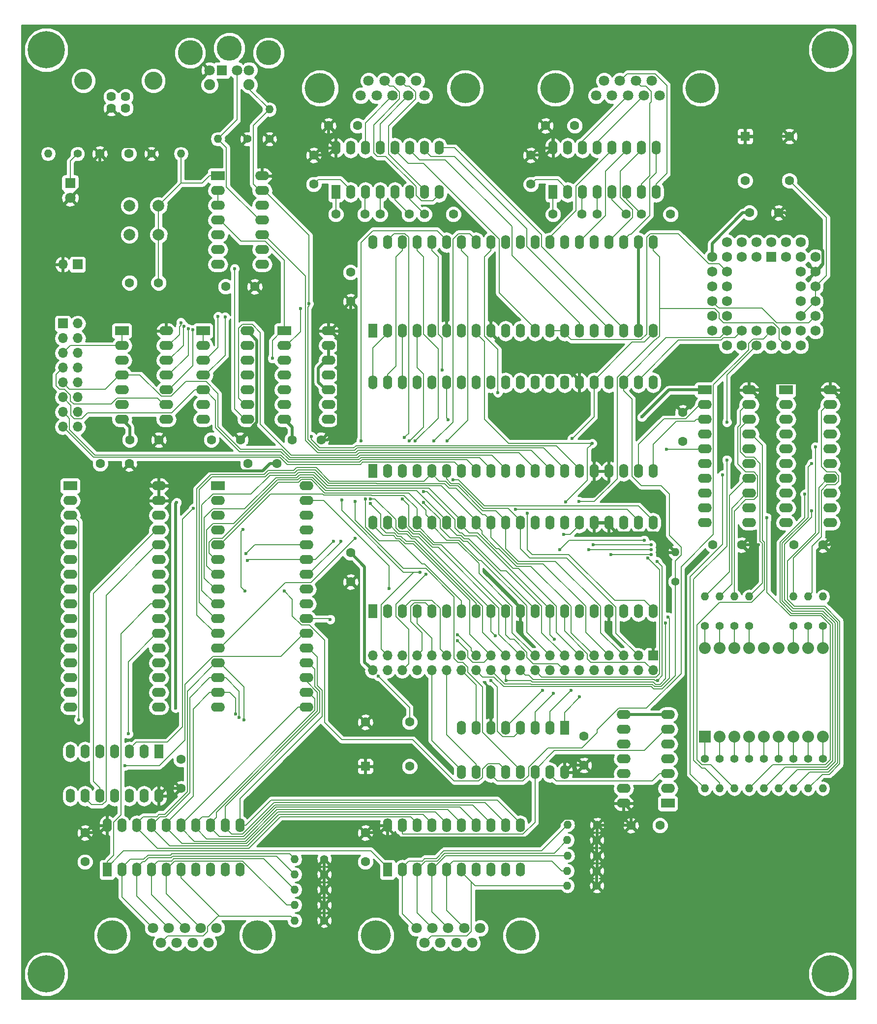
<source format=gbr>
%TF.GenerationSoftware,KiCad,Pcbnew,4.0.7*%
%TF.CreationDate,2018-05-30T14:50:17-04:00*%
%TF.ProjectId,z80,7A38302E6B696361645F706362000000,1*%
%TF.FileFunction,Copper,L1,Top,Signal*%
%FSLAX46Y46*%
G04 Gerber Fmt 4.6, Leading zero omitted, Abs format (unit mm)*
G04 Created by KiCad (PCBNEW 4.0.7) date Wednesday, May 30, 2018 'PMt' 02:50:17 PM*
%MOMM*%
%LPD*%
G01*
G04 APERTURE LIST*
%ADD10C,0.150000*%
%ADD11C,6.400000*%
%ADD12R,2.032000X2.032000*%
%ADD13C,2.032000*%
%ADD14C,1.600000*%
%ADD15R,1.800000X1.800000*%
%ADD16C,1.800000*%
%ADD17R,1.700000X1.700000*%
%ADD18O,1.700000X1.700000*%
%ADD19C,1.400000*%
%ADD20O,1.400000X1.400000*%
%ADD21C,2.000000*%
%ADD22R,1.600000X2.400000*%
%ADD23O,1.600000X2.400000*%
%ADD24R,2.400000X1.600000*%
%ADD25O,2.400000X1.600000*%
%ADD26R,1.750000X1.750000*%
%ADD27C,1.750000*%
%ADD28R,1.600000X1.600000*%
%ADD29C,5.200000*%
%ADD30C,1.620000*%
%ADD31C,3.100000*%
%ADD32C,4.300000*%
%ADD33C,1.900000*%
%ADD34C,0.600000*%
%ADD35C,0.203200*%
%ADD36C,0.508000*%
%ADD37C,0.254000*%
G04 APERTURE END LIST*
D10*
D11*
X20000000Y-20000000D03*
X20000000Y-179000000D03*
X155000000Y-179000000D03*
D12*
X133350000Y-138200000D03*
D13*
X135890000Y-138200000D03*
X138430000Y-138200000D03*
X140970000Y-138200000D03*
X140970000Y-122960000D03*
X138430000Y-122960000D03*
X135890000Y-122960000D03*
X133350000Y-122960000D03*
X143510000Y-138200000D03*
X146050000Y-138200000D03*
X148590000Y-138200000D03*
X151130000Y-138200000D03*
X143510000Y-122960000D03*
X146050000Y-122960000D03*
X148590000Y-122960000D03*
X151130000Y-122960000D03*
X153670000Y-138200000D03*
X153670000Y-122960000D03*
D14*
X39340800Y-60069600D03*
X34340800Y-60069600D03*
X72390000Y-111530000D03*
X72390000Y-106530000D03*
X55880000Y-60730000D03*
X50880000Y-60730000D03*
X34290000Y-91210000D03*
X29290000Y-91210000D03*
X43180000Y-147090000D03*
X43180000Y-142090000D03*
X59690000Y-91210000D03*
X54690000Y-91210000D03*
X112572800Y-143098400D03*
X112572800Y-138098400D03*
X26670000Y-154710000D03*
X26670000Y-159710000D03*
X74930000Y-154710000D03*
X74930000Y-159710000D03*
X139700000Y-105180000D03*
X134700000Y-105180000D03*
X153670000Y-105180000D03*
X148670000Y-105180000D03*
X69850000Y-48284000D03*
X74850000Y-48284000D03*
X107238800Y-48284000D03*
X112238800Y-48284000D03*
X77470000Y-48284000D03*
X82470000Y-48284000D03*
X114858800Y-48284000D03*
X119858800Y-48284000D03*
X66040000Y-38124000D03*
X66040000Y-43124000D03*
X85090000Y-48284000D03*
X90090000Y-48284000D03*
X103428800Y-38124000D03*
X103428800Y-43124000D03*
X122478800Y-48284000D03*
X127478800Y-48284000D03*
X120650000Y-153440000D03*
X125650000Y-153440000D03*
X72390000Y-63270000D03*
X72390000Y-58270000D03*
X68580000Y-33044000D03*
X73580000Y-33044000D03*
X105968800Y-33044000D03*
X110968800Y-33044000D03*
X29210000Y-37870000D03*
X34210000Y-37870000D03*
X129540000Y-82400000D03*
X129540000Y-87400000D03*
X67310000Y-87095200D03*
X62310000Y-87095200D03*
X146050000Y-48030000D03*
X141050000Y-48030000D03*
X39370000Y-87095200D03*
X34370000Y-87095200D03*
X53441600Y-87095200D03*
X48441600Y-87095200D03*
D15*
X24130000Y-42950000D03*
D16*
X24130000Y-45490000D03*
D17*
X22860000Y-67080000D03*
D18*
X25400000Y-67080000D03*
X22860000Y-69620000D03*
X25400000Y-69620000D03*
X22860000Y-72160000D03*
X25400000Y-72160000D03*
X22860000Y-74700000D03*
X25400000Y-74700000D03*
X22860000Y-77240000D03*
X25400000Y-77240000D03*
X22860000Y-79780000D03*
X25400000Y-79780000D03*
X22860000Y-82320000D03*
X25400000Y-82320000D03*
X22860000Y-84860000D03*
X25400000Y-84860000D03*
D17*
X124460000Y-124230000D03*
D18*
X124460000Y-126770000D03*
X121920000Y-124230000D03*
X121920000Y-126770000D03*
X119380000Y-124230000D03*
X119380000Y-126770000D03*
X116840000Y-124230000D03*
X116840000Y-126770000D03*
X114300000Y-124230000D03*
X114300000Y-126770000D03*
X111760000Y-124230000D03*
X111760000Y-126770000D03*
X109220000Y-124230000D03*
X109220000Y-126770000D03*
X106680000Y-124230000D03*
X106680000Y-126770000D03*
X104140000Y-124230000D03*
X104140000Y-126770000D03*
X101600000Y-124230000D03*
X101600000Y-126770000D03*
X99060000Y-124230000D03*
X99060000Y-126770000D03*
X96520000Y-124230000D03*
X96520000Y-126770000D03*
X93980000Y-124230000D03*
X93980000Y-126770000D03*
X91440000Y-124230000D03*
X91440000Y-126770000D03*
X88900000Y-124230000D03*
X88900000Y-126770000D03*
X86360000Y-124230000D03*
X86360000Y-126770000D03*
X83820000Y-124230000D03*
X83820000Y-126770000D03*
X81280000Y-124230000D03*
X81280000Y-126770000D03*
X78740000Y-124230000D03*
X78740000Y-126770000D03*
X76200000Y-124230000D03*
X76200000Y-126770000D03*
D17*
X25400000Y-56920000D03*
D18*
X22860000Y-56920000D03*
D19*
X38100000Y-37870000D03*
D20*
X43180000Y-37870000D03*
D19*
X67868800Y-159231200D03*
D20*
X62788800Y-159231200D03*
D19*
X114808000Y-153338400D03*
D20*
X109728000Y-153338400D03*
D19*
X67868800Y-161872800D03*
D20*
X62788800Y-161872800D03*
D19*
X114785240Y-155980000D03*
D20*
X109705240Y-155980000D03*
D19*
X67864336Y-164514400D03*
D20*
X62784336Y-164514400D03*
D19*
X114808000Y-158621600D03*
D20*
X109728000Y-158621600D03*
D19*
X67864336Y-167156000D03*
D20*
X62784336Y-167156000D03*
D19*
X114785240Y-161263200D03*
D20*
X109705240Y-161263200D03*
D19*
X67868800Y-169797600D03*
D20*
X62788800Y-169797600D03*
D19*
X114785240Y-163819306D03*
D20*
X109705240Y-163819306D03*
D19*
X138430000Y-119150000D03*
D20*
X138430000Y-114070000D03*
D19*
X140970000Y-119150000D03*
D20*
X140970000Y-114070000D03*
D19*
X138430000Y-142010000D03*
D20*
X138430000Y-147090000D03*
D19*
X135890000Y-142010000D03*
D20*
X135890000Y-147090000D03*
D19*
X133350000Y-142010000D03*
D20*
X133350000Y-147090000D03*
D19*
X133350000Y-119150000D03*
D20*
X133350000Y-114070000D03*
D19*
X25400000Y-37870000D03*
D20*
X20320000Y-37870000D03*
D19*
X135890000Y-119150000D03*
D20*
X135890000Y-114070000D03*
D19*
X140970000Y-142010000D03*
D20*
X140970000Y-147090000D03*
D19*
X151130000Y-119150000D03*
D20*
X151130000Y-114070000D03*
D19*
X153670000Y-119150000D03*
D20*
X153670000Y-114070000D03*
D19*
X151130000Y-142010000D03*
D20*
X151130000Y-147090000D03*
D19*
X146050000Y-142010000D03*
D20*
X146050000Y-147090000D03*
D19*
X143510000Y-142010000D03*
D20*
X143510000Y-147090000D03*
D19*
X148590000Y-119150000D03*
D20*
X148590000Y-114070000D03*
D19*
X148590000Y-142010000D03*
D20*
X148590000Y-147090000D03*
D19*
X153670000Y-142010000D03*
D20*
X153670000Y-147090000D03*
D19*
X128270000Y-111530000D03*
D20*
X128270000Y-106450000D03*
D19*
X58420000Y-35330000D03*
D20*
X58420000Y-30250000D03*
D19*
X54610000Y-35330000D03*
D20*
X49530000Y-35330000D03*
D21*
X39330000Y-51800000D03*
X34330000Y-51800000D03*
X39330000Y-46800000D03*
X34330000Y-46800000D03*
D22*
X76200000Y-116610000D03*
D23*
X124460000Y-101370000D03*
X78740000Y-116610000D03*
X121920000Y-101370000D03*
X81280000Y-116610000D03*
X119380000Y-101370000D03*
X83820000Y-116610000D03*
X116840000Y-101370000D03*
X86360000Y-116610000D03*
X114300000Y-101370000D03*
X88900000Y-116610000D03*
X111760000Y-101370000D03*
X91440000Y-116610000D03*
X109220000Y-101370000D03*
X93980000Y-116610000D03*
X106680000Y-101370000D03*
X96520000Y-116610000D03*
X104140000Y-101370000D03*
X99060000Y-116610000D03*
X101600000Y-101370000D03*
X101600000Y-116610000D03*
X99060000Y-101370000D03*
X104140000Y-116610000D03*
X96520000Y-101370000D03*
X106680000Y-116610000D03*
X93980000Y-101370000D03*
X109220000Y-116610000D03*
X91440000Y-101370000D03*
X111760000Y-116610000D03*
X88900000Y-101370000D03*
X114300000Y-116610000D03*
X86360000Y-101370000D03*
X116840000Y-116610000D03*
X83820000Y-101370000D03*
X119380000Y-116610000D03*
X81280000Y-101370000D03*
X121920000Y-116610000D03*
X78740000Y-101370000D03*
X124460000Y-116610000D03*
X76200000Y-101370000D03*
D24*
X49530000Y-41680000D03*
D25*
X57150000Y-56920000D03*
X49530000Y-44220000D03*
X57150000Y-54380000D03*
X49530000Y-46760000D03*
X57150000Y-51840000D03*
X49530000Y-49300000D03*
X57150000Y-49300000D03*
X49530000Y-51840000D03*
X57150000Y-46760000D03*
X49530000Y-54380000D03*
X57150000Y-44220000D03*
X49530000Y-56920000D03*
X57150000Y-41680000D03*
D24*
X24130000Y-95020000D03*
D25*
X39370000Y-133120000D03*
X24130000Y-97560000D03*
X39370000Y-130580000D03*
X24130000Y-100100000D03*
X39370000Y-128040000D03*
X24130000Y-102640000D03*
X39370000Y-125500000D03*
X24130000Y-105180000D03*
X39370000Y-122960000D03*
X24130000Y-107720000D03*
X39370000Y-120420000D03*
X24130000Y-110260000D03*
X39370000Y-117880000D03*
X24130000Y-112800000D03*
X39370000Y-115340000D03*
X24130000Y-115340000D03*
X39370000Y-112800000D03*
X24130000Y-117880000D03*
X39370000Y-110260000D03*
X24130000Y-120420000D03*
X39370000Y-107720000D03*
X24130000Y-122960000D03*
X39370000Y-105180000D03*
X24130000Y-125500000D03*
X39370000Y-102640000D03*
X24130000Y-128040000D03*
X39370000Y-100100000D03*
X24130000Y-130580000D03*
X39370000Y-97560000D03*
X24130000Y-133120000D03*
X39370000Y-95020000D03*
D22*
X39370000Y-140740000D03*
D23*
X24130000Y-148360000D03*
X36830000Y-140740000D03*
X26670000Y-148360000D03*
X34290000Y-140740000D03*
X29210000Y-148360000D03*
X31750000Y-140740000D03*
X31750000Y-148360000D03*
X29210000Y-140740000D03*
X34290000Y-148360000D03*
X26670000Y-140740000D03*
X36830000Y-148360000D03*
X24130000Y-140740000D03*
X39370000Y-148360000D03*
D24*
X49530000Y-95020000D03*
D25*
X64770000Y-133120000D03*
X49530000Y-97560000D03*
X64770000Y-130580000D03*
X49530000Y-100100000D03*
X64770000Y-128040000D03*
X49530000Y-102640000D03*
X64770000Y-125500000D03*
X49530000Y-105180000D03*
X64770000Y-122960000D03*
X49530000Y-107720000D03*
X64770000Y-120420000D03*
X49530000Y-110260000D03*
X64770000Y-117880000D03*
X49530000Y-112800000D03*
X64770000Y-115340000D03*
X49530000Y-115340000D03*
X64770000Y-112800000D03*
X49530000Y-117880000D03*
X64770000Y-110260000D03*
X49530000Y-120420000D03*
X64770000Y-107720000D03*
X49530000Y-122960000D03*
X64770000Y-105180000D03*
X49530000Y-125500000D03*
X64770000Y-102640000D03*
X49530000Y-128040000D03*
X64770000Y-100100000D03*
X49530000Y-130580000D03*
X64770000Y-97560000D03*
X49530000Y-133120000D03*
X64770000Y-95020000D03*
D22*
X109220000Y-136676000D03*
D23*
X91440000Y-144296000D03*
X106680000Y-136676000D03*
X93980000Y-144296000D03*
X104140000Y-136676000D03*
X96520000Y-144296000D03*
X101600000Y-136676000D03*
X99060000Y-144296000D03*
X99060000Y-136676000D03*
X101600000Y-144296000D03*
X96520000Y-136676000D03*
X104140000Y-144296000D03*
X93980000Y-136676000D03*
X106680000Y-144296000D03*
X91440000Y-136676000D03*
X109220000Y-144296000D03*
D24*
X133350000Y-78510000D03*
D25*
X140970000Y-101370000D03*
X133350000Y-81050000D03*
X140970000Y-98830000D03*
X133350000Y-83590000D03*
X140970000Y-96290000D03*
X133350000Y-86130000D03*
X140970000Y-93750000D03*
X133350000Y-88670000D03*
X140970000Y-91210000D03*
X133350000Y-91210000D03*
X140970000Y-88670000D03*
X133350000Y-93750000D03*
X140970000Y-86130000D03*
X133350000Y-96290000D03*
X140970000Y-83590000D03*
X133350000Y-98830000D03*
X140970000Y-81050000D03*
X133350000Y-101370000D03*
X140970000Y-78510000D03*
D24*
X147320000Y-78510000D03*
D25*
X154940000Y-101370000D03*
X147320000Y-81050000D03*
X154940000Y-98830000D03*
X147320000Y-83590000D03*
X154940000Y-96290000D03*
X147320000Y-86130000D03*
X154940000Y-93750000D03*
X147320000Y-88670000D03*
X154940000Y-91210000D03*
X147320000Y-91210000D03*
X154940000Y-88670000D03*
X147320000Y-93750000D03*
X154940000Y-86130000D03*
X147320000Y-96290000D03*
X154940000Y-83590000D03*
X147320000Y-98830000D03*
X154940000Y-81050000D03*
X147320000Y-101370000D03*
X154940000Y-78510000D03*
D24*
X127000000Y-149630000D03*
D25*
X119380000Y-134390000D03*
X127000000Y-147090000D03*
X119380000Y-136930000D03*
X127000000Y-144550000D03*
X119380000Y-139470000D03*
X127000000Y-142010000D03*
X119380000Y-142010000D03*
X127000000Y-139470000D03*
X119380000Y-144550000D03*
X127000000Y-136930000D03*
X119380000Y-147090000D03*
X127000000Y-134390000D03*
X119380000Y-149630000D03*
D22*
X76200000Y-68350000D03*
D23*
X124460000Y-53110000D03*
X78740000Y-68350000D03*
X121920000Y-53110000D03*
X81280000Y-68350000D03*
X119380000Y-53110000D03*
X83820000Y-68350000D03*
X116840000Y-53110000D03*
X86360000Y-68350000D03*
X114300000Y-53110000D03*
X88900000Y-68350000D03*
X111760000Y-53110000D03*
X91440000Y-68350000D03*
X109220000Y-53110000D03*
X93980000Y-68350000D03*
X106680000Y-53110000D03*
X96520000Y-68350000D03*
X104140000Y-53110000D03*
X99060000Y-68350000D03*
X101600000Y-53110000D03*
X101600000Y-68350000D03*
X99060000Y-53110000D03*
X104140000Y-68350000D03*
X96520000Y-53110000D03*
X106680000Y-68350000D03*
X93980000Y-53110000D03*
X109220000Y-68350000D03*
X91440000Y-53110000D03*
X111760000Y-68350000D03*
X88900000Y-53110000D03*
X114300000Y-68350000D03*
X86360000Y-53110000D03*
X116840000Y-68350000D03*
X83820000Y-53110000D03*
X119380000Y-68350000D03*
X81280000Y-53110000D03*
X121920000Y-68350000D03*
X78740000Y-53110000D03*
X124460000Y-68350000D03*
X76200000Y-53110000D03*
D22*
X69850000Y-44474000D03*
D23*
X87630000Y-36854000D03*
X72390000Y-44474000D03*
X85090000Y-36854000D03*
X74930000Y-44474000D03*
X82550000Y-36854000D03*
X77470000Y-44474000D03*
X80010000Y-36854000D03*
X80010000Y-44474000D03*
X77470000Y-36854000D03*
X82550000Y-44474000D03*
X74930000Y-36854000D03*
X85090000Y-44474000D03*
X72390000Y-36854000D03*
X87630000Y-44474000D03*
X69850000Y-36854000D03*
D22*
X107238800Y-44474000D03*
D23*
X125018800Y-36854000D03*
X109778800Y-44474000D03*
X122478800Y-36854000D03*
X112318800Y-44474000D03*
X119938800Y-36854000D03*
X114858800Y-44474000D03*
X117398800Y-36854000D03*
X117398800Y-44474000D03*
X114858800Y-36854000D03*
X119938800Y-44474000D03*
X112318800Y-36854000D03*
X122478800Y-44474000D03*
X109778800Y-36854000D03*
X125018800Y-44474000D03*
X107238800Y-36854000D03*
D22*
X30480000Y-161060000D03*
D23*
X53340000Y-153440000D03*
X33020000Y-161060000D03*
X50800000Y-153440000D03*
X35560000Y-161060000D03*
X48260000Y-153440000D03*
X38100000Y-161060000D03*
X45720000Y-153440000D03*
X40640000Y-161060000D03*
X43180000Y-153440000D03*
X43180000Y-161060000D03*
X40640000Y-153440000D03*
X45720000Y-161060000D03*
X38100000Y-153440000D03*
X48260000Y-161060000D03*
X35560000Y-153440000D03*
X50800000Y-161060000D03*
X33020000Y-153440000D03*
X53340000Y-161060000D03*
X30480000Y-153440000D03*
D22*
X78740000Y-161060000D03*
D23*
X101600000Y-153440000D03*
X81280000Y-161060000D03*
X99060000Y-153440000D03*
X83820000Y-161060000D03*
X96520000Y-153440000D03*
X86360000Y-161060000D03*
X93980000Y-153440000D03*
X88900000Y-161060000D03*
X91440000Y-153440000D03*
X91440000Y-161060000D03*
X88900000Y-153440000D03*
X93980000Y-161060000D03*
X86360000Y-153440000D03*
X96520000Y-161060000D03*
X83820000Y-153440000D03*
X99060000Y-161060000D03*
X81280000Y-153440000D03*
X101600000Y-161060000D03*
X78740000Y-153440000D03*
D22*
X76200000Y-92480000D03*
D23*
X124460000Y-77240000D03*
X78740000Y-92480000D03*
X121920000Y-77240000D03*
X81280000Y-92480000D03*
X119380000Y-77240000D03*
X83820000Y-92480000D03*
X116840000Y-77240000D03*
X86360000Y-92480000D03*
X114300000Y-77240000D03*
X88900000Y-92480000D03*
X111760000Y-77240000D03*
X91440000Y-92480000D03*
X109220000Y-77240000D03*
X93980000Y-92480000D03*
X106680000Y-77240000D03*
X96520000Y-92480000D03*
X104140000Y-77240000D03*
X99060000Y-92480000D03*
X101600000Y-77240000D03*
X101600000Y-92480000D03*
X99060000Y-77240000D03*
X104140000Y-92480000D03*
X96520000Y-77240000D03*
X106680000Y-92480000D03*
X93980000Y-77240000D03*
X109220000Y-92480000D03*
X91440000Y-77240000D03*
X111760000Y-92480000D03*
X88900000Y-77240000D03*
X114300000Y-92480000D03*
X86360000Y-77240000D03*
X116840000Y-92480000D03*
X83820000Y-77240000D03*
X119380000Y-92480000D03*
X81280000Y-77240000D03*
X121920000Y-92480000D03*
X78740000Y-77240000D03*
X124460000Y-92480000D03*
X76200000Y-77240000D03*
D24*
X60960000Y-68350000D03*
D25*
X68580000Y-83590000D03*
X60960000Y-70890000D03*
X68580000Y-81050000D03*
X60960000Y-73430000D03*
X68580000Y-78510000D03*
X60960000Y-75970000D03*
X68580000Y-75970000D03*
X60960000Y-78510000D03*
X68580000Y-73430000D03*
X60960000Y-81050000D03*
X68580000Y-70890000D03*
X60960000Y-83590000D03*
X68580000Y-68350000D03*
D26*
X144780000Y-55650000D03*
D27*
X142240000Y-55650000D03*
X139700000Y-55650000D03*
X147320000Y-55650000D03*
X149860000Y-55650000D03*
X142240000Y-53110000D03*
X139700000Y-53110000D03*
X137160000Y-53110000D03*
X144780000Y-53110000D03*
X147320000Y-53110000D03*
X137160000Y-55650000D03*
X137160000Y-58190000D03*
X137160000Y-60730000D03*
X137160000Y-63270000D03*
X137160000Y-65810000D03*
X134620000Y-55650000D03*
X134620000Y-58190000D03*
X134620000Y-60730000D03*
X134620000Y-63270000D03*
X134620000Y-65810000D03*
X134620000Y-68350000D03*
X137160000Y-68350000D03*
X139700000Y-68350000D03*
X142240000Y-68350000D03*
X144780000Y-68350000D03*
X147320000Y-68350000D03*
X149860000Y-68350000D03*
X137160000Y-70890000D03*
X139700000Y-70890000D03*
X142240000Y-70890000D03*
X144780000Y-70890000D03*
X147320000Y-70890000D03*
X149860000Y-70890000D03*
X149860000Y-65810000D03*
X149860000Y-63270000D03*
X149860000Y-60730000D03*
X149860000Y-58190000D03*
X149860000Y-53110000D03*
X152400000Y-68350000D03*
X152400000Y-65810000D03*
X152400000Y-63270000D03*
X152400000Y-60730000D03*
X152400000Y-58190000D03*
X152400000Y-55650000D03*
D24*
X33020000Y-68350000D03*
D25*
X40640000Y-83590000D03*
X33020000Y-70890000D03*
X40640000Y-81050000D03*
X33020000Y-73430000D03*
X40640000Y-78510000D03*
X33020000Y-75970000D03*
X40640000Y-75970000D03*
X33020000Y-78510000D03*
X40640000Y-73430000D03*
X33020000Y-81050000D03*
X40640000Y-70890000D03*
X33020000Y-83590000D03*
X40640000Y-68350000D03*
D24*
X46990000Y-68350000D03*
D25*
X54610000Y-83590000D03*
X46990000Y-70890000D03*
X54610000Y-81050000D03*
X46990000Y-73430000D03*
X54610000Y-78510000D03*
X46990000Y-75970000D03*
X54610000Y-75970000D03*
X46990000Y-78510000D03*
X54610000Y-73430000D03*
X46990000Y-81050000D03*
X54610000Y-70890000D03*
X46990000Y-83590000D03*
X54610000Y-68350000D03*
D28*
X74930000Y-143280000D03*
D14*
X74930000Y-135660000D03*
X82550000Y-135660000D03*
X82550000Y-143280000D03*
D28*
X140309600Y-34872800D03*
D14*
X147929600Y-34872800D03*
X147929600Y-42492800D03*
X140309600Y-42492800D03*
D29*
X67115000Y-26592400D03*
D16*
X75500000Y-25322400D03*
X78240000Y-25322400D03*
X80980000Y-25322400D03*
X83720000Y-25322400D03*
X74130000Y-27862400D03*
X76870000Y-27862400D03*
X79610000Y-27862400D03*
X82350000Y-27862400D03*
X85090000Y-27862400D03*
D29*
X92105000Y-26592400D03*
X107648600Y-26592400D03*
D16*
X116033600Y-25322400D03*
X118773600Y-25322400D03*
X121513600Y-25322400D03*
X124253600Y-25322400D03*
X114663600Y-27862400D03*
X117403600Y-27862400D03*
X120143600Y-27862400D03*
X122883600Y-27862400D03*
X125623600Y-27862400D03*
D29*
X132638600Y-26592400D03*
X101706200Y-172388400D03*
D16*
X93321200Y-173658400D03*
X90581200Y-173658400D03*
X87841200Y-173658400D03*
X85101200Y-173658400D03*
X94691200Y-171118400D03*
X91951200Y-171118400D03*
X89211200Y-171118400D03*
X86471200Y-171118400D03*
X83731200Y-171118400D03*
D29*
X76716200Y-172388400D03*
X56340200Y-172370000D03*
D16*
X47955200Y-173640000D03*
X45215200Y-173640000D03*
X42475200Y-173640000D03*
X39735200Y-173640000D03*
X49325200Y-171100000D03*
X46585200Y-171100000D03*
X43845200Y-171100000D03*
X41105200Y-171100000D03*
X38365200Y-171100000D03*
D29*
X31350200Y-172370000D03*
D30*
X33670000Y-30029200D03*
X31170000Y-30029200D03*
X31170000Y-28029200D03*
X33670000Y-28029200D03*
D31*
X38440000Y-25319200D03*
X26400000Y-25319200D03*
D32*
X44780000Y-20512400D03*
X58280000Y-20512400D03*
D15*
X50230000Y-23512400D03*
D16*
X52830000Y-23512400D03*
X48130000Y-23512400D03*
X54930000Y-23512400D03*
D33*
X54930000Y-26012400D03*
X48130000Y-26012400D03*
D32*
X51530000Y-19712400D03*
D11*
X155000000Y-20000000D03*
D34*
X122529600Y-83157210D03*
X42468800Y-97864800D03*
X42265600Y-133221600D03*
X88798400Y-65149604D03*
X145084800Y-102538400D03*
X142646400Y-105180000D03*
X98552000Y-112901600D03*
X96520000Y-65149600D03*
X114358657Y-96793201D03*
X52425600Y-57631200D03*
X65633600Y-86485600D03*
X50800000Y-65962400D03*
X65222399Y-63652226D03*
X49597047Y-65871756D03*
X43175660Y-66918389D03*
X43744418Y-67592779D03*
X44475414Y-67999190D03*
X45278373Y-68161566D03*
X54051200Y-135253600D03*
X89001600Y-87298400D03*
X73152000Y-104075190D03*
X53238400Y-134847200D03*
X86766400Y-87298400D03*
X81686400Y-86688796D03*
X84937600Y-97864800D03*
X52628800Y-134237600D03*
X126796800Y-88720800D03*
X75793600Y-98041147D03*
X122936000Y-104367200D03*
X108390578Y-105994754D03*
X74990387Y-97255200D03*
X111793472Y-131309736D03*
X114198400Y-105180000D03*
X124155200Y-105180000D03*
X75793600Y-97237934D03*
X97332800Y-120826400D03*
X110337600Y-130173600D03*
X113385600Y-105992800D03*
X124155200Y-105992800D03*
X83515200Y-87298400D03*
X81280000Y-97255200D03*
X107305781Y-130752460D03*
X117246400Y-106805600D03*
X124155200Y-106805600D03*
X82522443Y-87317679D03*
X84937600Y-96036000D03*
X107492800Y-121436000D03*
X105460800Y-130173600D03*
X123545600Y-107415200D03*
X97739200Y-78967200D03*
X89204800Y-83640800D03*
X90017600Y-94004000D03*
X54660800Y-107821600D03*
X69494400Y-104570400D03*
X125171200Y-108024800D03*
X125225953Y-128491371D03*
X100787200Y-99084000D03*
X70713600Y-104570400D03*
X33528000Y-143178400D03*
X99161600Y-128529603D03*
X126626020Y-118592981D03*
X68884800Y-117981600D03*
X90830400Y-121639200D03*
X102819200Y-99693600D03*
X88188800Y-75106400D03*
X96520000Y-128548000D03*
X127000000Y-117575200D03*
X90830400Y-120623200D03*
X54377266Y-106682734D03*
X79044800Y-112698400D03*
X25603200Y-135253600D03*
X113995199Y-87704800D03*
X137160000Y-84047200D03*
X109444466Y-97784466D03*
X85344000Y-110260000D03*
X63804800Y-64540000D03*
X109118400Y-103351200D03*
X111746375Y-97682037D03*
X84328000Y-109853600D03*
X58928000Y-73074400D03*
X70916800Y-97458400D03*
X110540800Y-86892000D03*
X77180359Y-127774797D03*
X137160000Y-90549600D03*
X136463362Y-93145190D03*
X144068800Y-100506400D03*
X152400006Y-88314400D03*
X151790400Y-91159200D03*
X150571200Y-96442400D03*
X151790400Y-99287200D03*
X34137600Y-137692000D03*
X45313600Y-98880800D03*
X60960000Y-113104800D03*
X54254400Y-113104800D03*
X53848000Y-102538400D03*
X73152000Y-97661600D03*
X74168000Y-87298400D03*
D35*
X133350000Y-139419200D02*
X133350000Y-142010000D01*
X133350000Y-138200000D02*
X133350000Y-139419200D01*
X135890000Y-138200000D02*
X135890000Y-142010000D01*
X138430000Y-138200000D02*
X138430000Y-139636840D01*
X138430000Y-139636840D02*
X138430000Y-142010000D01*
X140970000Y-139636840D02*
X140970000Y-142010000D01*
X140970000Y-138200000D02*
X140970000Y-139636840D01*
X140970000Y-122960000D02*
X140970000Y-119150000D01*
X138430000Y-122960000D02*
X138430000Y-119150000D01*
X135890000Y-122960000D02*
X135890000Y-119150000D01*
X133350000Y-122960000D02*
X133350000Y-119150000D01*
X143510000Y-138200000D02*
X143510000Y-142010000D01*
X146050000Y-138200000D02*
X146050000Y-142010000D01*
X148590000Y-138200000D02*
X148590000Y-142010000D01*
X151130000Y-138200000D02*
X151130000Y-142010000D01*
D36*
X133350000Y-78510000D02*
X127176810Y-78510000D01*
X121920000Y-68350000D02*
X121920000Y-53110000D01*
X134620000Y-55650000D02*
X134620000Y-53328630D01*
X68580000Y-70890000D02*
X68580000Y-73430000D01*
X66872000Y-74738000D02*
X68180000Y-73430000D01*
X68580000Y-78510000D02*
X68180000Y-78510000D01*
X68180000Y-78510000D02*
X66872000Y-77202000D01*
X62310000Y-84940000D02*
X60960000Y-83590000D01*
X62310000Y-87095200D02*
X62310000Y-84940000D01*
X139918630Y-48030000D02*
X141050000Y-48030000D01*
X134620000Y-53328630D02*
X139918630Y-48030000D01*
X74777600Y-108917600D02*
X74777600Y-125347600D01*
X42265600Y-98068000D02*
X42468800Y-97864800D01*
X74777600Y-125347600D02*
X75350001Y-125920001D01*
X34370000Y-84940000D02*
X33020000Y-83590000D01*
X66872000Y-77202000D02*
X66872000Y-74738000D01*
X75350001Y-125920001D02*
X76200000Y-126770000D01*
X122829599Y-82857211D02*
X122529600Y-83157210D01*
X127000000Y-134390000D02*
X125292000Y-134390000D01*
X42265600Y-133221600D02*
X42265600Y-98068000D01*
X72390000Y-106530000D02*
X74777600Y-108917600D01*
X68180000Y-73430000D02*
X68580000Y-73430000D01*
X127176810Y-78510000D02*
X122829599Y-82857211D01*
X125292000Y-134390000D02*
X119380000Y-134390000D01*
X34370000Y-87095200D02*
X34370000Y-84940000D01*
D35*
X148590000Y-122960000D02*
X148590000Y-121523160D01*
X148590000Y-121523160D02*
X148590000Y-119150000D01*
X151130000Y-122960000D02*
X151130000Y-119150000D01*
X153670000Y-138200000D02*
X153670000Y-142010000D01*
X153670000Y-122960000D02*
X153670000Y-121523160D01*
X153670000Y-121523160D02*
X153670000Y-119150000D01*
X39330000Y-46800000D02*
X40329999Y-45800001D01*
X40329999Y-45800001D02*
X43180000Y-42950000D01*
X43180000Y-37870000D02*
X43180000Y-42950000D01*
X49530000Y-41680000D02*
X48126800Y-41680000D01*
X48126800Y-41680000D02*
X46856800Y-42950000D01*
X46856800Y-42950000D02*
X43180000Y-42950000D01*
X39330000Y-51800000D02*
X39330000Y-50385787D01*
X39330000Y-50385787D02*
X39330000Y-46800000D01*
X39340800Y-60069600D02*
X39340800Y-51810800D01*
X39340800Y-51810800D02*
X39330000Y-51800000D01*
D36*
X29210000Y-37870000D02*
X30467201Y-36612799D01*
X30467201Y-36612799D02*
X36842799Y-36612799D01*
X36842799Y-36612799D02*
X37400001Y-37170001D01*
X37400001Y-37170001D02*
X38100000Y-37870000D01*
X67864336Y-167156000D02*
X67864336Y-169793136D01*
X67864336Y-169793136D02*
X67868800Y-169797600D01*
X67864336Y-164514400D02*
X67864336Y-167156000D01*
X67868800Y-161872800D02*
X67868800Y-164509936D01*
X67868800Y-164509936D02*
X67864336Y-164514400D01*
X67868800Y-159231200D02*
X67868800Y-161872800D01*
X80473600Y-155573600D02*
X105780142Y-155573600D01*
X105780142Y-155573600D02*
X109172543Y-152181199D01*
X113650799Y-152181199D02*
X114108001Y-152638401D01*
X114108001Y-152638401D02*
X114808000Y-153338400D01*
X109172543Y-152181199D02*
X113650799Y-152181199D01*
X78740000Y-153440000D02*
X78740000Y-153840000D01*
X78740000Y-153840000D02*
X80473600Y-155573600D01*
X114785240Y-161263200D02*
X114785240Y-163819306D01*
X114808000Y-158621600D02*
X114808000Y-161240440D01*
X114808000Y-161240440D02*
X114785240Y-161263200D01*
X114785240Y-155980000D02*
X114785240Y-158598840D01*
X114785240Y-158598840D02*
X114808000Y-158621600D01*
X114808000Y-153338400D02*
X114808000Y-155957240D01*
X114808000Y-155957240D02*
X114785240Y-155980000D01*
X120650000Y-153440000D02*
X114909600Y-153440000D01*
X114909600Y-153440000D02*
X114808000Y-153338400D01*
X140309600Y-34872800D02*
X147929600Y-34872800D01*
X140970000Y-78510000D02*
X142678000Y-78510000D01*
X142678000Y-78510000D02*
X143935201Y-77252799D01*
X143935201Y-77252799D02*
X151974799Y-77252799D01*
X151974799Y-77252799D02*
X153232000Y-78510000D01*
X153232000Y-78510000D02*
X154940000Y-78510000D01*
X54610000Y-68350000D02*
X56286400Y-70026400D01*
X56286400Y-70026400D02*
X56286400Y-84091563D01*
X56286400Y-84091563D02*
X53441600Y-86936363D01*
X53441600Y-86936363D02*
X53441600Y-87095200D01*
X43180000Y-147090000D02*
X40640000Y-147090000D01*
X40640000Y-147090000D02*
X39370000Y-148360000D01*
X26670000Y-154710000D02*
X29210000Y-154710000D01*
X29210000Y-154710000D02*
X30480000Y-153440000D01*
X74930000Y-154710000D02*
X77470000Y-154710000D01*
X77470000Y-154710000D02*
X78740000Y-153440000D01*
X120650000Y-153440000D02*
X120650000Y-150900000D01*
X120650000Y-150900000D02*
X119380000Y-149630000D01*
X67310000Y-87095200D02*
X68441370Y-87095200D01*
X68441370Y-87095200D02*
X70288000Y-85248570D01*
X70288000Y-85248570D02*
X70288000Y-69658000D01*
X70288000Y-69658000D02*
X68980000Y-68350000D01*
X68980000Y-68350000D02*
X68580000Y-68350000D01*
X88900000Y-65251204D02*
X88798400Y-65149604D01*
X88900000Y-68350000D02*
X88900000Y-65251204D01*
X72390000Y-63270000D02*
X72390000Y-64940000D01*
X72390000Y-64940000D02*
X68980000Y-68350000D01*
X57150000Y-41680000D02*
X57150000Y-36600000D01*
X57150000Y-36600000D02*
X58420000Y-35330000D01*
X22860000Y-56920000D02*
X22860000Y-46760000D01*
X22860000Y-46760000D02*
X24130000Y-45490000D01*
X24130000Y-45490000D02*
X29210000Y-40410000D01*
X29210000Y-40410000D02*
X29210000Y-37870000D01*
X66040000Y-38124000D02*
X68580000Y-38124000D01*
X68580000Y-38124000D02*
X69850000Y-36854000D01*
X103428800Y-38124000D02*
X105968800Y-38124000D01*
X105968800Y-38124000D02*
X107238800Y-36854000D01*
X107238800Y-36854000D02*
X107238800Y-34314000D01*
X107238800Y-34314000D02*
X105968800Y-33044000D01*
X68580000Y-33044000D02*
X68580000Y-35584000D01*
X68580000Y-35584000D02*
X69850000Y-36854000D01*
X57301429Y-92467201D02*
X43630799Y-92467201D01*
X43630799Y-92467201D02*
X41078000Y-95020000D01*
X58558630Y-91210000D02*
X57301429Y-92467201D01*
X59690000Y-91210000D02*
X58558630Y-91210000D01*
X41078000Y-95020000D02*
X39370000Y-95020000D01*
X146050000Y-48030000D02*
X147181370Y-48030000D01*
X147181370Y-48030000D02*
X153732201Y-54580831D01*
X153732201Y-54580831D02*
X153732201Y-56857799D01*
X152400000Y-58190000D02*
X153732201Y-56857799D01*
X112572800Y-143098400D02*
X110417600Y-143098400D01*
X110417600Y-143098400D02*
X109220000Y-144296000D01*
X145084800Y-102114136D02*
X145084800Y-102538400D01*
X145084800Y-82224800D02*
X145084800Y-102114136D01*
X141370000Y-78510000D02*
X145084800Y-82224800D01*
X140970000Y-78510000D02*
X141370000Y-78510000D01*
X142646400Y-105180000D02*
X139700000Y-105180000D01*
X157073600Y-102907770D02*
X157073600Y-80243600D01*
X157073600Y-80243600D02*
X155340000Y-78510000D01*
X155340000Y-78510000D02*
X154940000Y-78510000D01*
X153670000Y-105180000D02*
X154801370Y-105180000D01*
X154801370Y-105180000D02*
X157073600Y-102907770D01*
X34290000Y-91210000D02*
X38100000Y-95020000D01*
X38100000Y-95020000D02*
X39370000Y-95020000D01*
X101600000Y-116610000D02*
X101600000Y-115949600D01*
X101600000Y-115949600D02*
X98552000Y-112901600D01*
X118218000Y-103148000D02*
X124968000Y-103148000D01*
X124968000Y-103148000D02*
X128270000Y-106450000D01*
X116840000Y-101370000D02*
X116840000Y-101770000D01*
X116840000Y-101770000D02*
X118218000Y-103148000D01*
X114300000Y-101370000D02*
X116840000Y-101370000D01*
X96520000Y-68350000D02*
X96520000Y-68750000D01*
X96520000Y-68750000D02*
X103302000Y-75532000D01*
X110452000Y-75532000D02*
X111760000Y-76840000D01*
X103302000Y-75532000D02*
X110452000Y-75532000D01*
X111760000Y-76840000D02*
X111760000Y-77240000D01*
X96520000Y-65149600D02*
X96520000Y-68350000D01*
X116840000Y-94311858D02*
X115417600Y-95734258D01*
X115417600Y-95734258D02*
X114358657Y-96793201D01*
X114300000Y-92480000D02*
X114300000Y-94616658D01*
X114300000Y-94616658D02*
X115417600Y-95734258D01*
X114300000Y-92480000D02*
X114300000Y-94188000D01*
X116840000Y-92480000D02*
X116840000Y-94311858D01*
X96520000Y-68750000D02*
X97796400Y-70026400D01*
D35*
X69850000Y-44474000D02*
X69850000Y-45877200D01*
X69850000Y-45877200D02*
X69850000Y-48284000D01*
X74850000Y-48284000D02*
X74850000Y-44554000D01*
X74850000Y-44554000D02*
X74930000Y-44474000D01*
X107238800Y-44474000D02*
X107238800Y-48284000D01*
X112238800Y-48284000D02*
X112238800Y-44554000D01*
X112238800Y-44554000D02*
X112318800Y-44474000D01*
X77470000Y-48284000D02*
X77470000Y-44474000D01*
X82470000Y-48284000D02*
X80010000Y-45824000D01*
X80010000Y-45824000D02*
X80010000Y-44474000D01*
X114858800Y-48284000D02*
X114858800Y-44474000D01*
X117398800Y-44474000D02*
X117398800Y-45824000D01*
X117398800Y-45824000D02*
X119058801Y-47484001D01*
X119058801Y-47484001D02*
X119858800Y-48284000D01*
X72390000Y-44474000D02*
X72390000Y-44074000D01*
X72390000Y-44074000D02*
X70640001Y-42324001D01*
X70640001Y-42324001D02*
X66839999Y-42324001D01*
X66839999Y-42324001D02*
X66040000Y-43124000D01*
X85090000Y-48284000D02*
X82550000Y-45744000D01*
X82550000Y-45744000D02*
X82550000Y-44474000D01*
X109778800Y-44474000D02*
X109778800Y-44074000D01*
X109778800Y-44074000D02*
X108028801Y-42324001D01*
X104228799Y-42324001D02*
X103428800Y-43124000D01*
X108028801Y-42324001D02*
X104228799Y-42324001D01*
X122478800Y-48284000D02*
X119938800Y-45744000D01*
X119938800Y-45744000D02*
X119938800Y-44474000D01*
X25400000Y-37870000D02*
X24130000Y-39140000D01*
X24130000Y-39140000D02*
X24130000Y-42950000D01*
X52425600Y-57631200D02*
X52425600Y-81805600D01*
X54210000Y-83590000D02*
X54610000Y-83590000D01*
X52425600Y-81805600D02*
X54210000Y-83590000D01*
X65633600Y-86485600D02*
X65633600Y-87053906D01*
X65633600Y-87053906D02*
X67084495Y-88504801D01*
X73326713Y-88098393D02*
X107778394Y-88098394D01*
X67084495Y-88504801D02*
X72920305Y-88504801D01*
X107778394Y-88098394D02*
X111760000Y-92080000D01*
X72920305Y-88504801D02*
X73326713Y-88098393D01*
X111760000Y-92080000D02*
X111760000Y-92480000D01*
X50800000Y-65962400D02*
X50800000Y-72560000D01*
X50800000Y-72560000D02*
X47390000Y-75970000D01*
X47390000Y-75970000D02*
X46990000Y-75970000D01*
X58420000Y-30250000D02*
X54930000Y-26760000D01*
X54930000Y-26760000D02*
X54930000Y-26012400D01*
X57150000Y-44220000D02*
X56750000Y-44220000D01*
X56750000Y-44220000D02*
X55645190Y-43115190D01*
X55645190Y-33024810D02*
X57720001Y-30949999D01*
X55645190Y-43115190D02*
X55645190Y-33024810D01*
X57720001Y-30949999D02*
X58420000Y-30250000D01*
X65222399Y-63652226D02*
X65222399Y-51892399D01*
X57550000Y-44220000D02*
X57150000Y-44220000D01*
X65222399Y-51892399D02*
X57550000Y-44220000D01*
X66874861Y-88911212D02*
X65024000Y-87060351D01*
X65024000Y-87060351D02*
X65024000Y-64274889D01*
X65024000Y-64274889D02*
X65222399Y-64076490D01*
X65222399Y-64076490D02*
X65222399Y-63652226D01*
X109220000Y-92080000D02*
X105644804Y-88504804D01*
X105644804Y-88504804D02*
X73495053Y-88504804D01*
X73495053Y-88504804D02*
X73088645Y-88911212D01*
X73088645Y-88911212D02*
X66874861Y-88911212D01*
X109220000Y-92480000D02*
X109220000Y-92080000D01*
X49597047Y-66296020D02*
X49597047Y-65871756D01*
X49597047Y-71222953D02*
X49597047Y-66296020D01*
X47390000Y-73430000D02*
X49597047Y-71222953D01*
X46990000Y-73430000D02*
X47390000Y-73430000D01*
X64617589Y-87228691D02*
X64617589Y-58907589D01*
X64617589Y-58907589D02*
X57550000Y-51840000D01*
X106680000Y-92480000D02*
X106680000Y-92080000D01*
X106680000Y-92080000D02*
X103511215Y-88911215D01*
X103511215Y-88911215D02*
X73663393Y-88911215D01*
X73663393Y-88911215D02*
X73256985Y-89317623D01*
X73256985Y-89317623D02*
X66706521Y-89317623D01*
X66706521Y-89317623D02*
X64617589Y-87228691D01*
X57550000Y-51840000D02*
X57150000Y-51840000D01*
X22860000Y-72160000D02*
X24130000Y-70890000D01*
X24130000Y-70890000D02*
X33020000Y-70890000D01*
X33020000Y-70890000D02*
X33020000Y-69886800D01*
X33020000Y-69886800D02*
X33020000Y-68350000D01*
X42915259Y-69014741D02*
X42915259Y-67603054D01*
X42915259Y-67603054D02*
X43175660Y-67342653D01*
X40640000Y-70890000D02*
X41040000Y-70890000D01*
X41040000Y-70890000D02*
X42915259Y-69014741D01*
X43175660Y-67342653D02*
X43175660Y-66918389D01*
X46990000Y-68350000D02*
X46990000Y-69353200D01*
X46990000Y-69353200D02*
X46990000Y-70890000D01*
X53105190Y-67892373D02*
X53105190Y-79945190D01*
X53752373Y-67245190D02*
X53105190Y-67892373D01*
X55467627Y-67245190D02*
X53752373Y-67245190D01*
X56845211Y-68622774D02*
X55467627Y-67245190D01*
X54210000Y-81050000D02*
X54610000Y-81050000D01*
X56845211Y-84431101D02*
X56845211Y-68622774D01*
X62138144Y-89724034D02*
X56845211Y-84431101D01*
X73425325Y-89724034D02*
X62138144Y-89724034D01*
X73831735Y-89317623D02*
X73425325Y-89724034D01*
X101377623Y-89317623D02*
X73831735Y-89317623D01*
X104140000Y-92080000D02*
X101377623Y-89317623D01*
X53105190Y-79945190D02*
X54210000Y-81050000D01*
X104140000Y-92480000D02*
X104140000Y-92080000D01*
X24180800Y-80389600D02*
X24726001Y-80934801D01*
X24726001Y-80934801D02*
X31172762Y-80934801D01*
X31172762Y-80934801D02*
X32162373Y-79945190D01*
X32162373Y-79945190D02*
X39135190Y-79945190D01*
X40240000Y-81050000D02*
X40640000Y-81050000D01*
X39135190Y-79945190D02*
X40240000Y-81050000D01*
X23183907Y-78394801D02*
X24180800Y-79391694D01*
X22860000Y-74700000D02*
X21705199Y-75854801D01*
X21705199Y-77794305D02*
X22305695Y-78394801D01*
X21705199Y-75854801D02*
X21705199Y-77794305D01*
X22305695Y-78394801D02*
X23183907Y-78394801D01*
X24180800Y-79391694D02*
X24180800Y-80389600D01*
X43635937Y-67701260D02*
X43744418Y-67592779D01*
X43635937Y-68165859D02*
X43635937Y-67701260D01*
X41040000Y-73430000D02*
X43635937Y-70834063D01*
X40640000Y-73430000D02*
X41040000Y-73430000D01*
X43635937Y-70834063D02*
X43635937Y-68165859D01*
X22860000Y-77240000D02*
X24014801Y-78394801D01*
X32620000Y-75970000D02*
X33020000Y-75970000D01*
X24014801Y-78394801D02*
X30195199Y-78394801D01*
X30195199Y-78394801D02*
X32620000Y-75970000D01*
X96704034Y-89724034D02*
X99060000Y-92080000D01*
X47517247Y-77074810D02*
X49580800Y-79138363D01*
X73593665Y-90130445D02*
X74000076Y-89724034D01*
X99060000Y-92080000D02*
X99060000Y-92480000D01*
X61969804Y-90130445D02*
X73593665Y-90130445D01*
X53441600Y-88720800D02*
X60560159Y-88720800D01*
X49580800Y-84860000D02*
X53441600Y-88720800D01*
X39782373Y-79614810D02*
X41497627Y-79614810D01*
X36137563Y-75970000D02*
X39782373Y-79614810D01*
X74000076Y-89724034D02*
X96704034Y-89724034D01*
X60560159Y-88720800D02*
X61969804Y-90130445D01*
X49580800Y-79138363D02*
X49580800Y-84860000D01*
X44037627Y-77074810D02*
X47517247Y-77074810D01*
X41497627Y-79614810D02*
X44037627Y-77074810D01*
X33020000Y-75970000D02*
X36137563Y-75970000D01*
X44475414Y-68423454D02*
X44475414Y-67999190D01*
X44475414Y-72534586D02*
X44475414Y-68423454D01*
X40640000Y-75970000D02*
X41040000Y-75970000D01*
X41040000Y-75970000D02*
X44475414Y-72534586D01*
X46990000Y-78510000D02*
X45586800Y-78510000D01*
X45586800Y-78510000D02*
X41611610Y-82485190D01*
X24845695Y-83474801D02*
X24245199Y-82874305D01*
X41611610Y-82485190D02*
X27130360Y-82485190D01*
X27130360Y-82485190D02*
X26140749Y-83474801D01*
X26140749Y-83474801D02*
X24845695Y-83474801D01*
X24245199Y-82874305D02*
X24245199Y-81165199D01*
X24245199Y-81165199D02*
X22860000Y-79780000D01*
X96520000Y-92480000D02*
X96520000Y-92080000D01*
X96520000Y-92080000D02*
X94570445Y-90130445D01*
X94570445Y-90130445D02*
X74168415Y-90130445D01*
X60391819Y-89127211D02*
X53273260Y-89127211D01*
X61801464Y-90536856D02*
X60391819Y-89127211D01*
X49174389Y-85028340D02*
X49174389Y-80294389D01*
X49174389Y-80294389D02*
X47390000Y-78510000D01*
X73762005Y-90536856D02*
X61801464Y-90536856D01*
X74168415Y-90130445D02*
X73762005Y-90536856D01*
X53273260Y-89127211D02*
X49174389Y-85028340D01*
X47390000Y-78510000D02*
X46990000Y-78510000D01*
X45278373Y-74293977D02*
X45278373Y-68585830D01*
X45278373Y-68585830D02*
X45278373Y-68161566D01*
X42065550Y-77506800D02*
X45278373Y-74293977D01*
X41040000Y-78510000D02*
X42043200Y-77506800D01*
X42043200Y-77506800D02*
X42065550Y-77506800D01*
X40640000Y-78510000D02*
X41040000Y-78510000D01*
X93980000Y-92080000D02*
X92436856Y-90536856D01*
X93980000Y-92480000D02*
X93980000Y-92080000D01*
X60388646Y-89698788D02*
X28409988Y-89698788D01*
X61633125Y-90943267D02*
X60388646Y-89698788D01*
X23709999Y-83169999D02*
X22860000Y-82320000D01*
X73930345Y-90943267D02*
X61633125Y-90943267D01*
X74336756Y-90536856D02*
X73930345Y-90943267D01*
X28409988Y-89698788D02*
X24014801Y-85303601D01*
X92436856Y-90536856D02*
X74336756Y-90536856D01*
X24014801Y-85303601D02*
X24014801Y-83474801D01*
X24014801Y-83474801D02*
X23709999Y-83169999D01*
X74098685Y-91349678D02*
X61464785Y-91349678D01*
X91440000Y-92480000D02*
X91440000Y-92080000D01*
X60220306Y-90105199D02*
X28105199Y-90105199D01*
X90316011Y-90956011D02*
X74492351Y-90956011D01*
X74492351Y-90956011D02*
X74098685Y-91349678D01*
X61464785Y-91349678D02*
X60220306Y-90105199D01*
X28105199Y-90105199D02*
X23709999Y-85709999D01*
X23709999Y-85709999D02*
X22860000Y-84860000D01*
X91440000Y-92080000D02*
X90316011Y-90956011D01*
X52830000Y-23512400D02*
X52830000Y-32030000D01*
X52830000Y-32030000D02*
X49530000Y-35330000D01*
X57150000Y-49300000D02*
X56750000Y-49300000D01*
X56750000Y-49300000D02*
X51034801Y-43584801D01*
X51034801Y-36834801D02*
X50229999Y-36029999D01*
X50229999Y-36029999D02*
X49530000Y-35330000D01*
X51034801Y-43584801D02*
X51034801Y-36834801D01*
X133350000Y-81050000D02*
X132525106Y-81050000D01*
X121920000Y-87908000D02*
X121920000Y-92480000D01*
X132525106Y-81050000D02*
X130070305Y-83504801D01*
X126323199Y-83504801D02*
X121920000Y-87908000D01*
X130070305Y-83504801D02*
X126323199Y-83504801D01*
X83820000Y-153440000D02*
X83820000Y-153040000D01*
X83820000Y-153040000D02*
X82715190Y-151935190D01*
X82715190Y-151935190D02*
X60312086Y-151935190D01*
X54864000Y-157383276D02*
X39103276Y-157383276D01*
X60312086Y-151935190D02*
X54864000Y-157383276D01*
X35560000Y-153840000D02*
X35560000Y-153440000D01*
X39103276Y-157383276D02*
X35560000Y-153840000D01*
X35560000Y-153040000D02*
X35560000Y-153440000D01*
X36664810Y-151935190D02*
X35560000Y-153040000D01*
X44284801Y-147620305D02*
X40376327Y-151528779D01*
X39030060Y-151935190D02*
X36664810Y-151935190D01*
X39436470Y-151528779D02*
X39030060Y-151935190D01*
X40376327Y-151528779D02*
X39436470Y-151528779D01*
X44284801Y-130345199D02*
X44284801Y-147620305D01*
X49130000Y-125500000D02*
X44284801Y-130345199D01*
X49530000Y-125500000D02*
X49130000Y-125500000D01*
X54051200Y-135253600D02*
X54051200Y-129621200D01*
X54051200Y-129621200D02*
X49930000Y-125500000D01*
X49930000Y-125500000D02*
X49530000Y-125500000D01*
X109220000Y-116610000D02*
X109220000Y-119980894D01*
X109220000Y-119980894D02*
X113145199Y-123906093D01*
X113145199Y-123906093D02*
X113145199Y-124784305D01*
X113145199Y-124784305D02*
X113745695Y-125384801D01*
X113745695Y-125384801D02*
X123074801Y-125384801D01*
X123074801Y-125384801D02*
X124460000Y-126770000D01*
X101600000Y-101370000D02*
X101600000Y-105789600D01*
X101600000Y-105789600D02*
X103225600Y-107415200D01*
X103225600Y-107415200D02*
X109607637Y-107415200D01*
X109607637Y-107415200D02*
X118059200Y-115866763D01*
X118059200Y-115866763D02*
X118059200Y-120369200D01*
X118059200Y-120369200D02*
X121920000Y-124230000D01*
X89301599Y-86998401D02*
X89001600Y-87298400D01*
X92544810Y-83755190D02*
X89301599Y-86998401D01*
X92544810Y-55618010D02*
X92544810Y-83755190D01*
X91440000Y-54513200D02*
X92544810Y-55618010D01*
X91440000Y-53110000D02*
X91440000Y-54513200D01*
X89727295Y-94608801D02*
X88900000Y-93781506D01*
X88900000Y-93781506D02*
X88900000Y-92480000D01*
X101600000Y-100970000D02*
X99510811Y-98880811D01*
X99510811Y-98880811D02*
X95303623Y-98880811D01*
X95303623Y-98880811D02*
X91031613Y-94608801D01*
X91031613Y-94608801D02*
X89727295Y-94608801D01*
X101600000Y-101370000D02*
X101600000Y-100970000D01*
X61194810Y-111695190D02*
X65532000Y-111695190D01*
X49530000Y-122960000D02*
X49930000Y-122960000D01*
X49930000Y-122960000D02*
X61194810Y-111695190D01*
X65532000Y-111695190D02*
X73152000Y-104075190D01*
X124460000Y-91076800D02*
X124460000Y-92480000D01*
X124460000Y-87908000D02*
X124460000Y-91076800D01*
X131625588Y-83911212D02*
X128456788Y-83911212D01*
X131946800Y-83590000D02*
X131625588Y-83911212D01*
X133350000Y-83590000D02*
X131946800Y-83590000D01*
X128456788Y-83911212D02*
X124460000Y-87908000D01*
X86360000Y-153040000D02*
X84848779Y-151528779D01*
X41236865Y-156976865D02*
X38100000Y-153840000D01*
X54639327Y-156976865D02*
X41236865Y-156976865D01*
X60087413Y-151528779D02*
X54639327Y-156976865D01*
X84848779Y-151528779D02*
X60087413Y-151528779D01*
X86360000Y-153440000D02*
X86360000Y-153040000D01*
X38100000Y-153840000D02*
X38100000Y-153440000D01*
X44704000Y-131462800D02*
X44704000Y-147775857D01*
X44704000Y-147775857D02*
X40544667Y-151935190D01*
X39604810Y-151935190D02*
X38100000Y-153440000D01*
X40544667Y-151935190D02*
X39604810Y-151935190D01*
X49530000Y-128040000D02*
X48126800Y-128040000D01*
X48126800Y-128040000D02*
X44704000Y-131462800D01*
X50933200Y-128040000D02*
X49530000Y-128040000D01*
X53238400Y-130345200D02*
X50933200Y-128040000D01*
X53238400Y-134847200D02*
X53238400Y-130345200D01*
X49130000Y-120420000D02*
X49530000Y-120420000D01*
X86360000Y-92880000D02*
X85045334Y-94194666D01*
X68780858Y-94194666D02*
X66469327Y-91883135D01*
X85045334Y-94194666D02*
X68780858Y-94194666D01*
X57532896Y-93026012D02*
X48400595Y-93026012D01*
X48400595Y-93026012D02*
X45923200Y-95503407D01*
X45923200Y-117213200D02*
X49130000Y-120420000D01*
X63070673Y-91883135D02*
X62575419Y-92378389D01*
X66469327Y-91883135D02*
X63070673Y-91883135D01*
X62575419Y-92378389D02*
X58180519Y-92378389D01*
X58180519Y-92378389D02*
X57532896Y-93026012D01*
X45923200Y-95503407D02*
X45923200Y-117213200D01*
X86766400Y-87298400D02*
X90004810Y-84059990D01*
X90004810Y-52582753D02*
X90982373Y-51605190D01*
X92875190Y-51605190D02*
X93980000Y-52710000D01*
X90004810Y-84059990D02*
X90004810Y-52582753D01*
X90982373Y-51605190D02*
X92875190Y-51605190D01*
X93980000Y-52710000D02*
X93980000Y-53110000D01*
X95135283Y-99287222D02*
X90863273Y-95015212D01*
X87685753Y-94205753D02*
X86360000Y-92880000D01*
X90863273Y-95015212D02*
X89558955Y-95015212D01*
X97377222Y-99287222D02*
X95135283Y-99287222D01*
X99060000Y-100970000D02*
X97377222Y-99287222D01*
X99060000Y-101370000D02*
X99060000Y-100970000D01*
X89558955Y-95015212D02*
X88749496Y-94205753D01*
X88749496Y-94205753D02*
X87685753Y-94205753D01*
X86360000Y-92480000D02*
X86360000Y-92880000D01*
X107677237Y-108024800D02*
X115417600Y-115765163D01*
X99060000Y-101370000D02*
X99060000Y-105827396D01*
X115417600Y-115765163D02*
X115417600Y-120267600D01*
X118530001Y-123380001D02*
X119380000Y-124230000D01*
X115417600Y-120267600D02*
X118530001Y-123380001D01*
X101257404Y-108024800D02*
X107677237Y-108024800D01*
X99060000Y-105827396D02*
X101257404Y-108024800D01*
X49530000Y-130580000D02*
X48126800Y-130580000D01*
X45313600Y-133393200D02*
X45313600Y-148366400D01*
X45313600Y-148366400D02*
X40640000Y-153040000D01*
X48126800Y-130580000D02*
X45313600Y-133393200D01*
X40640000Y-153040000D02*
X40640000Y-153440000D01*
X81986399Y-86388797D02*
X81686400Y-86688796D01*
X82384810Y-85990386D02*
X81986399Y-86388797D01*
X82384810Y-52252373D02*
X82384810Y-85990386D01*
X81737627Y-51605190D02*
X82384810Y-52252373D01*
X79844810Y-51605190D02*
X81737627Y-51605190D01*
X78740000Y-52710000D02*
X79844810Y-51605190D01*
X78740000Y-53110000D02*
X78740000Y-52710000D01*
X54470986Y-156570454D02*
X43370454Y-156570454D01*
X59919072Y-151122368D02*
X54470986Y-156570454D01*
X86982368Y-151122368D02*
X59919072Y-151122368D01*
X88900000Y-153040000D02*
X86982368Y-151122368D01*
X40640000Y-153840000D02*
X40640000Y-153440000D01*
X88900000Y-153440000D02*
X88900000Y-153040000D01*
X43370454Y-156570454D02*
X40640000Y-153840000D01*
X104140000Y-116210000D02*
X92500334Y-104570334D01*
X104140000Y-116610000D02*
X104140000Y-116210000D01*
X92500334Y-104570334D02*
X91840439Y-104570334D01*
X87795190Y-102227627D02*
X87795190Y-100722390D01*
X91840439Y-104570334D02*
X91230840Y-103960734D01*
X91230840Y-103960734D02*
X89528297Y-103960734D01*
X87795190Y-100722390D02*
X85237599Y-98164799D01*
X89528297Y-103960734D02*
X87795190Y-102227627D01*
X85237599Y-98164799D02*
X84937600Y-97864800D01*
X52628800Y-131596000D02*
X51612800Y-130580000D01*
X51612800Y-130580000D02*
X49530000Y-130580000D01*
X52628800Y-134237600D02*
X52628800Y-131596000D01*
X46329611Y-115079611D02*
X49130000Y-117880000D01*
X46329611Y-95671747D02*
X46329611Y-115079611D01*
X63239013Y-92289546D02*
X62743759Y-92784800D01*
X66300987Y-92289546D02*
X63239013Y-92289546D01*
X76925606Y-94601077D02*
X68612518Y-94601077D01*
X89390615Y-95421623D02*
X88582592Y-94613600D01*
X90571623Y-95421623D02*
X89390615Y-95421623D01*
X95116800Y-99966800D02*
X90571623Y-95421623D01*
X48568935Y-93432423D02*
X46329611Y-95671747D01*
X76938129Y-94613600D02*
X76925606Y-94601077D01*
X88582592Y-94613600D02*
X76938129Y-94613600D01*
X95516800Y-99966800D02*
X95116800Y-99966800D01*
X57701236Y-93432423D02*
X48568935Y-93432423D01*
X68612518Y-94601077D02*
X66300987Y-92289546D01*
X96520000Y-101370000D02*
X96520000Y-100970000D01*
X96520000Y-100970000D02*
X95516800Y-99966800D01*
X58348859Y-92784800D02*
X57701236Y-93432423D01*
X62743759Y-92784800D02*
X58348859Y-92784800D01*
X49130000Y-117880000D02*
X49530000Y-117880000D01*
X96520000Y-103862147D02*
X101089064Y-108431211D01*
X112864810Y-115752373D02*
X112864810Y-120254810D01*
X96520000Y-101370000D02*
X96520000Y-103862147D01*
X115990001Y-123380001D02*
X116840000Y-124230000D01*
X101089064Y-108431211D02*
X105543648Y-108431211D01*
X105543648Y-108431211D02*
X112864810Y-115752373D01*
X112864810Y-120254810D02*
X115990001Y-123380001D01*
X126796800Y-88720800D02*
X133299200Y-88720800D01*
X133299200Y-88720800D02*
X133350000Y-88670000D01*
X76200000Y-71290000D02*
X76200000Y-77240000D01*
X78740000Y-68350000D02*
X78740000Y-68750000D01*
X78740000Y-68750000D02*
X76200000Y-71290000D01*
X81953125Y-104570422D02*
X81070335Y-103687632D01*
X77622400Y-102214837D02*
X77622400Y-99869947D01*
X78555541Y-103147978D02*
X77622400Y-102214837D01*
X79946040Y-103147978D02*
X78555541Y-103147978D01*
X81070335Y-103687632D02*
X80485693Y-103687632D01*
X93980000Y-115206799D02*
X83343623Y-104570422D01*
X83343623Y-104570422D02*
X81953125Y-104570422D01*
X93980000Y-116610000D02*
X93980000Y-115206799D01*
X76093599Y-98341146D02*
X75793600Y-98041147D01*
X80485693Y-103687632D02*
X79946040Y-103147978D01*
X77622400Y-99869947D02*
X76093599Y-98341146D01*
X91440000Y-153440000D02*
X91440000Y-153040000D01*
X89115957Y-150715957D02*
X59750732Y-150715957D01*
X43180000Y-153840000D02*
X43180000Y-153440000D01*
X59750732Y-150715957D02*
X54302646Y-156164043D01*
X54302646Y-156164043D02*
X45504043Y-156164043D01*
X45504043Y-156164043D02*
X43180000Y-153840000D01*
X91440000Y-153040000D02*
X89115957Y-150715957D01*
X64770000Y-133120000D02*
X63366800Y-133120000D01*
X63366800Y-133120000D02*
X43180000Y-153306800D01*
X43180000Y-153306800D02*
X43180000Y-153440000D01*
X49130000Y-115340000D02*
X49530000Y-115340000D01*
X46805957Y-113015957D02*
X49130000Y-115340000D01*
X68444178Y-95007488D02*
X66132647Y-92695957D01*
X48672373Y-96455190D02*
X46805957Y-98321606D01*
X55253220Y-96455190D02*
X48672373Y-96455190D01*
X58517199Y-93191211D02*
X55253220Y-96455190D01*
X62912099Y-93191211D02*
X58517199Y-93191211D01*
X63407353Y-92695957D02*
X62912099Y-93191211D01*
X76769800Y-95020022D02*
X76757266Y-95007488D01*
X88030022Y-95020022D02*
X76769800Y-95020022D01*
X93980000Y-100970000D02*
X88030022Y-95020022D01*
X93980000Y-101370000D02*
X93980000Y-100970000D01*
X66132647Y-92695957D02*
X63407353Y-92695957D01*
X76757266Y-95007488D02*
X68444178Y-95007488D01*
X46805957Y-98321606D02*
X46805957Y-113015957D01*
X110337600Y-120267600D02*
X113450001Y-123380001D01*
X100920724Y-108837622D02*
X103410059Y-108837622D01*
X110337600Y-115765163D02*
X110337600Y-120267600D01*
X97466280Y-105789578D02*
X97872680Y-105789578D01*
X94983200Y-103306498D02*
X97466280Y-105789578D01*
X93980000Y-101770000D02*
X94983200Y-102773200D01*
X93980000Y-101370000D02*
X93980000Y-101770000D01*
X97872680Y-105789578D02*
X100920724Y-108837622D01*
X94983200Y-102773200D02*
X94983200Y-103306498D01*
X113450001Y-123380001D02*
X114300000Y-124230000D01*
X103410059Y-108837622D02*
X110337600Y-115765163D01*
X122936000Y-104367200D02*
X110018132Y-104367200D01*
X110018132Y-104367200D02*
X108390578Y-105994754D01*
X74990387Y-97679464D02*
X74990387Y-97255200D01*
X74990387Y-102122824D02*
X74990387Y-97679464D01*
X84664391Y-108431191D02*
X80733654Y-104500454D01*
X85105941Y-108431191D02*
X84664391Y-108431191D01*
X91440000Y-116610000D02*
X91440000Y-114765250D01*
X80733654Y-104500454D02*
X77368017Y-104500454D01*
X77368017Y-104500454D02*
X74990387Y-102122824D01*
X91440000Y-114765250D02*
X85105941Y-108431191D01*
X78740000Y-77240000D02*
X78740000Y-75836800D01*
X80175190Y-55618010D02*
X81280000Y-54513200D01*
X78740000Y-75836800D02*
X80175190Y-74401610D01*
X80175190Y-74401610D02*
X80175190Y-55618010D01*
X81280000Y-54513200D02*
X81280000Y-53110000D01*
X47637632Y-155757632D02*
X45720000Y-153840000D01*
X45720000Y-153840000D02*
X45720000Y-153440000D01*
X91249546Y-150309546D02*
X59582393Y-150309546D01*
X59582393Y-150309546D02*
X54134307Y-155757632D01*
X54134307Y-155757632D02*
X47637632Y-155757632D01*
X93980000Y-153440000D02*
X93980000Y-153040000D01*
X93980000Y-153040000D02*
X91249546Y-150309546D01*
X46824810Y-151935190D02*
X45720000Y-153040000D01*
X47917247Y-151935190D02*
X46824810Y-151935190D01*
X64770000Y-130580000D02*
X65170000Y-130580000D01*
X65170000Y-130580000D02*
X66274810Y-131684810D01*
X66274810Y-131684810D02*
X66274810Y-133577627D01*
X66274810Y-133577627D02*
X47917247Y-151935190D01*
X45720000Y-153040000D02*
X45720000Y-153440000D01*
X54140010Y-98995190D02*
X48672373Y-98995190D01*
X65964307Y-93102368D02*
X63575693Y-93102368D01*
X68275838Y-95413899D02*
X65964307Y-93102368D01*
X48672373Y-98995190D02*
X47212368Y-100455195D01*
X63575693Y-93102368D02*
X63080428Y-93597633D01*
X49130000Y-112800000D02*
X49530000Y-112800000D01*
X59537567Y-93597633D02*
X54140010Y-98995190D01*
X63080428Y-93597633D02*
X59537567Y-93597633D01*
X85896433Y-95426433D02*
X76601460Y-95426433D01*
X91440000Y-100970000D02*
X85896433Y-95426433D01*
X47212368Y-110882368D02*
X49130000Y-112800000D01*
X47212368Y-100455195D02*
X47212368Y-110882368D01*
X91440000Y-101370000D02*
X91440000Y-100970000D01*
X76601460Y-95426433D02*
X76588926Y-95413899D01*
X76588926Y-95413899D02*
X68275838Y-95413899D01*
X109220000Y-136676000D02*
X109220000Y-133990000D01*
X109220000Y-133990000D02*
X111793472Y-131416528D01*
X111793472Y-131416528D02*
X111793472Y-131309736D01*
X107784810Y-115752373D02*
X107784810Y-120254810D01*
X101276470Y-109244033D02*
X107784810Y-115752373D01*
X100345984Y-109244033D02*
X101276470Y-109244033D01*
X94249940Y-103147989D02*
X100345984Y-109244033D01*
X91440000Y-101770000D02*
X92817989Y-103147989D01*
X91440000Y-101370000D02*
X91440000Y-101770000D01*
X92817989Y-103147989D02*
X94249940Y-103147989D01*
X107784810Y-120254810D02*
X110910001Y-123380001D01*
X110910001Y-123380001D02*
X111760000Y-124230000D01*
X124155200Y-105180000D02*
X114198400Y-105180000D01*
X81280000Y-68350000D02*
X81280000Y-77240000D01*
X76217864Y-97237934D02*
X75793600Y-97237934D01*
X96520000Y-116210000D02*
X84067600Y-103757600D01*
X84067600Y-103757600D02*
X83095661Y-103757600D01*
X82212871Y-102874810D02*
X80822373Y-102874810D01*
X80175190Y-102227627D02*
X80175190Y-100842753D01*
X96520000Y-116610000D02*
X96520000Y-116210000D01*
X76570371Y-97237934D02*
X76217864Y-97237934D01*
X80822373Y-102874810D02*
X80175190Y-102227627D01*
X80175190Y-100842753D02*
X76570371Y-97237934D01*
X83095661Y-103757600D02*
X82212871Y-102874810D01*
X48260000Y-153840000D02*
X48260000Y-153440000D01*
X49771221Y-155351221D02*
X48260000Y-153840000D01*
X59414052Y-149903135D02*
X53965966Y-155351221D01*
X93383135Y-149903135D02*
X59414052Y-149903135D01*
X96520000Y-153040000D02*
X93383135Y-149903135D01*
X96520000Y-153440000D02*
X96520000Y-153040000D01*
X53965966Y-155351221D02*
X49771221Y-155351221D01*
X48260000Y-153040000D02*
X48260000Y-153440000D01*
X49263200Y-152036800D02*
X48260000Y-153040000D01*
X64770000Y-128617563D02*
X66681221Y-130528784D01*
X66681221Y-130528784D02*
X66681221Y-133745967D01*
X66681221Y-133745967D02*
X49263200Y-151163988D01*
X49263200Y-151163988D02*
X49263200Y-152036800D01*
X64770000Y-128040000D02*
X64770000Y-128617563D01*
X97332800Y-120826400D02*
X96520000Y-120013600D01*
X96520000Y-120013600D02*
X96520000Y-116610000D01*
X83762844Y-95832844D02*
X76433119Y-95832843D01*
X48672373Y-101535190D02*
X47618779Y-102588784D01*
X52244460Y-101535190D02*
X48672373Y-101535190D01*
X59775605Y-94004044D02*
X52244460Y-101535190D01*
X63248769Y-94004044D02*
X59775605Y-94004044D01*
X63744033Y-93508779D02*
X63248769Y-94004044D01*
X65795967Y-93508779D02*
X63744033Y-93508779D01*
X68107498Y-95820310D02*
X65795967Y-93508779D01*
X88900000Y-100970000D02*
X83762844Y-95832844D01*
X88900000Y-101370000D02*
X88900000Y-100970000D01*
X47618779Y-102588784D02*
X47618779Y-108748779D01*
X47618779Y-108748779D02*
X49130000Y-110260000D01*
X49130000Y-110260000D02*
X49530000Y-110260000D01*
X76420586Y-95820310D02*
X68107498Y-95820310D01*
X76433119Y-95832843D02*
X76420586Y-95820310D01*
X106680000Y-136676000D02*
X106680000Y-133831200D01*
X106680000Y-133831200D02*
X110337600Y-130173600D01*
X92008779Y-104163923D02*
X92763671Y-104163923D01*
X99142881Y-109650444D02*
X105257600Y-115765163D01*
X105257600Y-115765163D02*
X105257600Y-120267600D01*
X108370001Y-123380001D02*
X109220000Y-124230000D01*
X91399180Y-103554323D02*
X92008779Y-104163923D01*
X90684323Y-103554323D02*
X91399180Y-103554323D01*
X105257600Y-120267600D02*
X108370001Y-123380001D01*
X88900000Y-101770000D02*
X90684323Y-103554323D01*
X92763671Y-104163923D02*
X98250192Y-109650444D01*
X88900000Y-101370000D02*
X88900000Y-101770000D01*
X98250192Y-109650444D02*
X99142881Y-109650444D01*
X124155200Y-105992800D02*
X113385600Y-105992800D01*
X84937600Y-68890037D02*
X84937600Y-55630800D01*
X84937600Y-55630800D02*
X83820000Y-54513200D01*
X83820000Y-54513200D02*
X83820000Y-53110000D01*
X83515200Y-87298400D02*
X87464810Y-83348790D01*
X87464810Y-83348790D02*
X87464810Y-71417247D01*
X87464810Y-71417247D02*
X84937600Y-68890037D01*
X50800000Y-153840000D02*
X50800000Y-153440000D01*
X51904810Y-154944810D02*
X50800000Y-153840000D01*
X53797627Y-154944810D02*
X51904810Y-154944810D01*
X59245713Y-149496724D02*
X53797627Y-154944810D01*
X95516724Y-149496724D02*
X59245713Y-149496724D01*
X99060000Y-153040000D02*
X95516724Y-149496724D01*
X99060000Y-153440000D02*
X99060000Y-153040000D01*
X67087632Y-133914307D02*
X50800000Y-150201939D01*
X50800000Y-150201939D02*
X50800000Y-152036800D01*
X64770000Y-125500000D02*
X65170000Y-125500000D01*
X65170000Y-125500000D02*
X66274810Y-126604810D01*
X66274810Y-129547623D02*
X67087632Y-130360444D01*
X50800000Y-152036800D02*
X50800000Y-153440000D01*
X66274810Y-126604810D02*
X66274810Y-129547623D01*
X67087632Y-130360444D02*
X67087632Y-133914307D01*
X81579999Y-97555199D02*
X81280000Y-97255200D01*
X84334337Y-102874836D02*
X83362399Y-102874836D01*
X83362399Y-102874836D02*
X82384810Y-101897247D01*
X82384810Y-101897247D02*
X82384810Y-98360010D01*
X82384810Y-98360010D02*
X81579999Y-97555199D01*
X86639468Y-105179967D02*
X84334337Y-102874836D01*
X88029967Y-105179967D02*
X86639468Y-105179967D01*
X99060000Y-116610000D02*
X99060000Y-116210000D01*
X99060000Y-116210000D02*
X88029967Y-105179967D01*
X109220000Y-126770000D02*
X108065199Y-125615199D01*
X100510305Y-121431199D02*
X99887359Y-121431199D01*
X99887359Y-121431199D02*
X99060000Y-120603840D01*
X99060000Y-120603840D02*
X99060000Y-116610000D01*
X108065199Y-125615199D02*
X103816093Y-125615199D01*
X103816093Y-125615199D02*
X102754801Y-124553907D01*
X102754801Y-124553907D02*
X102754801Y-123675695D01*
X102754801Y-123675695D02*
X100510305Y-121431199D01*
X76252246Y-96226721D02*
X67939158Y-96226721D01*
X65627627Y-93915190D02*
X63912373Y-93915190D01*
X49130000Y-107720000D02*
X49530000Y-107720000D01*
X48672373Y-104075190D02*
X48025190Y-104722373D01*
X50279210Y-104075190D02*
X48672373Y-104075190D01*
X59943945Y-94410455D02*
X50279210Y-104075190D01*
X63417108Y-94410455D02*
X59943945Y-94410455D01*
X63912373Y-93915190D02*
X63417108Y-94410455D01*
X67939158Y-96226721D02*
X65627627Y-93915190D01*
X76264780Y-96239255D02*
X76252246Y-96226721D01*
X86360000Y-101370000D02*
X86360000Y-100970000D01*
X86360000Y-100970000D02*
X85356800Y-99966800D01*
X85356800Y-99179108D02*
X82416947Y-96239255D01*
X82416947Y-96239255D02*
X76264780Y-96239255D01*
X85356800Y-99966800D02*
X85356800Y-99179108D01*
X48025190Y-104722373D02*
X48025190Y-106615190D01*
X48025190Y-106615190D02*
X49130000Y-107720000D01*
X104140000Y-133918241D02*
X107005782Y-131052459D01*
X107005782Y-131052459D02*
X107305781Y-130752460D01*
X104140000Y-136676000D02*
X104140000Y-133918241D01*
X102704810Y-120254810D02*
X105830001Y-123380001D01*
X105830001Y-123380001D02*
X106680000Y-124230000D01*
X94894455Y-107821655D02*
X102704810Y-115632010D01*
X102704810Y-115632010D02*
X102704810Y-120254810D01*
X88957145Y-104367145D02*
X91062500Y-104367145D01*
X91062500Y-104367145D02*
X94517010Y-107821655D01*
X86360000Y-101770000D02*
X88957145Y-104367145D01*
X86360000Y-101370000D02*
X86360000Y-101770000D01*
X94517010Y-107821655D02*
X94894455Y-107821655D01*
X124155200Y-106805600D02*
X117246400Y-106805600D01*
X82822442Y-87017680D02*
X82522443Y-87317679D01*
X84924810Y-84915312D02*
X82822442Y-87017680D01*
X84924810Y-75738060D02*
X84924810Y-84915312D01*
X83820000Y-74633250D02*
X84924810Y-75738060D01*
X83820000Y-68350000D02*
X83820000Y-74633250D01*
X58692887Y-149090313D02*
X54343200Y-153440000D01*
X97650313Y-149090313D02*
X58692887Y-149090313D01*
X101600000Y-153040000D02*
X97650313Y-149090313D01*
X101600000Y-153440000D02*
X101600000Y-153040000D01*
X54343200Y-153440000D02*
X53340000Y-153440000D01*
X65170000Y-122960000D02*
X66681221Y-124471221D01*
X66681221Y-129379282D02*
X67494043Y-130192104D01*
X67494043Y-134711010D02*
X53340000Y-148865053D01*
X64770000Y-122960000D02*
X65170000Y-122960000D01*
X53340000Y-148865053D02*
X53340000Y-152036800D01*
X67494043Y-130192104D02*
X67494043Y-134711010D01*
X66681221Y-124471221D02*
X66681221Y-129379282D01*
X53340000Y-152036800D02*
X53340000Y-153440000D01*
X85361864Y-96036000D02*
X84937600Y-96036000D01*
X91567520Y-103147912D02*
X91255475Y-103147912D01*
X106680000Y-116210000D02*
X94081600Y-103611600D01*
X85528437Y-96036000D02*
X85361864Y-96036000D01*
X92031207Y-103611600D02*
X91567520Y-103147912D01*
X91255475Y-103147912D02*
X90335190Y-102227627D01*
X94081600Y-103611600D02*
X92031207Y-103611600D01*
X106680000Y-116610000D02*
X106680000Y-116210000D01*
X90335190Y-100842753D02*
X85528437Y-96036000D01*
X90335190Y-102227627D02*
X90335190Y-100842753D01*
X106680000Y-118013200D02*
X106680000Y-120623200D01*
X106680000Y-120623200D02*
X107492800Y-121436000D01*
X106680000Y-116610000D02*
X106680000Y-118013200D01*
X83820000Y-98900092D02*
X81565574Y-96645666D01*
X58654810Y-96455190D02*
X49930000Y-105180000D01*
X67770818Y-96633132D02*
X67592876Y-96455190D01*
X81565574Y-96645666D02*
X76096440Y-96645666D01*
X83820000Y-101370000D02*
X83820000Y-98900092D01*
X67592876Y-96455190D02*
X58654810Y-96455190D01*
X76083906Y-96633132D02*
X67770818Y-96633132D01*
X49930000Y-105180000D02*
X49530000Y-105180000D01*
X76096440Y-96645666D02*
X76083906Y-96633132D01*
X105460800Y-130173600D02*
X99060000Y-136574400D01*
X99060000Y-136574400D02*
X99060000Y-136676000D01*
X83820000Y-101370000D02*
X83820000Y-101770000D01*
X86823556Y-104773556D02*
X90894160Y-104773556D01*
X83820000Y-101770000D02*
X86823556Y-104773556D01*
X94488044Y-110075607D02*
X100182399Y-115769962D01*
X94488044Y-108367440D02*
X94488044Y-110075607D01*
X100182399Y-115769962D02*
X100182399Y-120272399D01*
X90894160Y-104773556D02*
X94488044Y-108367440D01*
X103290001Y-123380001D02*
X104140000Y-124230000D01*
X100182399Y-120272399D02*
X103290001Y-123380001D01*
X75888758Y-157808758D02*
X41795438Y-157808758D01*
X78740000Y-160660000D02*
X75888758Y-157808758D01*
X78740000Y-161060000D02*
X78740000Y-160660000D01*
X30480000Y-160660000D02*
X30480000Y-161060000D01*
X33331200Y-157808800D02*
X30480000Y-160660000D01*
X41795396Y-157808800D02*
X33331200Y-157808800D01*
X41795438Y-157808758D02*
X41795396Y-157808800D01*
X125577589Y-123098947D02*
X125577589Y-112088800D01*
X123545600Y-107415200D02*
X125577589Y-109447189D01*
X125577589Y-109447189D02*
X125577589Y-112088800D01*
X96520000Y-54513200D02*
X96520000Y-53110000D01*
X95415190Y-69207627D02*
X95415190Y-55618010D01*
X95415190Y-55618010D02*
X96520000Y-54513200D01*
X97739200Y-71531637D02*
X95415190Y-69207627D01*
X97739200Y-78967200D02*
X97739200Y-71531637D01*
X105294801Y-127924801D02*
X125014305Y-127924801D01*
X125614801Y-127324305D02*
X125614801Y-123136159D01*
X104140000Y-126770000D02*
X105294801Y-127924801D01*
X125014305Y-127924801D02*
X125614801Y-127324305D01*
X125614801Y-123136159D02*
X125577589Y-123098947D01*
X88904801Y-83340801D02*
X89204800Y-83640800D01*
X88900000Y-83336000D02*
X88904801Y-83340801D01*
X88900000Y-77240000D02*
X88900000Y-83336000D01*
X124460000Y-100970000D02*
X121964400Y-98474400D01*
X121964400Y-98474400D02*
X95471963Y-98474400D01*
X91001563Y-94004000D02*
X95471963Y-98474400D01*
X90017600Y-94004000D02*
X91001563Y-94004000D01*
X124460000Y-101370000D02*
X124460000Y-100970000D01*
X39370000Y-115340000D02*
X37966800Y-115340000D01*
X37966800Y-115340000D02*
X32854810Y-120451990D01*
X32854810Y-120451990D02*
X32854810Y-151642753D01*
X32854810Y-151642753D02*
X31584810Y-152912753D01*
X31584810Y-152912753D02*
X31584810Y-158551990D01*
X31584810Y-158551990D02*
X30480000Y-159656800D01*
X30480000Y-159656800D02*
X30480000Y-161060000D01*
X56089578Y-107720000D02*
X54762400Y-107720000D01*
X54762400Y-107720000D02*
X54660800Y-107821600D01*
X64770000Y-107720000D02*
X56089578Y-107720000D01*
X100750001Y-123380001D02*
X101600000Y-124230000D01*
X81280000Y-101370000D02*
X81282811Y-101370000D01*
X97942400Y-120572400D02*
X100750001Y-123380001D01*
X83194058Y-103281247D02*
X84165997Y-103281247D01*
X84165997Y-103281247D02*
X86471128Y-105586378D01*
X97942400Y-116069963D02*
X97942400Y-120572400D01*
X87458815Y-105586378D02*
X97942400Y-116069963D01*
X81282811Y-101370000D02*
X83194058Y-103281247D01*
X86471128Y-105586378D02*
X87458815Y-105586378D01*
X64770000Y-107720000D02*
X66344800Y-107720000D01*
X66344800Y-107720000D02*
X69494400Y-104570400D01*
X64770000Y-107720000D02*
X65170000Y-107720000D01*
X125171200Y-108024800D02*
X126021212Y-108874812D01*
X126021212Y-108874812D02*
X126021212Y-127696112D01*
X126021212Y-127696112D02*
X125225953Y-128491371D01*
X124358400Y-128345030D02*
X103787973Y-128345030D01*
X125225953Y-128491371D02*
X124801689Y-128491371D01*
X124801689Y-128491371D02*
X124655348Y-128345030D01*
X124655348Y-128345030D02*
X124358400Y-128345030D01*
X103787973Y-128345030D02*
X103062942Y-127619999D01*
X102449999Y-127619999D02*
X101600000Y-126770000D01*
X103062942Y-127619999D02*
X102449999Y-127619999D01*
X100787200Y-99084000D02*
X120034000Y-99084000D01*
X120034000Y-99084000D02*
X121920000Y-100970000D01*
X121920000Y-100970000D02*
X121920000Y-101370000D01*
X83511963Y-104164011D02*
X95084810Y-115736859D01*
X82927321Y-104164011D02*
X83511963Y-104164011D01*
X78742812Y-101370000D02*
X80654033Y-103281221D01*
X78740000Y-101370000D02*
X78742812Y-101370000D01*
X95084810Y-120254810D02*
X98210001Y-123380001D01*
X98210001Y-123380001D02*
X99060000Y-124230000D01*
X80654033Y-103281221D02*
X82044531Y-103281221D01*
X95084810Y-115736859D02*
X95084810Y-120254810D01*
X82044531Y-103281221D02*
X82927321Y-104164011D01*
X64770000Y-110260000D02*
X65170000Y-110260000D01*
X65170000Y-110260000D02*
X70713600Y-104716400D01*
X70713600Y-104716400D02*
X70713600Y-104570400D01*
X124479533Y-128751441D02*
X103619633Y-128751441D01*
X124880894Y-129152802D02*
X124479533Y-128751441D01*
X125664706Y-129152802D02*
X124880894Y-129152802D01*
X126626020Y-118592981D02*
X126626020Y-128191488D01*
X103397795Y-128529603D02*
X99585864Y-128529603D01*
X103619633Y-128751441D02*
X103397795Y-128529603D01*
X126626020Y-128191488D02*
X125664706Y-129152802D01*
X99585864Y-128529603D02*
X99161600Y-128529603D01*
X43878390Y-129189173D02*
X43878390Y-138780252D01*
X43878390Y-138780252D02*
X39480242Y-143178400D01*
X39480242Y-143178400D02*
X33952264Y-143178400D01*
X33952264Y-143178400D02*
X33528000Y-143178400D01*
X64370000Y-120420000D02*
X60394810Y-124395190D01*
X60394810Y-124395190D02*
X48672373Y-124395190D01*
X48672373Y-124395190D02*
X43878390Y-129189173D01*
X64770000Y-120420000D02*
X64370000Y-120420000D01*
X99060000Y-128428003D02*
X99161600Y-128529603D01*
X99060000Y-126770000D02*
X99060000Y-128428003D01*
X68783200Y-117880000D02*
X68884800Y-117981600D01*
X64770000Y-117880000D02*
X68783200Y-117880000D01*
X93425695Y-125384801D02*
X92594801Y-124553907D01*
X96520000Y-124230000D02*
X95365199Y-125384801D01*
X95365199Y-125384801D02*
X93425695Y-125384801D01*
X92594801Y-124553907D02*
X92594801Y-123403601D01*
X92594801Y-123403601D02*
X90830400Y-121639200D01*
X76200000Y-101370000D02*
X76200000Y-101770000D01*
X95670001Y-123380001D02*
X96520000Y-124230000D01*
X92875190Y-114676741D02*
X92875190Y-120585190D01*
X92875190Y-120585190D02*
X95670001Y-123380001D01*
X81784784Y-104976833D02*
X83175282Y-104976833D01*
X80317353Y-104094043D02*
X80901994Y-104094043D01*
X80901994Y-104094043D02*
X81784784Y-104976833D01*
X76200000Y-101770000D02*
X77984389Y-103554389D01*
X83175282Y-104976833D02*
X92875190Y-114676741D01*
X77984389Y-103554389D02*
X79777700Y-103554389D01*
X79777700Y-103554389D02*
X80317353Y-104094043D01*
X95365199Y-125384801D02*
X95670001Y-125079999D01*
X95670001Y-125079999D02*
X96520000Y-124230000D01*
X124460000Y-116610000D02*
X124460000Y-116210000D01*
X124460000Y-116210000D02*
X122980400Y-114730400D01*
X122980400Y-114730400D02*
X117856000Y-114730400D01*
X117856000Y-114730400D02*
X109931200Y-106805600D01*
X109931200Y-106805600D02*
X103632000Y-106805600D01*
X103632000Y-106805600D02*
X102819200Y-105992800D01*
X102819200Y-105992800D02*
X102819200Y-99693600D01*
X88188800Y-75106400D02*
X88188800Y-69601237D01*
X88188800Y-69601237D02*
X87464810Y-68877247D01*
X87464810Y-55618010D02*
X86360000Y-54513200D01*
X87464810Y-68877247D02*
X87464810Y-55618010D01*
X86360000Y-54513200D02*
X86360000Y-53110000D01*
X125833046Y-129559213D02*
X127299999Y-128092260D01*
X124311193Y-129157852D02*
X124712554Y-129559213D01*
X124712554Y-129559213D02*
X125833046Y-129559213D01*
X127299999Y-128092260D02*
X127299999Y-117875199D01*
X96520000Y-126770000D02*
X98894034Y-129144034D01*
X103451293Y-129157852D02*
X124311193Y-129157852D01*
X98894034Y-129144034D02*
X103437475Y-129144034D01*
X103437475Y-129144034D02*
X103451293Y-129157852D01*
X127299999Y-117875199D02*
X127000000Y-117575200D01*
X96520000Y-128548000D02*
X97624810Y-129652810D01*
X97624810Y-129652810D02*
X97624810Y-137203247D01*
X97624810Y-137203247D02*
X98602373Y-138180810D01*
X98602373Y-138180810D02*
X100495190Y-138180810D01*
X100495190Y-138180810D02*
X101600000Y-137076000D01*
X101600000Y-137076000D02*
X101600000Y-136676000D01*
X91130399Y-120923199D02*
X90830400Y-120623200D01*
X93130001Y-122922801D02*
X91130399Y-120923199D01*
X93130001Y-123380001D02*
X93130001Y-122922801D01*
X93980000Y-124230000D02*
X93130001Y-123380001D01*
X87795190Y-123125190D02*
X88050001Y-123380001D01*
X82791221Y-114698779D02*
X86411216Y-114698779D01*
X81280000Y-116210000D02*
X82791221Y-114698779D01*
X87795190Y-116082753D02*
X87795190Y-123125190D01*
X81280000Y-116610000D02*
X81280000Y-116210000D01*
X86411216Y-114698779D02*
X87795190Y-116082753D01*
X88050001Y-123380001D02*
X88900000Y-124230000D01*
X54677265Y-106382735D02*
X54377266Y-106682734D01*
X55880000Y-105180000D02*
X54677265Y-106382735D01*
X56489600Y-105180000D02*
X55880000Y-105180000D01*
X64770000Y-105180000D02*
X56489600Y-105180000D01*
X56489600Y-105180000D02*
X56254930Y-105180000D01*
X39370000Y-105180000D02*
X38970000Y-105180000D01*
X38970000Y-105180000D02*
X30314810Y-113835190D01*
X30314810Y-113835190D02*
X30314810Y-149217627D01*
X26670000Y-148760000D02*
X26670000Y-148360000D01*
X27774810Y-149864810D02*
X26670000Y-148760000D01*
X30314810Y-149217627D02*
X29667627Y-149864810D01*
X29667627Y-149864810D02*
X27774810Y-149864810D01*
X39370000Y-102640000D02*
X38970000Y-102640000D01*
X38970000Y-102640000D02*
X28105190Y-113504810D01*
X28105190Y-113504810D02*
X28105190Y-145851990D01*
X28105190Y-145851990D02*
X29210000Y-146956800D01*
X29210000Y-146956800D02*
X29210000Y-148360000D01*
X83820000Y-118692800D02*
X86360000Y-121232800D01*
X86360000Y-121232800D02*
X86360000Y-124230000D01*
X83820000Y-116610000D02*
X83820000Y-118692800D01*
X79044800Y-112274136D02*
X79044800Y-112698400D01*
X79044800Y-108819736D02*
X79044800Y-112274136D01*
X67785064Y-97560000D02*
X79044800Y-108819736D01*
X64770000Y-97560000D02*
X67785064Y-97560000D01*
X24130000Y-100100000D02*
X24530000Y-100100000D01*
X24530000Y-100100000D02*
X25634810Y-101204810D01*
X25634810Y-101204810D02*
X25634810Y-135221990D01*
X25634810Y-135221990D02*
X25603200Y-135253600D01*
X84669999Y-123380001D02*
X83820000Y-124230000D01*
X84669999Y-120273291D02*
X84669999Y-123380001D01*
X82715190Y-118318482D02*
X84669999Y-120273291D01*
X82715190Y-115752373D02*
X82715190Y-118318482D01*
X83362373Y-115105190D02*
X82715190Y-115752373D01*
X85255190Y-115105190D02*
X83362373Y-115105190D01*
X86360000Y-116210000D02*
X85255190Y-115105190D01*
X86360000Y-116610000D02*
X86360000Y-116210000D01*
X93980000Y-68350000D02*
X93980000Y-68750000D01*
X93980000Y-68750000D02*
X95415190Y-70185190D01*
X95415190Y-70185190D02*
X95415190Y-83551990D01*
X113695201Y-87691984D02*
X113695201Y-88004799D01*
X95415190Y-83551990D02*
X99555184Y-87691984D01*
X99555184Y-87691984D02*
X113695201Y-87691984D01*
X113995199Y-87704801D02*
X113995199Y-87704800D01*
X113182400Y-88517600D02*
X113695201Y-88004799D01*
X109444466Y-97784466D02*
X113182400Y-94046532D01*
X113695201Y-88004799D02*
X113995199Y-87704801D01*
X113182400Y-94046532D02*
X113182400Y-88517600D01*
X137160000Y-84047200D02*
X137160000Y-75970000D01*
X137160000Y-75970000D02*
X142240000Y-70890000D01*
X85044001Y-110559999D02*
X85344000Y-110260000D01*
X80175190Y-115428810D02*
X85044001Y-110559999D01*
X80175190Y-117467627D02*
X80175190Y-115428810D01*
X82434801Y-119727238D02*
X80175190Y-117467627D01*
X82434801Y-125615199D02*
X82434801Y-119727238D01*
X81280000Y-126770000D02*
X82434801Y-125615199D01*
X63804800Y-64540000D02*
X63804800Y-68445200D01*
X63804800Y-68445200D02*
X61360000Y-70890000D01*
X61360000Y-70890000D02*
X60960000Y-70890000D01*
X111760000Y-101370000D02*
X111760000Y-101770000D01*
X111760000Y-101770000D02*
X110178800Y-103351200D01*
X110178800Y-103351200D02*
X109118400Y-103351200D01*
X112170639Y-97682037D02*
X111746375Y-97682037D01*
X125564810Y-64540000D02*
X125564810Y-69207627D01*
X114358641Y-97682037D02*
X112170639Y-97682037D01*
X125564810Y-69207627D02*
X124917627Y-69854810D01*
X124917627Y-69854810D02*
X124802753Y-69854810D01*
X118275190Y-93765488D02*
X114358641Y-97682037D01*
X118275190Y-76382373D02*
X118275190Y-93765488D01*
X124802753Y-69854810D02*
X118275190Y-76382373D01*
X81518050Y-109853600D02*
X83294136Y-109853600D01*
X70916800Y-99252350D02*
X81518050Y-109853600D01*
X70916800Y-97458400D02*
X70916800Y-99252350D01*
X146140199Y-69710199D02*
X146140199Y-67964093D01*
X146140199Y-67964093D02*
X145165907Y-66989801D01*
X135799801Y-66195907D02*
X135799801Y-65243695D01*
X125564810Y-64540000D02*
X125564810Y-55618010D01*
X135096106Y-64540000D02*
X125564810Y-64540000D01*
X147320000Y-70890000D02*
X146140199Y-69710199D01*
X145165907Y-66989801D02*
X136593695Y-66989801D01*
X136593695Y-66989801D02*
X135799801Y-66195907D01*
X135799801Y-65243695D02*
X135096106Y-64540000D01*
X78740000Y-124230000D02*
X77635190Y-123125190D01*
X77635190Y-123125190D02*
X77635190Y-115512546D01*
X77635190Y-115512546D02*
X83294136Y-109853600D01*
X83294136Y-109853600D02*
X84328000Y-109853600D01*
X125564810Y-55618010D02*
X124460000Y-54513200D01*
X124460000Y-54513200D02*
X124460000Y-53110000D01*
X60960000Y-68350000D02*
X60960000Y-56227563D01*
X60960000Y-56227563D02*
X57677247Y-52944810D01*
X57677247Y-52944810D02*
X53574810Y-52944810D01*
X53574810Y-52944810D02*
X49930000Y-49300000D01*
X49930000Y-49300000D02*
X49530000Y-49300000D01*
X58928000Y-73074400D02*
X58928000Y-69982000D01*
X58928000Y-69982000D02*
X60560000Y-68350000D01*
X60560000Y-68350000D02*
X60960000Y-68350000D01*
X110840799Y-86592001D02*
X110540800Y-86892000D01*
X114300000Y-83132800D02*
X110840799Y-86592001D01*
X114300000Y-77240000D02*
X114300000Y-83132800D01*
X124460000Y-68750000D02*
X124460000Y-68350000D01*
X120878779Y-70261221D02*
X122948779Y-70261221D01*
X114300000Y-76840000D02*
X120878779Y-70261221D01*
X114300000Y-77240000D02*
X114300000Y-76840000D01*
X122948779Y-70261221D02*
X124460000Y-68750000D01*
X82550000Y-135660000D02*
X82550000Y-133144438D01*
X82550000Y-133144438D02*
X77180359Y-127774797D01*
X127265199Y-96442400D02*
X127265199Y-103554400D01*
X128270000Y-111530000D02*
X128270000Y-107937106D01*
X129274801Y-105564002D02*
X127265199Y-103554400D01*
X128270000Y-107937106D02*
X129274801Y-106932305D01*
X129274801Y-106932305D02*
X129274801Y-105564002D01*
X95148400Y-127938400D02*
X93980000Y-126770000D01*
X98713995Y-129550445D02*
X97088351Y-127924801D01*
X97088351Y-127924801D02*
X95134801Y-127924801D01*
X136285001Y-69224999D02*
X137160000Y-68350000D01*
X126690199Y-69529801D02*
X135980199Y-69529801D01*
X135980199Y-69529801D02*
X136285001Y-69224999D01*
X119380000Y-77240000D02*
X119380000Y-76840000D01*
X119380000Y-76840000D02*
X126690199Y-69529801D01*
X128270000Y-111530000D02*
X128270000Y-127697010D01*
X124544214Y-129965624D02*
X124142854Y-129564263D01*
X124142854Y-129564263D02*
X103282953Y-129564263D01*
X103282953Y-129564263D02*
X103269135Y-129550445D01*
X103269135Y-129550445D02*
X98713995Y-129550445D01*
X128270000Y-127697010D02*
X126001386Y-129965624D01*
X126001386Y-129965624D02*
X124544214Y-129965624D01*
X122497563Y-95020000D02*
X125842799Y-95020000D01*
X125842799Y-95020000D02*
X127265199Y-96442400D01*
X119380000Y-77240000D02*
X119380000Y-78643200D01*
X119380000Y-78643200D02*
X120815190Y-80078390D01*
X120815190Y-80078390D02*
X120815190Y-93337627D01*
X120815190Y-93337627D02*
X122497563Y-95020000D01*
X43180000Y-161060000D02*
X43180000Y-162463200D01*
X43180000Y-162463200D02*
X49814401Y-169097601D01*
X49814401Y-169097601D02*
X50817601Y-169097601D01*
X62088801Y-169097601D02*
X53848000Y-169097601D01*
X53848000Y-169097601D02*
X50817601Y-169097601D01*
X39735200Y-173640000D02*
X40940001Y-172435199D01*
X40940001Y-172435199D02*
X47033107Y-172435199D01*
X47033107Y-172435199D02*
X47790001Y-171678305D01*
X47790001Y-171678305D02*
X47790001Y-170852093D01*
X47790001Y-170852093D02*
X49544493Y-169097601D01*
X49544493Y-169097601D02*
X53848000Y-169097601D01*
X62788800Y-169797600D02*
X62088801Y-169097601D01*
X62784336Y-167156000D02*
X61398437Y-167156000D01*
X61398437Y-167156000D02*
X53797627Y-159555190D01*
X53797627Y-159555190D02*
X42144810Y-159555190D01*
X42144810Y-159555190D02*
X40640000Y-161060000D01*
X40640000Y-161060000D02*
X40640000Y-165154800D01*
X40640000Y-165154800D02*
X46585200Y-171100000D01*
X62784336Y-164514400D02*
X57418715Y-159148779D01*
X38100000Y-160660000D02*
X38100000Y-161060000D01*
X41976470Y-159148779D02*
X41570060Y-159555190D01*
X41570060Y-159555190D02*
X39204810Y-159555190D01*
X39204810Y-159555190D02*
X38100000Y-160660000D01*
X57418715Y-159148779D02*
X41976470Y-159148779D01*
X38100000Y-161060000D02*
X38100000Y-165354800D01*
X38100000Y-165354800D02*
X43845200Y-171100000D01*
X37592009Y-159027991D02*
X36963200Y-159656800D01*
X41522507Y-159027991D02*
X37592009Y-159027991D01*
X59658368Y-158742368D02*
X41808130Y-158742368D01*
X35560000Y-160660000D02*
X35560000Y-161060000D01*
X41808130Y-158742368D02*
X41522507Y-159027991D01*
X36563200Y-159656800D02*
X35560000Y-160660000D01*
X36963200Y-159656800D02*
X36563200Y-159656800D01*
X62788800Y-161872800D02*
X59658368Y-158742368D01*
X35560000Y-161060000D02*
X35560000Y-165554800D01*
X35560000Y-165554800D02*
X41105200Y-171100000D01*
X36814049Y-159231200D02*
X34448800Y-159231200D01*
X37514048Y-158531201D02*
X36814049Y-159231200D01*
X41444546Y-158531201D02*
X37514048Y-158531201D01*
X62788800Y-159231200D02*
X61893557Y-158335957D01*
X34448800Y-159231200D02*
X33020000Y-160660000D01*
X41639790Y-158335957D02*
X41444546Y-158531201D01*
X61893557Y-158335957D02*
X41639790Y-158335957D01*
X33020000Y-160660000D02*
X33020000Y-161060000D01*
X33020000Y-161060000D02*
X33020000Y-165754800D01*
X33020000Y-165754800D02*
X38365200Y-171100000D01*
X85101200Y-173658400D02*
X86306001Y-172453599D01*
X93156001Y-171696705D02*
X93156001Y-163176001D01*
X86306001Y-172453599D02*
X92399107Y-172453599D01*
X93156001Y-163176001D02*
X91440000Y-161460000D01*
X92399107Y-172453599D02*
X93156001Y-171696705D01*
X91440000Y-161460000D02*
X91440000Y-161060000D01*
X109705240Y-163819306D02*
X93799306Y-163819306D01*
X93799306Y-163819306D02*
X91440000Y-161460000D01*
X88900000Y-161060000D02*
X88900000Y-168067200D01*
X88900000Y-168067200D02*
X91951200Y-171118400D01*
X109705240Y-161263200D02*
X108715291Y-161263200D01*
X108715291Y-161263200D02*
X107007281Y-159555190D01*
X107007281Y-159555190D02*
X90004810Y-159555190D01*
X90004810Y-159555190D02*
X88900000Y-160660000D01*
X88900000Y-160660000D02*
X88900000Y-161060000D01*
X86360000Y-161060000D02*
X86360000Y-168267200D01*
X86360000Y-168267200D02*
X89211200Y-171118400D01*
X109728000Y-158621600D02*
X88798400Y-158621600D01*
X88798400Y-158621600D02*
X86360000Y-161060000D01*
X83820000Y-161060000D02*
X83820000Y-168467200D01*
X83820000Y-168467200D02*
X86471200Y-171118400D01*
X85324810Y-159555190D02*
X83820000Y-161060000D01*
X88630060Y-158215189D02*
X87290060Y-159555190D01*
X109705240Y-155980000D02*
X107470051Y-158215189D01*
X87290060Y-159555190D02*
X85324810Y-159555190D01*
X107470051Y-158215189D02*
X88630060Y-158215189D01*
X81280000Y-161060000D02*
X81280000Y-168667200D01*
X81280000Y-168667200D02*
X83731200Y-171118400D01*
X82384810Y-159555190D02*
X81280000Y-160660000D01*
X109728000Y-153338400D02*
X105257622Y-157808778D01*
X81280000Y-160660000D02*
X81280000Y-161060000D01*
X84750060Y-159555190D02*
X82384810Y-159555190D01*
X85156470Y-159148779D02*
X84750060Y-159555190D01*
X87121719Y-159148779D02*
X85156470Y-159148779D01*
X105257622Y-157808778D02*
X88461720Y-157808778D01*
X88461720Y-157808778D02*
X87121719Y-159148779D01*
X140570000Y-81050000D02*
X140970000Y-81050000D01*
X139465190Y-84520060D02*
X139465190Y-82154810D01*
X142474810Y-93292373D02*
X141827627Y-92645190D01*
X141827627Y-92645190D02*
X140442753Y-92645190D01*
X140442753Y-92645190D02*
X139058779Y-91261216D01*
X139058779Y-91261216D02*
X139058779Y-84926470D01*
X139058779Y-84926470D02*
X139465190Y-84520060D01*
X138430000Y-114070000D02*
X138430000Y-99407563D01*
X138430000Y-99407563D02*
X140442753Y-97394810D01*
X140442753Y-97394810D02*
X141827627Y-97394810D01*
X141827627Y-97394810D02*
X142474810Y-96747627D01*
X142474810Y-96747627D02*
X142474810Y-93292373D01*
X139465190Y-82154810D02*
X140570000Y-81050000D01*
X143251201Y-104889695D02*
X142881221Y-104519715D01*
X141827627Y-90105190D02*
X140442753Y-90105190D01*
X142881221Y-91158784D02*
X141827627Y-90105190D01*
X143251201Y-111788799D02*
X143251201Y-104889695D01*
X139465190Y-89127627D02*
X139465190Y-85094810D01*
X139465190Y-85094810D02*
X140970000Y-83590000D01*
X142881221Y-104519715D02*
X142881221Y-91158784D01*
X140970000Y-114070000D02*
X143251201Y-111788799D01*
X140442753Y-90105190D02*
X139465190Y-89127627D01*
X141370000Y-86130000D02*
X140970000Y-86130000D01*
X135938093Y-115074801D02*
X141452305Y-115074801D01*
X132029199Y-118983695D02*
X135938093Y-115074801D01*
X132029199Y-142176305D02*
X132029199Y-118983695D01*
X132867695Y-143014801D02*
X132029199Y-142176305D01*
X138430000Y-147090000D02*
X134354801Y-143014801D01*
X141452305Y-115074801D02*
X143657612Y-112869494D01*
X143657612Y-112869494D02*
X143657612Y-104721355D01*
X143657612Y-104721355D02*
X143287632Y-104351375D01*
X143287631Y-88047631D02*
X141370000Y-86130000D01*
X143287632Y-104351375D02*
X143287631Y-88047631D01*
X134354801Y-143014801D02*
X132867695Y-143014801D01*
X131470400Y-111072800D02*
X137160000Y-105383200D01*
X137160000Y-105383200D02*
X137160000Y-90549600D01*
X131470400Y-142192257D02*
X131470400Y-111072800D01*
X133374749Y-143584800D02*
X132862943Y-143584800D01*
X132862943Y-143584800D02*
X131470400Y-142192257D01*
X135890000Y-147090000D02*
X135890000Y-146100051D01*
X135890000Y-146100051D02*
X133374749Y-143584800D01*
X133350000Y-147090000D02*
X130860800Y-144600800D01*
X130860800Y-144600800D02*
X130860800Y-110654306D01*
X130860800Y-110654306D02*
X136463362Y-105051744D01*
X136463362Y-105051744D02*
X136463362Y-93569454D01*
X136463362Y-93569454D02*
X136463362Y-93145190D01*
X140570000Y-93750000D02*
X140970000Y-93750000D01*
X137617178Y-109802822D02*
X137617178Y-96702822D01*
X137617178Y-96702822D02*
X140570000Y-93750000D01*
X133350000Y-114070000D02*
X137617178Y-109802822D01*
X138023589Y-98836411D02*
X140570000Y-96290000D01*
X135890000Y-114070000D02*
X138023589Y-111936411D01*
X140570000Y-96290000D02*
X140970000Y-96290000D01*
X138023589Y-111936411D02*
X138023589Y-98836411D01*
X144068800Y-113334910D02*
X144068800Y-100506400D01*
X153379106Y-117372000D02*
X148105890Y-117372000D01*
X148105890Y-117372000D02*
X144068800Y-113334910D01*
X140970000Y-147090000D02*
X145045199Y-143014801D01*
X145045199Y-143014801D02*
X154152305Y-143014801D01*
X154152305Y-143014801D02*
X154990801Y-142176305D01*
X154990801Y-142176305D02*
X154990801Y-118983695D01*
X154990801Y-118983695D02*
X153379106Y-117372000D01*
X154412753Y-92645190D02*
X153435190Y-91667627D01*
X153435190Y-91667627D02*
X153435190Y-82154810D01*
X153435190Y-82154810D02*
X154540000Y-81050000D01*
X154540000Y-81050000D02*
X154940000Y-81050000D01*
X156444810Y-94207627D02*
X156444810Y-93292373D01*
X156444810Y-93292373D02*
X155797627Y-92645190D01*
X155797627Y-92645190D02*
X154412753Y-92645190D01*
X155797627Y-94854810D02*
X156444810Y-94207627D01*
X151829999Y-105384895D02*
X153435190Y-103779704D01*
X153435190Y-103779704D02*
X153435190Y-95832373D01*
X153435190Y-95832373D02*
X154412753Y-94854810D01*
X154412753Y-94854810D02*
X155797627Y-94854810D01*
X151130000Y-114070000D02*
X151829999Y-113370001D01*
X151829999Y-113370001D02*
X151829999Y-105384895D01*
X151130000Y-147090000D02*
X153579555Y-144640445D01*
X147585199Y-114552306D02*
X147585199Y-107899907D01*
X153579555Y-144640445D02*
X154825665Y-144640445D01*
X154825665Y-144640445D02*
X156616445Y-142849665D01*
X156616445Y-142849665D02*
X156616445Y-118310335D01*
X156616445Y-118310335D02*
X154052466Y-115746356D01*
X147585199Y-107899907D02*
X152400006Y-103085100D01*
X154052466Y-115746356D02*
X148779249Y-115746356D01*
X152400006Y-88738664D02*
X152400006Y-88314400D01*
X148779249Y-115746356D02*
X147585199Y-114552306D01*
X152400006Y-103085100D02*
X152400006Y-88738664D01*
X146050000Y-147090000D02*
X149312377Y-143827623D01*
X149312377Y-143827623D02*
X154488985Y-143827623D01*
X154488985Y-143827623D02*
X155803623Y-142512985D01*
X155803623Y-142512985D02*
X155803623Y-118647015D01*
X155803623Y-118647015D02*
X153715786Y-116559178D01*
X153715786Y-116559178D02*
X148442571Y-116559178D01*
X148442571Y-116559178D02*
X146710411Y-114827018D01*
X146710411Y-114827018D02*
X146710411Y-104929732D01*
X146710411Y-104929732D02*
X151180800Y-100459343D01*
X151180800Y-100459343D02*
X151180800Y-91768800D01*
X151180800Y-91768800D02*
X151490401Y-91459199D01*
X151490401Y-91459199D02*
X151790400Y-91159200D01*
X143510000Y-147090000D02*
X147178788Y-143421212D01*
X150571200Y-100494192D02*
X150571200Y-96866664D01*
X155397212Y-118815355D02*
X153547446Y-116965589D01*
X155397212Y-142344645D02*
X155397212Y-118815355D01*
X153547446Y-116965589D02*
X148274230Y-116965589D01*
X148274230Y-116965589D02*
X146304000Y-114995359D01*
X146304000Y-114995359D02*
X146304000Y-104761392D01*
X147178788Y-143421212D02*
X154320645Y-143421212D01*
X154320645Y-143421212D02*
X155397212Y-142344645D01*
X146304000Y-104761392D02*
X150571200Y-100494192D01*
X150571200Y-96866664D02*
X150571200Y-96442400D01*
X148590000Y-114070000D02*
X148590000Y-107469857D01*
X148590000Y-107469857D02*
X153009600Y-103050257D01*
X153009600Y-103050257D02*
X153009600Y-95280400D01*
X154540000Y-93750000D02*
X154940000Y-93750000D01*
X153009600Y-95280400D02*
X154540000Y-93750000D01*
X151790400Y-99711464D02*
X151790400Y-99287200D01*
X151790400Y-100424494D02*
X151790400Y-99711464D01*
X147116822Y-105098072D02*
X151790400Y-100424494D01*
X147116822Y-114658679D02*
X147116822Y-105098072D01*
X148610910Y-116152767D02*
X147116822Y-114658679D01*
X153884126Y-116152767D02*
X148610910Y-116152767D01*
X156210034Y-118478675D02*
X153884126Y-116152767D01*
X156210034Y-142681325D02*
X156210034Y-118478675D01*
X154657325Y-144234034D02*
X156210034Y-142681325D01*
X151445966Y-144234034D02*
X154657325Y-144234034D01*
X148590000Y-147090000D02*
X151445966Y-144234034D01*
X87630000Y-44474000D02*
X87630000Y-44874000D01*
X87630000Y-44874000D02*
X86525190Y-45978810D01*
X84632373Y-45978810D02*
X83654810Y-45001247D01*
X83654810Y-43546810D02*
X78466810Y-38358810D01*
X86525190Y-45978810D02*
X84632373Y-45978810D01*
X77012373Y-38358810D02*
X76365190Y-37711627D01*
X76365190Y-37711627D02*
X76365190Y-32890316D01*
X76365190Y-32890316D02*
X80814801Y-28440705D01*
X83654810Y-45001247D02*
X83654810Y-43546810D01*
X78466810Y-38358810D02*
X77012373Y-38358810D01*
X80814801Y-28440705D02*
X80814801Y-27284095D01*
X80814801Y-27284095D02*
X79753105Y-26222399D01*
X79753105Y-26222399D02*
X79139999Y-26222399D01*
X79139999Y-26222399D02*
X78240000Y-25322400D01*
X85090000Y-44474000D02*
X85090000Y-44074000D01*
X85090000Y-44074000D02*
X78905190Y-37889190D01*
X78905190Y-37889190D02*
X78905190Y-33090316D01*
X82493105Y-26222399D02*
X81879999Y-26222399D01*
X78905190Y-33090316D02*
X83554801Y-28440705D01*
X83554801Y-27284095D02*
X82493105Y-26222399D01*
X83554801Y-28440705D02*
X83554801Y-27284095D01*
X81879999Y-26222399D02*
X80980000Y-25322400D01*
X74930000Y-36854000D02*
X74930000Y-32542400D01*
X74930000Y-32542400D02*
X79610000Y-27862400D01*
X77470000Y-36854000D02*
X77470000Y-32742400D01*
X77470000Y-32742400D02*
X82350000Y-27862400D01*
X119673599Y-24422401D02*
X118773600Y-25322400D01*
X119978401Y-24117599D02*
X119673599Y-24422401D01*
X124831905Y-24117599D02*
X119978401Y-24117599D01*
X126828401Y-26114095D02*
X124831905Y-24117599D01*
X126828401Y-41261199D02*
X126828401Y-26114095D01*
X125018800Y-43070800D02*
X126828401Y-41261199D01*
X125018800Y-44474000D02*
X125018800Y-43070800D01*
X121513600Y-25322400D02*
X122413599Y-26222399D01*
X122413599Y-26222399D02*
X123226399Y-26222399D01*
X123226399Y-26222399D02*
X124155200Y-27151200D01*
X122478800Y-44474000D02*
X122478800Y-43070800D01*
X122478800Y-43070800D02*
X123913990Y-41635610D01*
X123913990Y-41635610D02*
X123913990Y-29221210D01*
X123913990Y-29221210D02*
X124155200Y-28980000D01*
X124155200Y-28980000D02*
X124155200Y-27151200D01*
X112318800Y-36854000D02*
X112318800Y-35687200D01*
X112318800Y-35687200D02*
X119243601Y-28762399D01*
X119243601Y-28762399D02*
X120143600Y-27862400D01*
X114858800Y-36854000D02*
X114858800Y-35887200D01*
X114858800Y-35887200D02*
X121983601Y-28762399D01*
X121983601Y-28762399D02*
X122883600Y-27862400D01*
X49530000Y-44220000D02*
X49530000Y-45223200D01*
X49530000Y-45223200D02*
X49530000Y-46760000D01*
X39370000Y-120420000D02*
X38970000Y-120420000D01*
X38970000Y-120420000D02*
X34137600Y-125252400D01*
X34137600Y-125252400D02*
X34137600Y-137692000D01*
X34290000Y-140340000D02*
X34290000Y-140740000D01*
X43471979Y-136485621D02*
X40843200Y-139114400D01*
X40843200Y-139114400D02*
X35515600Y-139114400D01*
X35515600Y-139114400D02*
X34290000Y-140340000D01*
X43471979Y-100722421D02*
X43471979Y-136485621D01*
X45313600Y-98880800D02*
X43471979Y-100722421D01*
X97624810Y-145800810D02*
X102057627Y-145800810D01*
X96520000Y-144696000D02*
X97624810Y-145800810D01*
X96520000Y-144296000D02*
X96520000Y-144696000D01*
X102057627Y-145800810D02*
X103035190Y-144823247D01*
X103035190Y-144823247D02*
X103035190Y-143438373D01*
X106343163Y-140130400D02*
X112175906Y-140130400D01*
X103035190Y-143438373D02*
X106343163Y-140130400D01*
X112175906Y-140130400D02*
X114808000Y-137498306D01*
X114808000Y-137498306D02*
X114808000Y-136999563D01*
X129274801Y-127289199D02*
X129274801Y-108970093D01*
X118522373Y-133285190D02*
X123278810Y-133285190D01*
X114808000Y-136999563D02*
X118522373Y-133285190D01*
X123278810Y-133285190D02*
X129274801Y-127289199D01*
X134854810Y-103390084D02*
X134854810Y-77614790D01*
X129274801Y-108970093D02*
X134854810Y-103390084D01*
X134854810Y-77614790D02*
X140879801Y-71589799D01*
X140879801Y-71589799D02*
X140879801Y-70504093D01*
X140879801Y-70504093D02*
X141673695Y-69710199D01*
X141673695Y-69710199D02*
X143419801Y-69710199D01*
X143419801Y-69710199D02*
X144780000Y-68350000D01*
X70916800Y-138708000D02*
X83108800Y-138708000D01*
X99060000Y-144296000D02*
X99060000Y-143896000D01*
X99060000Y-143896000D02*
X97955190Y-142791190D01*
X97955190Y-142791190D02*
X96062373Y-142791190D01*
X96062373Y-142791190D02*
X95084810Y-143768753D01*
X95084810Y-143768753D02*
X95084810Y-145153627D01*
X95084810Y-145153627D02*
X94437627Y-145800810D01*
X94437627Y-145800810D02*
X90201610Y-145800810D01*
X90201610Y-145800810D02*
X83108800Y-138708000D01*
X62382400Y-117454837D02*
X62382400Y-114527200D01*
X62382400Y-114527200D02*
X60960000Y-113104800D01*
X53548001Y-112398401D02*
X54254400Y-113104800D01*
X53848000Y-102538400D02*
X53548001Y-102838399D01*
X53548001Y-102838399D02*
X53548001Y-112398401D01*
X65297247Y-118984810D02*
X67900454Y-121588017D01*
X62382400Y-117454837D02*
X63912373Y-118984810D01*
X63912373Y-118984810D02*
X65297247Y-118984810D01*
X67900454Y-121588017D02*
X67900454Y-135691654D01*
X67900454Y-135691654D02*
X70916800Y-138708000D01*
X101600000Y-144296000D02*
X101600000Y-143896000D01*
X101600000Y-143896000D02*
X95084810Y-137380810D01*
X95084810Y-137380810D02*
X95084810Y-129583916D01*
X95084810Y-129583916D02*
X92594801Y-127093907D01*
X92594801Y-127093907D02*
X92594801Y-126215695D01*
X92594801Y-126215695D02*
X91763907Y-125384801D01*
X91763907Y-125384801D02*
X90885695Y-125384801D01*
X90885695Y-125384801D02*
X90220800Y-124719906D01*
X90220800Y-124719906D02*
X90220800Y-114120800D01*
X90220800Y-114120800D02*
X85344000Y-109244000D01*
X85344000Y-109244000D02*
X81483200Y-109244000D01*
X81483200Y-109244000D02*
X73152000Y-100912800D01*
X73152000Y-100912800D02*
X73152000Y-97661600D01*
X87318800Y-51128800D02*
X76218763Y-51128800D01*
X76218763Y-51128800D02*
X74168000Y-53179563D01*
X74168000Y-53179563D02*
X74168000Y-87298400D01*
X88900000Y-53110000D02*
X88900000Y-52710000D01*
X88900000Y-52710000D02*
X87318800Y-51128800D01*
X104140000Y-144296000D02*
X104140000Y-143896000D01*
X104140000Y-143896000D02*
X107461190Y-140574810D01*
X126600000Y-136930000D02*
X127000000Y-136930000D01*
X107461190Y-140574810D02*
X122955190Y-140574810D01*
X122955190Y-140574810D02*
X126600000Y-136930000D01*
X104140000Y-152862437D02*
X104140000Y-144296000D01*
X81280000Y-153440000D02*
X81280000Y-154843200D01*
X81280000Y-154843200D02*
X81381610Y-154944810D01*
X81381610Y-154944810D02*
X102057627Y-154944810D01*
X102057627Y-154944810D02*
X104140000Y-152862437D01*
X33020000Y-153440000D02*
X33020000Y-153840000D01*
X106680000Y-144296000D02*
X106680000Y-144696000D01*
X106680000Y-144696000D02*
X107784810Y-145800810D01*
X107784810Y-145800810D02*
X124345990Y-145800810D01*
X124345990Y-145800810D02*
X125596800Y-144550000D01*
X125596800Y-144550000D02*
X127000000Y-144550000D01*
X123913990Y-42210360D02*
X125018800Y-41105550D01*
X120691106Y-51706800D02*
X123913990Y-48483916D01*
X119380000Y-53110000D02*
X119380000Y-52710000D01*
X119380000Y-52710000D02*
X120383200Y-51706800D01*
X120383200Y-51706800D02*
X120691106Y-51706800D01*
X123913990Y-48483916D02*
X123913990Y-42210360D01*
X125018800Y-41105550D02*
X125018800Y-38257200D01*
X125018800Y-38257200D02*
X125018800Y-36854000D01*
X116840000Y-53110000D02*
X116840000Y-52937906D01*
X116840000Y-52937906D02*
X120963601Y-48814305D01*
X120963601Y-48814305D02*
X120963601Y-47461238D01*
X120963601Y-47461238D02*
X118833990Y-45331627D01*
X118833990Y-45331627D02*
X118833990Y-40898810D01*
X118833990Y-40898810D02*
X122478800Y-37254000D01*
X122478800Y-37254000D02*
X122478800Y-36854000D01*
X111760000Y-53110000D02*
X111760000Y-53017906D01*
X111760000Y-53017906D02*
X116293990Y-48483916D01*
X116293990Y-40898810D02*
X119938800Y-37254000D01*
X116293990Y-48483916D02*
X116293990Y-40898810D01*
X119938800Y-37254000D02*
X119938800Y-36854000D01*
X106680000Y-53110000D02*
X106680000Y-52207694D01*
X106680000Y-52207694D02*
X111213990Y-47673704D01*
X111213990Y-47673704D02*
X111213990Y-43438810D01*
X111213990Y-43438810D02*
X117398800Y-37254000D01*
X117398800Y-37254000D02*
X117398800Y-36854000D01*
X104140000Y-68350000D02*
X104140000Y-67950000D01*
X104140000Y-67950000D02*
X97955190Y-61765190D01*
X97955190Y-61765190D02*
X97955190Y-52582753D01*
X97955190Y-52582753D02*
X84918837Y-39546400D01*
X84918837Y-39546400D02*
X82302400Y-39546400D01*
X82302400Y-39546400D02*
X80010000Y-37254000D01*
X80010000Y-37254000D02*
X80010000Y-36854000D01*
X110324810Y-69854810D02*
X109220000Y-68750000D01*
X109220000Y-68750000D02*
X109220000Y-68350000D01*
X124002373Y-51605190D02*
X123355190Y-52252373D01*
X122377627Y-69854810D02*
X110324810Y-69854810D01*
X137160000Y-58190000D02*
X135799801Y-56829801D01*
X134053695Y-56829801D02*
X128829084Y-51605190D01*
X135799801Y-56829801D02*
X134053695Y-56829801D01*
X128829084Y-51605190D02*
X124002373Y-51605190D01*
X123355190Y-52252373D02*
X123355190Y-68877247D01*
X123355190Y-68877247D02*
X122377627Y-69854810D01*
X106680000Y-68350000D02*
X107683200Y-68350000D01*
X107683200Y-68350000D02*
X109220000Y-68350000D01*
X88693987Y-38936800D02*
X84232800Y-38936800D01*
X84232800Y-38936800D02*
X82550000Y-37254000D01*
X82550000Y-37254000D02*
X82550000Y-36854000D01*
X100164810Y-50404810D02*
X100161997Y-50404810D01*
X100161997Y-50404810D02*
X88693987Y-38936800D01*
X111760000Y-68350000D02*
X111760000Y-66946800D01*
X111760000Y-66946800D02*
X100164810Y-55351610D01*
X100164810Y-55351610D02*
X100164810Y-50404810D01*
X102704810Y-50804810D02*
X90258810Y-38358810D01*
X90258810Y-38358810D02*
X86194810Y-38358810D01*
X86194810Y-38358810D02*
X85090000Y-37254000D01*
X85090000Y-37254000D02*
X85090000Y-36854000D01*
X116840000Y-68350000D02*
X116840000Y-67950000D01*
X116840000Y-67950000D02*
X102704810Y-53814810D01*
X102704810Y-53814810D02*
X102704810Y-50804810D01*
X105244810Y-51808010D02*
X90290800Y-36854000D01*
X90290800Y-36854000D02*
X87630000Y-36854000D01*
X119380000Y-68350000D02*
X119380000Y-67950000D01*
X119380000Y-67950000D02*
X105244810Y-53814810D01*
X105244810Y-53814810D02*
X105244810Y-51808010D01*
X138825001Y-69224999D02*
X139700000Y-68350000D01*
X138520199Y-69529801D02*
X138825001Y-69224999D01*
X136554949Y-69529801D02*
X138520199Y-69529801D01*
X136148539Y-69936212D02*
X136554949Y-69529801D01*
X128823788Y-69936212D02*
X136148539Y-69936212D01*
X121920000Y-76840000D02*
X128823788Y-69936212D01*
X121920000Y-77240000D02*
X121920000Y-76840000D01*
X135494999Y-64144999D02*
X134620000Y-63270000D01*
X135799801Y-64449801D02*
X135494999Y-64144999D01*
X143200658Y-64449801D02*
X135799801Y-64449801D01*
X145740658Y-66989801D02*
X143200658Y-64449801D01*
X151220199Y-66989801D02*
X145740658Y-66989801D01*
X152400000Y-65810000D02*
X151220199Y-66989801D01*
X147929600Y-42492800D02*
X154291012Y-48854212D01*
X154291012Y-48854212D02*
X154291012Y-58838988D01*
X154291012Y-58838988D02*
X153274999Y-59855001D01*
X153274999Y-59855001D02*
X152400000Y-60730000D01*
X152400000Y-63270000D02*
X151525001Y-64144999D01*
X151525001Y-64144999D02*
X149860000Y-65810000D01*
X152400000Y-60730000D02*
X152400000Y-63270000D01*
X93980000Y-136676000D02*
X93980000Y-129310000D01*
X93980000Y-129310000D02*
X91440000Y-126770000D01*
X93980000Y-144296000D02*
X93980000Y-142892800D01*
X88900000Y-127972081D02*
X88900000Y-126770000D01*
X93980000Y-142892800D02*
X88900000Y-137812800D01*
X88900000Y-137812800D02*
X88900000Y-127972081D01*
X91440000Y-144296000D02*
X91440000Y-143896000D01*
X91440000Y-143896000D02*
X86360000Y-138816000D01*
X86360000Y-127972081D02*
X86360000Y-126770000D01*
X86360000Y-138816000D02*
X86360000Y-127972081D01*
D37*
G36*
X159290000Y-183285000D02*
X15773400Y-183285000D01*
X15773400Y-179759482D01*
X16164336Y-179759482D01*
X16746950Y-181169515D01*
X17824811Y-182249259D01*
X19233825Y-182834333D01*
X20759482Y-182835664D01*
X22169515Y-182253050D01*
X23249259Y-181175189D01*
X23834333Y-179766175D01*
X23834338Y-179759482D01*
X151164336Y-179759482D01*
X151746950Y-181169515D01*
X152824811Y-182249259D01*
X154233825Y-182834333D01*
X155759482Y-182835664D01*
X157169515Y-182253050D01*
X158249259Y-181175189D01*
X158834333Y-179766175D01*
X158835664Y-178240518D01*
X158253050Y-176830485D01*
X157175189Y-175750741D01*
X155766175Y-175165667D01*
X154240518Y-175164336D01*
X152830485Y-175746950D01*
X151750741Y-176824811D01*
X151165667Y-178233825D01*
X151164336Y-179759482D01*
X23834338Y-179759482D01*
X23835664Y-178240518D01*
X23253050Y-176830485D01*
X22175189Y-175750741D01*
X20766175Y-175165667D01*
X19240518Y-175164336D01*
X17830485Y-175746950D01*
X16750741Y-176824811D01*
X16165667Y-178233825D01*
X16164336Y-179759482D01*
X15773400Y-179759482D01*
X15773400Y-173010658D01*
X28114640Y-173010658D01*
X28606102Y-174200086D01*
X29515327Y-175110900D01*
X30703896Y-175604437D01*
X31990858Y-175605560D01*
X33180286Y-175114098D01*
X34091100Y-174204873D01*
X34584637Y-173016304D01*
X34585760Y-171729342D01*
X34094298Y-170539914D01*
X33185073Y-169629100D01*
X31996504Y-169135563D01*
X30709542Y-169134440D01*
X29520114Y-169625902D01*
X28609300Y-170535127D01*
X28115763Y-171723696D01*
X28114640Y-173010658D01*
X15773400Y-173010658D01*
X15773400Y-159994187D01*
X25234752Y-159994187D01*
X25452757Y-160521800D01*
X25856077Y-160925824D01*
X26383309Y-161144750D01*
X26954187Y-161145248D01*
X27481800Y-160927243D01*
X27885824Y-160523923D01*
X28104750Y-159996691D01*
X28105248Y-159425813D01*
X27887243Y-158898200D01*
X27483923Y-158494176D01*
X26956691Y-158275250D01*
X26385813Y-158274752D01*
X25858200Y-158492757D01*
X25454176Y-158896077D01*
X25235250Y-159423309D01*
X25234752Y-159994187D01*
X15773400Y-159994187D01*
X15773400Y-155717745D01*
X25841861Y-155717745D01*
X25915995Y-155963864D01*
X26453223Y-156156965D01*
X27023454Y-156129778D01*
X27424005Y-155963864D01*
X27498139Y-155717745D01*
X26670000Y-154889605D01*
X25841861Y-155717745D01*
X15773400Y-155717745D01*
X15773400Y-154493223D01*
X25223035Y-154493223D01*
X25250222Y-155063454D01*
X25416136Y-155464005D01*
X25662255Y-155538139D01*
X26490395Y-154710000D01*
X26849605Y-154710000D01*
X27677745Y-155538139D01*
X27923864Y-155464005D01*
X28116965Y-154926777D01*
X28089778Y-154356546D01*
X27923864Y-153955995D01*
X27677745Y-153881861D01*
X26849605Y-154710000D01*
X26490395Y-154710000D01*
X25662255Y-153881861D01*
X25416136Y-153955995D01*
X25223035Y-154493223D01*
X15773400Y-154493223D01*
X15773400Y-153702255D01*
X25841861Y-153702255D01*
X26670000Y-154530395D01*
X27498139Y-153702255D01*
X27457399Y-153567000D01*
X29045000Y-153567000D01*
X29045000Y-153967000D01*
X29202834Y-154506483D01*
X29555104Y-154944500D01*
X30048181Y-155214367D01*
X30130961Y-155231904D01*
X30353000Y-155109915D01*
X30353000Y-153567000D01*
X29045000Y-153567000D01*
X27457399Y-153567000D01*
X27424005Y-153456136D01*
X26886777Y-153263035D01*
X26316546Y-153290222D01*
X25915995Y-153456136D01*
X25841861Y-153702255D01*
X15773400Y-153702255D01*
X15773400Y-152913000D01*
X29045000Y-152913000D01*
X29045000Y-153313000D01*
X30353000Y-153313000D01*
X30353000Y-151770085D01*
X30130961Y-151648096D01*
X30048181Y-151665633D01*
X29555104Y-151935500D01*
X29202834Y-152373517D01*
X29045000Y-152913000D01*
X15773400Y-152913000D01*
X15773400Y-97560000D01*
X22259050Y-97560000D01*
X22368283Y-98109151D01*
X22679352Y-98574698D01*
X23061438Y-98830000D01*
X22679352Y-99085302D01*
X22368283Y-99550849D01*
X22259050Y-100100000D01*
X22368283Y-100649151D01*
X22679352Y-101114698D01*
X23061438Y-101370000D01*
X22679352Y-101625302D01*
X22368283Y-102090849D01*
X22259050Y-102640000D01*
X22368283Y-103189151D01*
X22679352Y-103654698D01*
X23061438Y-103910000D01*
X22679352Y-104165302D01*
X22368283Y-104630849D01*
X22259050Y-105180000D01*
X22368283Y-105729151D01*
X22679352Y-106194698D01*
X23061438Y-106450000D01*
X22679352Y-106705302D01*
X22368283Y-107170849D01*
X22259050Y-107720000D01*
X22368283Y-108269151D01*
X22679352Y-108734698D01*
X23061438Y-108990000D01*
X22679352Y-109245302D01*
X22368283Y-109710849D01*
X22259050Y-110260000D01*
X22368283Y-110809151D01*
X22679352Y-111274698D01*
X23061438Y-111530000D01*
X22679352Y-111785302D01*
X22368283Y-112250849D01*
X22259050Y-112800000D01*
X22368283Y-113349151D01*
X22679352Y-113814698D01*
X23061438Y-114070000D01*
X22679352Y-114325302D01*
X22368283Y-114790849D01*
X22259050Y-115340000D01*
X22368283Y-115889151D01*
X22679352Y-116354698D01*
X23061438Y-116610000D01*
X22679352Y-116865302D01*
X22368283Y-117330849D01*
X22259050Y-117880000D01*
X22368283Y-118429151D01*
X22679352Y-118894698D01*
X23061438Y-119150000D01*
X22679352Y-119405302D01*
X22368283Y-119870849D01*
X22259050Y-120420000D01*
X22368283Y-120969151D01*
X22679352Y-121434698D01*
X23061438Y-121690000D01*
X22679352Y-121945302D01*
X22368283Y-122410849D01*
X22259050Y-122960000D01*
X22368283Y-123509151D01*
X22679352Y-123974698D01*
X23061438Y-124230000D01*
X22679352Y-124485302D01*
X22368283Y-124950849D01*
X22259050Y-125500000D01*
X22368283Y-126049151D01*
X22679352Y-126514698D01*
X23061438Y-126770000D01*
X22679352Y-127025302D01*
X22368283Y-127490849D01*
X22259050Y-128040000D01*
X22368283Y-128589151D01*
X22679352Y-129054698D01*
X23061438Y-129310000D01*
X22679352Y-129565302D01*
X22368283Y-130030849D01*
X22259050Y-130580000D01*
X22368283Y-131129151D01*
X22679352Y-131594698D01*
X23061438Y-131850000D01*
X22679352Y-132105302D01*
X22368283Y-132570849D01*
X22259050Y-133120000D01*
X22368283Y-133669151D01*
X22679352Y-134134698D01*
X23144899Y-134445767D01*
X23694050Y-134555000D01*
X24565950Y-134555000D01*
X24898210Y-134488909D01*
X24898210Y-134636223D01*
X24811008Y-134723273D01*
X24668362Y-135066801D01*
X24668038Y-135438767D01*
X24810083Y-135782543D01*
X25072873Y-136045792D01*
X25416401Y-136188438D01*
X25788367Y-136188762D01*
X26132143Y-136046717D01*
X26395392Y-135783927D01*
X26538038Y-135440399D01*
X26538362Y-135068433D01*
X26396317Y-134724657D01*
X26371410Y-134699706D01*
X26371410Y-101204810D01*
X26315340Y-100922925D01*
X26155665Y-100683955D01*
X25929734Y-100458024D01*
X26000950Y-100100000D01*
X25891717Y-99550849D01*
X25580648Y-99085302D01*
X25198562Y-98830000D01*
X25580648Y-98574698D01*
X25891717Y-98109151D01*
X26000950Y-97560000D01*
X25891717Y-97010849D01*
X25580648Y-96545302D01*
X25434650Y-96447749D01*
X25565317Y-96423162D01*
X25781441Y-96284090D01*
X25926431Y-96071890D01*
X25977440Y-95820000D01*
X25977440Y-95369039D01*
X37578096Y-95369039D01*
X37595633Y-95451819D01*
X37865500Y-95944896D01*
X38294607Y-96290000D01*
X37865500Y-96635104D01*
X37595633Y-97128181D01*
X37578096Y-97210961D01*
X37700085Y-97433000D01*
X39243000Y-97433000D01*
X39243000Y-95147000D01*
X39497000Y-95147000D01*
X39497000Y-97433000D01*
X41039915Y-97433000D01*
X41161904Y-97210961D01*
X41144367Y-97128181D01*
X40874500Y-96635104D01*
X40445393Y-96290000D01*
X40874500Y-95944896D01*
X41144367Y-95451819D01*
X41161904Y-95369039D01*
X41039915Y-95147000D01*
X39497000Y-95147000D01*
X39243000Y-95147000D01*
X37700085Y-95147000D01*
X37578096Y-95369039D01*
X25977440Y-95369039D01*
X25977440Y-94670961D01*
X37578096Y-94670961D01*
X37700085Y-94893000D01*
X39243000Y-94893000D01*
X39243000Y-93585000D01*
X39497000Y-93585000D01*
X39497000Y-94893000D01*
X41039915Y-94893000D01*
X41161904Y-94670961D01*
X41144367Y-94588181D01*
X40874500Y-94095104D01*
X40436483Y-93742834D01*
X39897000Y-93585000D01*
X39497000Y-93585000D01*
X39243000Y-93585000D01*
X38843000Y-93585000D01*
X38303517Y-93742834D01*
X37865500Y-94095104D01*
X37595633Y-94588181D01*
X37578096Y-94670961D01*
X25977440Y-94670961D01*
X25977440Y-94220000D01*
X25933162Y-93984683D01*
X25794090Y-93768559D01*
X25581890Y-93623569D01*
X25330000Y-93572560D01*
X22930000Y-93572560D01*
X22694683Y-93616838D01*
X22478559Y-93755910D01*
X22333569Y-93968110D01*
X22282560Y-94220000D01*
X22282560Y-95820000D01*
X22326838Y-96055317D01*
X22465910Y-96271441D01*
X22678110Y-96416431D01*
X22827074Y-96446597D01*
X22679352Y-96545302D01*
X22368283Y-97010849D01*
X22259050Y-97560000D01*
X15773400Y-97560000D01*
X15773400Y-75854801D01*
X20968599Y-75854801D01*
X20968599Y-77794305D01*
X21024669Y-78076190D01*
X21184344Y-78315160D01*
X21708065Y-78838881D01*
X21458946Y-79211715D01*
X21345907Y-79780000D01*
X21458946Y-80348285D01*
X21780853Y-80830054D01*
X22110026Y-81050000D01*
X21780853Y-81269946D01*
X21458946Y-81751715D01*
X21345907Y-82320000D01*
X21458946Y-82888285D01*
X21780853Y-83370054D01*
X22110026Y-83590000D01*
X21780853Y-83809946D01*
X21458946Y-84291715D01*
X21345907Y-84860000D01*
X21458946Y-85428285D01*
X21780853Y-85910054D01*
X22262622Y-86231961D01*
X22830907Y-86345000D01*
X22889093Y-86345000D01*
X23234570Y-86276280D01*
X27584344Y-90626054D01*
X27823314Y-90785729D01*
X27905583Y-90802093D01*
X27855250Y-90923309D01*
X27854752Y-91494187D01*
X28072757Y-92021800D01*
X28476077Y-92425824D01*
X29003309Y-92644750D01*
X29574187Y-92645248D01*
X30101800Y-92427243D01*
X30311663Y-92217745D01*
X33461861Y-92217745D01*
X33535995Y-92463864D01*
X34073223Y-92656965D01*
X34643454Y-92629778D01*
X35044005Y-92463864D01*
X35118139Y-92217745D01*
X34290000Y-91389605D01*
X33461861Y-92217745D01*
X30311663Y-92217745D01*
X30505824Y-92023923D01*
X30724750Y-91496691D01*
X30725248Y-90925813D01*
X30690534Y-90841799D01*
X32897463Y-90841799D01*
X32843035Y-90993223D01*
X32870222Y-91563454D01*
X33036136Y-91964005D01*
X33282255Y-92038139D01*
X34110395Y-91210000D01*
X34096253Y-91195858D01*
X34275858Y-91016253D01*
X34290000Y-91030395D01*
X34304143Y-91016253D01*
X34483748Y-91195858D01*
X34469605Y-91210000D01*
X35297745Y-92038139D01*
X35543864Y-91964005D01*
X35736965Y-91426777D01*
X35709778Y-90856546D01*
X35703670Y-90841799D01*
X53289096Y-90841799D01*
X53255250Y-90923309D01*
X53254752Y-91494187D01*
X53472757Y-92021800D01*
X53739903Y-92289412D01*
X48400595Y-92289412D01*
X48118710Y-92345482D01*
X47941539Y-92463864D01*
X47879740Y-92505157D01*
X45402345Y-94982552D01*
X45242670Y-95221522D01*
X45186600Y-95503407D01*
X45186600Y-97945689D01*
X45128433Y-97945638D01*
X44784657Y-98087683D01*
X44521408Y-98350473D01*
X44378762Y-98694001D01*
X44378692Y-98773998D01*
X43154600Y-99998090D01*
X43154600Y-98501333D01*
X43260992Y-98395127D01*
X43403638Y-98051599D01*
X43403962Y-97679633D01*
X43261917Y-97335857D01*
X42999127Y-97072608D01*
X42655599Y-96929962D01*
X42283633Y-96929638D01*
X41939857Y-97071683D01*
X41676608Y-97334473D01*
X41626584Y-97454944D01*
X41444271Y-97727794D01*
X41376600Y-98068000D01*
X41376600Y-132924411D01*
X41330762Y-133034801D01*
X41330438Y-133406767D01*
X41472483Y-133750543D01*
X41735273Y-134013792D01*
X42078801Y-134156438D01*
X42450767Y-134156762D01*
X42735379Y-134039163D01*
X42735379Y-136180511D01*
X40538090Y-138377800D01*
X35515600Y-138377800D01*
X35233715Y-138433870D01*
X34994745Y-138593545D01*
X34648024Y-138940266D01*
X34290000Y-138869050D01*
X33740849Y-138978283D01*
X33591410Y-139078135D01*
X33591410Y-138468301D01*
X33607273Y-138484192D01*
X33950801Y-138626838D01*
X34322767Y-138627162D01*
X34666543Y-138485117D01*
X34929792Y-138222327D01*
X35072438Y-137878799D01*
X35072762Y-137506833D01*
X34930717Y-137163057D01*
X34874200Y-137106441D01*
X34874200Y-125557510D01*
X37505839Y-122925871D01*
X37499050Y-122960000D01*
X37608283Y-123509151D01*
X37919352Y-123974698D01*
X38301438Y-124230000D01*
X37919352Y-124485302D01*
X37608283Y-124950849D01*
X37499050Y-125500000D01*
X37608283Y-126049151D01*
X37919352Y-126514698D01*
X38301438Y-126770000D01*
X37919352Y-127025302D01*
X37608283Y-127490849D01*
X37499050Y-128040000D01*
X37608283Y-128589151D01*
X37919352Y-129054698D01*
X38301438Y-129310000D01*
X37919352Y-129565302D01*
X37608283Y-130030849D01*
X37499050Y-130580000D01*
X37608283Y-131129151D01*
X37919352Y-131594698D01*
X38301438Y-131850000D01*
X37919352Y-132105302D01*
X37608283Y-132570849D01*
X37499050Y-133120000D01*
X37608283Y-133669151D01*
X37919352Y-134134698D01*
X38384899Y-134445767D01*
X38934050Y-134555000D01*
X39805950Y-134555000D01*
X40355101Y-134445767D01*
X40820648Y-134134698D01*
X41131717Y-133669151D01*
X41240950Y-133120000D01*
X41131717Y-132570849D01*
X40820648Y-132105302D01*
X40438562Y-131850000D01*
X40820648Y-131594698D01*
X41131717Y-131129151D01*
X41240950Y-130580000D01*
X41131717Y-130030849D01*
X40820648Y-129565302D01*
X40438562Y-129310000D01*
X40820648Y-129054698D01*
X41131717Y-128589151D01*
X41240950Y-128040000D01*
X41131717Y-127490849D01*
X40820648Y-127025302D01*
X40438562Y-126770000D01*
X40820648Y-126514698D01*
X41131717Y-126049151D01*
X41240950Y-125500000D01*
X41131717Y-124950849D01*
X40820648Y-124485302D01*
X40438562Y-124230000D01*
X40820648Y-123974698D01*
X41131717Y-123509151D01*
X41240950Y-122960000D01*
X41131717Y-122410849D01*
X40820648Y-121945302D01*
X40438562Y-121690000D01*
X40820648Y-121434698D01*
X41131717Y-120969151D01*
X41240950Y-120420000D01*
X41131717Y-119870849D01*
X40820648Y-119405302D01*
X40438562Y-119150000D01*
X40820648Y-118894698D01*
X41131717Y-118429151D01*
X41240950Y-117880000D01*
X41131717Y-117330849D01*
X40820648Y-116865302D01*
X40438562Y-116610000D01*
X40820648Y-116354698D01*
X41131717Y-115889151D01*
X41240950Y-115340000D01*
X41131717Y-114790849D01*
X40820648Y-114325302D01*
X40438562Y-114070000D01*
X40820648Y-113814698D01*
X41131717Y-113349151D01*
X41240950Y-112800000D01*
X41131717Y-112250849D01*
X40820648Y-111785302D01*
X40438562Y-111530000D01*
X40820648Y-111274698D01*
X41131717Y-110809151D01*
X41240950Y-110260000D01*
X41131717Y-109710849D01*
X40820648Y-109245302D01*
X40438562Y-108990000D01*
X40820648Y-108734698D01*
X41131717Y-108269151D01*
X41240950Y-107720000D01*
X41131717Y-107170849D01*
X40820648Y-106705302D01*
X40438562Y-106450000D01*
X40820648Y-106194698D01*
X41131717Y-105729151D01*
X41240950Y-105180000D01*
X41131717Y-104630849D01*
X40820648Y-104165302D01*
X40438562Y-103910000D01*
X40820648Y-103654698D01*
X41131717Y-103189151D01*
X41240950Y-102640000D01*
X41131717Y-102090849D01*
X40820648Y-101625302D01*
X40438562Y-101370000D01*
X40820648Y-101114698D01*
X41131717Y-100649151D01*
X41240950Y-100100000D01*
X41131717Y-99550849D01*
X40820648Y-99085302D01*
X40442293Y-98832493D01*
X40874500Y-98484896D01*
X41144367Y-97991819D01*
X41161904Y-97909039D01*
X41039915Y-97687000D01*
X39497000Y-97687000D01*
X39497000Y-97707000D01*
X39243000Y-97707000D01*
X39243000Y-97687000D01*
X37700085Y-97687000D01*
X37578096Y-97909039D01*
X37595633Y-97991819D01*
X37865500Y-98484896D01*
X38297707Y-98832493D01*
X37919352Y-99085302D01*
X37608283Y-99550849D01*
X37499050Y-100100000D01*
X37608283Y-100649151D01*
X37919352Y-101114698D01*
X38301438Y-101370000D01*
X37919352Y-101625302D01*
X37608283Y-102090849D01*
X37499050Y-102640000D01*
X37570266Y-102998024D01*
X27584335Y-112983955D01*
X27424660Y-113222925D01*
X27368590Y-113504810D01*
X27368590Y-139078135D01*
X27219151Y-138978283D01*
X26670000Y-138869050D01*
X26120849Y-138978283D01*
X25655302Y-139289352D01*
X25400000Y-139671438D01*
X25144698Y-139289352D01*
X24679151Y-138978283D01*
X24130000Y-138869050D01*
X23580849Y-138978283D01*
X23115302Y-139289352D01*
X22804233Y-139754899D01*
X22695000Y-140304050D01*
X22695000Y-141175950D01*
X22804233Y-141725101D01*
X23115302Y-142190648D01*
X23580849Y-142501717D01*
X24130000Y-142610950D01*
X24679151Y-142501717D01*
X25144698Y-142190648D01*
X25400000Y-141808562D01*
X25655302Y-142190648D01*
X26120849Y-142501717D01*
X26670000Y-142610950D01*
X27219151Y-142501717D01*
X27368590Y-142401865D01*
X27368590Y-145851990D01*
X27424660Y-146133875D01*
X27584335Y-146372845D01*
X28165477Y-146953987D01*
X27940000Y-147291438D01*
X27684698Y-146909352D01*
X27219151Y-146598283D01*
X26670000Y-146489050D01*
X26120849Y-146598283D01*
X25655302Y-146909352D01*
X25400000Y-147291438D01*
X25144698Y-146909352D01*
X24679151Y-146598283D01*
X24130000Y-146489050D01*
X23580849Y-146598283D01*
X23115302Y-146909352D01*
X22804233Y-147374899D01*
X22695000Y-147924050D01*
X22695000Y-148795950D01*
X22804233Y-149345101D01*
X23115302Y-149810648D01*
X23580849Y-150121717D01*
X24130000Y-150230950D01*
X24679151Y-150121717D01*
X25144698Y-149810648D01*
X25400000Y-149428562D01*
X25655302Y-149810648D01*
X26120849Y-150121717D01*
X26670000Y-150230950D01*
X27028024Y-150159734D01*
X27253955Y-150385665D01*
X27492925Y-150545340D01*
X27774810Y-150601410D01*
X29667627Y-150601410D01*
X29949512Y-150545340D01*
X30188482Y-150385665D01*
X30752205Y-149821942D01*
X31200849Y-150121717D01*
X31750000Y-150230950D01*
X32118210Y-150157708D01*
X32118210Y-151337643D01*
X31456361Y-151999492D01*
X31404896Y-151935500D01*
X30911819Y-151665633D01*
X30829039Y-151648096D01*
X30607000Y-151770085D01*
X30607000Y-153313000D01*
X30627000Y-153313000D01*
X30627000Y-153567000D01*
X30607000Y-153567000D01*
X30607000Y-155109915D01*
X30829039Y-155231904D01*
X30848210Y-155227843D01*
X30848210Y-158246880D01*
X29959145Y-159135945D01*
X29907952Y-159212560D01*
X29680000Y-159212560D01*
X29444683Y-159256838D01*
X29228559Y-159395910D01*
X29083569Y-159608110D01*
X29032560Y-159860000D01*
X29032560Y-162260000D01*
X29076838Y-162495317D01*
X29215910Y-162711441D01*
X29428110Y-162856431D01*
X29680000Y-162907440D01*
X31280000Y-162907440D01*
X31515317Y-162863162D01*
X31731441Y-162724090D01*
X31876431Y-162511890D01*
X31906597Y-162362926D01*
X32005302Y-162510648D01*
X32283400Y-162696467D01*
X32283400Y-165754800D01*
X32339470Y-166036685D01*
X32499145Y-166275655D01*
X36885144Y-170661654D01*
X36830467Y-170793330D01*
X36829935Y-171403991D01*
X37063132Y-171968371D01*
X37494557Y-172400551D01*
X38058530Y-172634733D01*
X38569063Y-172635178D01*
X38434649Y-172769357D01*
X38200467Y-173333330D01*
X38199935Y-173943991D01*
X38433132Y-174508371D01*
X38864557Y-174940551D01*
X39428530Y-175174733D01*
X40039191Y-175175265D01*
X40603571Y-174942068D01*
X41035751Y-174510643D01*
X41105082Y-174343676D01*
X41173132Y-174508371D01*
X41604557Y-174940551D01*
X42168530Y-175174733D01*
X42779191Y-175175265D01*
X43343571Y-174942068D01*
X43775751Y-174510643D01*
X43845082Y-174343676D01*
X43913132Y-174508371D01*
X44344557Y-174940551D01*
X44908530Y-175174733D01*
X45519191Y-175175265D01*
X46083571Y-174942068D01*
X46515751Y-174510643D01*
X46585082Y-174343676D01*
X46653132Y-174508371D01*
X47084557Y-174940551D01*
X47648530Y-175174733D01*
X48259191Y-175175265D01*
X48823571Y-174942068D01*
X49255751Y-174510643D01*
X49489933Y-173946670D01*
X49490465Y-173336009D01*
X49257268Y-172771629D01*
X49120700Y-172634822D01*
X49629191Y-172635265D01*
X50193571Y-172402068D01*
X50625751Y-171970643D01*
X50859933Y-171406670D01*
X50860465Y-170796009D01*
X50627268Y-170231629D01*
X50230534Y-169834201D01*
X54301451Y-169834201D01*
X53599300Y-170535127D01*
X53105763Y-171723696D01*
X53104640Y-173010658D01*
X53596102Y-174200086D01*
X54505327Y-175110900D01*
X55693896Y-175604437D01*
X56980858Y-175605560D01*
X58170286Y-175114098D01*
X59081100Y-174204873D01*
X59569341Y-173029058D01*
X73480640Y-173029058D01*
X73972102Y-174218486D01*
X74881327Y-175129300D01*
X76069896Y-175622837D01*
X77356858Y-175623960D01*
X78546286Y-175132498D01*
X79457100Y-174223273D01*
X79950637Y-173034704D01*
X79951760Y-171747742D01*
X79460298Y-170558314D01*
X78551073Y-169647500D01*
X77362504Y-169153963D01*
X76075542Y-169152840D01*
X74886114Y-169644302D01*
X73975300Y-170553527D01*
X73481763Y-171742096D01*
X73480640Y-173029058D01*
X59569341Y-173029058D01*
X59574637Y-173016304D01*
X59575760Y-171729342D01*
X59084298Y-170539914D01*
X58379816Y-169834201D01*
X61434926Y-169834201D01*
X61529267Y-170308482D01*
X61818658Y-170741588D01*
X62251764Y-171030979D01*
X62762646Y-171132600D01*
X62814954Y-171132600D01*
X63325836Y-171030979D01*
X63758942Y-170741588D01*
X63764763Y-170732875D01*
X67113131Y-170732875D01*
X67174969Y-170968642D01*
X67675922Y-171145019D01*
X68206240Y-171116264D01*
X68562631Y-170968642D01*
X68624469Y-170732875D01*
X67868800Y-169977205D01*
X67113131Y-170732875D01*
X63764763Y-170732875D01*
X64048333Y-170308482D01*
X64149954Y-169797600D01*
X64111589Y-169604722D01*
X66521381Y-169604722D01*
X66550136Y-170135040D01*
X66697758Y-170491431D01*
X66933525Y-170553269D01*
X67689195Y-169797600D01*
X68048405Y-169797600D01*
X68804075Y-170553269D01*
X69039842Y-170491431D01*
X69216219Y-169990478D01*
X69187464Y-169460160D01*
X69039842Y-169103769D01*
X68804075Y-169041931D01*
X68048405Y-169797600D01*
X67689195Y-169797600D01*
X66933525Y-169041931D01*
X66697758Y-169103769D01*
X66521381Y-169604722D01*
X64111589Y-169604722D01*
X64048333Y-169286718D01*
X63758942Y-168853612D01*
X63325836Y-168564221D01*
X62884110Y-168476356D01*
X63321372Y-168389379D01*
X63754478Y-168099988D01*
X63760299Y-168091275D01*
X67108667Y-168091275D01*
X67170505Y-168327042D01*
X67592504Y-168475621D01*
X67531360Y-168478936D01*
X67174969Y-168626558D01*
X67113131Y-168862325D01*
X67868800Y-169617995D01*
X68624469Y-168862325D01*
X68562631Y-168626558D01*
X68140632Y-168477979D01*
X68201776Y-168474664D01*
X68558167Y-168327042D01*
X68620005Y-168091275D01*
X67864336Y-167335605D01*
X67108667Y-168091275D01*
X63760299Y-168091275D01*
X64043869Y-167666882D01*
X64145490Y-167156000D01*
X64107125Y-166963122D01*
X66516917Y-166963122D01*
X66545672Y-167493440D01*
X66693294Y-167849831D01*
X66929061Y-167911669D01*
X67684731Y-167156000D01*
X68043941Y-167156000D01*
X68799611Y-167911669D01*
X69035378Y-167849831D01*
X69211755Y-167348878D01*
X69183000Y-166818560D01*
X69035378Y-166462169D01*
X68799611Y-166400331D01*
X68043941Y-167156000D01*
X67684731Y-167156000D01*
X66929061Y-166400331D01*
X66693294Y-166462169D01*
X66516917Y-166963122D01*
X64107125Y-166963122D01*
X64043869Y-166645118D01*
X63754478Y-166212012D01*
X63321372Y-165922621D01*
X62881878Y-165835200D01*
X63321372Y-165747779D01*
X63754478Y-165458388D01*
X63760299Y-165449675D01*
X67108667Y-165449675D01*
X67170505Y-165685442D01*
X67591908Y-165833811D01*
X67526896Y-165837336D01*
X67170505Y-165984958D01*
X67108667Y-166220725D01*
X67864336Y-166976395D01*
X68620005Y-166220725D01*
X68558167Y-165984958D01*
X68136764Y-165836589D01*
X68201776Y-165833064D01*
X68558167Y-165685442D01*
X68620005Y-165449675D01*
X67864336Y-164694005D01*
X67108667Y-165449675D01*
X63760299Y-165449675D01*
X64043869Y-165025282D01*
X64145490Y-164514400D01*
X64107125Y-164321522D01*
X66516917Y-164321522D01*
X66545672Y-164851840D01*
X66693294Y-165208231D01*
X66929061Y-165270069D01*
X67684731Y-164514400D01*
X68043941Y-164514400D01*
X68799611Y-165270069D01*
X69035378Y-165208231D01*
X69211755Y-164707278D01*
X69183000Y-164176960D01*
X69035378Y-163820569D01*
X68799611Y-163758731D01*
X68043941Y-164514400D01*
X67684731Y-164514400D01*
X66929061Y-163758731D01*
X66693294Y-163820569D01*
X66516917Y-164321522D01*
X64107125Y-164321522D01*
X64043869Y-164003518D01*
X63760300Y-163579125D01*
X67108667Y-163579125D01*
X67864336Y-164334795D01*
X68620005Y-163579125D01*
X68558167Y-163343358D01*
X68137359Y-163195199D01*
X68206240Y-163191464D01*
X68562631Y-163043842D01*
X68624469Y-162808075D01*
X67868800Y-162052405D01*
X67113131Y-162808075D01*
X67174969Y-163043842D01*
X67595777Y-163192001D01*
X67526896Y-163195736D01*
X67170505Y-163343358D01*
X67108667Y-163579125D01*
X63760300Y-163579125D01*
X63754478Y-163570412D01*
X63321372Y-163281021D01*
X62884110Y-163194044D01*
X63325836Y-163106179D01*
X63758942Y-162816788D01*
X64048333Y-162383682D01*
X64149954Y-161872800D01*
X64111589Y-161679922D01*
X66521381Y-161679922D01*
X66550136Y-162210240D01*
X66697758Y-162566631D01*
X66933525Y-162628469D01*
X67689195Y-161872800D01*
X68048405Y-161872800D01*
X68804075Y-162628469D01*
X69039842Y-162566631D01*
X69216219Y-162065678D01*
X69187464Y-161535360D01*
X69039842Y-161178969D01*
X68804075Y-161117131D01*
X68048405Y-161872800D01*
X67689195Y-161872800D01*
X66933525Y-161117131D01*
X66697758Y-161178969D01*
X66521381Y-161679922D01*
X64111589Y-161679922D01*
X64048333Y-161361918D01*
X63758942Y-160928812D01*
X63325836Y-160639421D01*
X62886342Y-160552000D01*
X63325836Y-160464579D01*
X63758942Y-160175188D01*
X63764763Y-160166475D01*
X67113131Y-160166475D01*
X67174969Y-160402242D01*
X67596372Y-160550611D01*
X67531360Y-160554136D01*
X67174969Y-160701758D01*
X67113131Y-160937525D01*
X67868800Y-161693195D01*
X68624469Y-160937525D01*
X68562631Y-160701758D01*
X68141228Y-160553389D01*
X68206240Y-160549864D01*
X68562631Y-160402242D01*
X68624469Y-160166475D01*
X67868800Y-159410805D01*
X67113131Y-160166475D01*
X63764763Y-160166475D01*
X64048333Y-159742082D01*
X64149954Y-159231200D01*
X64048333Y-158720318D01*
X63931429Y-158545358D01*
X66694945Y-158545358D01*
X66521381Y-159038322D01*
X66550136Y-159568640D01*
X66697758Y-159925031D01*
X66933525Y-159986869D01*
X67689195Y-159231200D01*
X67675052Y-159217058D01*
X67854658Y-159037452D01*
X67868800Y-159051595D01*
X67882942Y-159037452D01*
X68062548Y-159217058D01*
X68048405Y-159231200D01*
X68804075Y-159986869D01*
X69039842Y-159925031D01*
X69216219Y-159424078D01*
X69187464Y-158893760D01*
X69043151Y-158545358D01*
X74065507Y-158545358D01*
X73714176Y-158896077D01*
X73495250Y-159423309D01*
X73494752Y-159994187D01*
X73712757Y-160521800D01*
X74116077Y-160925824D01*
X74643309Y-161144750D01*
X75214187Y-161145248D01*
X75741800Y-160927243D01*
X76145824Y-160523923D01*
X76364750Y-159996691D01*
X76365248Y-159425813D01*
X76295641Y-159257351D01*
X77292560Y-160254270D01*
X77292560Y-162260000D01*
X77336838Y-162495317D01*
X77475910Y-162711441D01*
X77688110Y-162856431D01*
X77940000Y-162907440D01*
X79540000Y-162907440D01*
X79775317Y-162863162D01*
X79991441Y-162724090D01*
X80136431Y-162511890D01*
X80166597Y-162362926D01*
X80265302Y-162510648D01*
X80543400Y-162696467D01*
X80543400Y-168667200D01*
X80599470Y-168949085D01*
X80759145Y-169188055D01*
X82251144Y-170680054D01*
X82196467Y-170811730D01*
X82195935Y-171422391D01*
X82429132Y-171986771D01*
X82860557Y-172418951D01*
X83424530Y-172653133D01*
X83935063Y-172653578D01*
X83800649Y-172787757D01*
X83566467Y-173351730D01*
X83565935Y-173962391D01*
X83799132Y-174526771D01*
X84230557Y-174958951D01*
X84794530Y-175193133D01*
X85405191Y-175193665D01*
X85969571Y-174960468D01*
X86401751Y-174529043D01*
X86471082Y-174362076D01*
X86539132Y-174526771D01*
X86970557Y-174958951D01*
X87534530Y-175193133D01*
X88145191Y-175193665D01*
X88709571Y-174960468D01*
X89141751Y-174529043D01*
X89211082Y-174362076D01*
X89279132Y-174526771D01*
X89710557Y-174958951D01*
X90274530Y-175193133D01*
X90885191Y-175193665D01*
X91449571Y-174960468D01*
X91881751Y-174529043D01*
X91951082Y-174362076D01*
X92019132Y-174526771D01*
X92450557Y-174958951D01*
X93014530Y-175193133D01*
X93625191Y-175193665D01*
X94189571Y-174960468D01*
X94621751Y-174529043D01*
X94855933Y-173965070D01*
X94856465Y-173354409D01*
X94722033Y-173029058D01*
X98470640Y-173029058D01*
X98962102Y-174218486D01*
X99871327Y-175129300D01*
X101059896Y-175622837D01*
X102346858Y-175623960D01*
X103536286Y-175132498D01*
X104447100Y-174223273D01*
X104940637Y-173034704D01*
X104941760Y-171747742D01*
X104450298Y-170558314D01*
X103541073Y-169647500D01*
X102352504Y-169153963D01*
X101065542Y-169152840D01*
X99876114Y-169644302D01*
X98965300Y-170553527D01*
X98471763Y-171742096D01*
X98470640Y-173029058D01*
X94722033Y-173029058D01*
X94623268Y-172790029D01*
X94486700Y-172653222D01*
X94995191Y-172653665D01*
X95559571Y-172420468D01*
X95991751Y-171989043D01*
X96225933Y-171425070D01*
X96226465Y-170814409D01*
X95993268Y-170250029D01*
X95561843Y-169817849D01*
X94997870Y-169583667D01*
X94387209Y-169583135D01*
X93892601Y-169787503D01*
X93892601Y-164555906D01*
X108596526Y-164555906D01*
X108735098Y-164763294D01*
X109168204Y-165052685D01*
X109679086Y-165154306D01*
X109731394Y-165154306D01*
X110242276Y-165052685D01*
X110675382Y-164763294D01*
X110681203Y-164754581D01*
X114029571Y-164754581D01*
X114091409Y-164990348D01*
X114592362Y-165166725D01*
X115122680Y-165137970D01*
X115479071Y-164990348D01*
X115540909Y-164754581D01*
X114785240Y-163998911D01*
X114029571Y-164754581D01*
X110681203Y-164754581D01*
X110964773Y-164330188D01*
X111066394Y-163819306D01*
X111028029Y-163626428D01*
X113437821Y-163626428D01*
X113466576Y-164156746D01*
X113614198Y-164513137D01*
X113849965Y-164574975D01*
X114605635Y-163819306D01*
X114964845Y-163819306D01*
X115720515Y-164574975D01*
X115956282Y-164513137D01*
X116132659Y-164012184D01*
X116103904Y-163481866D01*
X115956282Y-163125475D01*
X115720515Y-163063637D01*
X114964845Y-163819306D01*
X114605635Y-163819306D01*
X113849965Y-163063637D01*
X113614198Y-163125475D01*
X113437821Y-163626428D01*
X111028029Y-163626428D01*
X110964773Y-163308424D01*
X110675382Y-162875318D01*
X110242276Y-162585927D01*
X110017685Y-162541253D01*
X110242276Y-162496579D01*
X110675382Y-162207188D01*
X110681203Y-162198475D01*
X114029571Y-162198475D01*
X114091409Y-162434242D01*
X114370703Y-162532577D01*
X114091409Y-162648264D01*
X114029571Y-162884031D01*
X114785240Y-163639701D01*
X115540909Y-162884031D01*
X115479071Y-162648264D01*
X115199777Y-162549929D01*
X115479071Y-162434242D01*
X115540909Y-162198475D01*
X114785240Y-161442805D01*
X114029571Y-162198475D01*
X110681203Y-162198475D01*
X110964773Y-161774082D01*
X111066394Y-161263200D01*
X111028029Y-161070322D01*
X113437821Y-161070322D01*
X113466576Y-161600640D01*
X113614198Y-161957031D01*
X113849965Y-162018869D01*
X114605635Y-161263200D01*
X114964845Y-161263200D01*
X115720515Y-162018869D01*
X115956282Y-161957031D01*
X116132659Y-161456078D01*
X116103904Y-160925760D01*
X115956282Y-160569369D01*
X115720515Y-160507531D01*
X114964845Y-161263200D01*
X114605635Y-161263200D01*
X113849965Y-160507531D01*
X113614198Y-160569369D01*
X113437821Y-161070322D01*
X111028029Y-161070322D01*
X110964773Y-160752318D01*
X110681204Y-160327925D01*
X114029571Y-160327925D01*
X114785240Y-161083595D01*
X115540909Y-160327925D01*
X115479071Y-160092158D01*
X115060705Y-159944859D01*
X115145440Y-159940264D01*
X115501831Y-159792642D01*
X115563669Y-159556875D01*
X114808000Y-158801205D01*
X114052331Y-159556875D01*
X114114169Y-159792642D01*
X114532535Y-159939941D01*
X114447800Y-159944536D01*
X114091409Y-160092158D01*
X114029571Y-160327925D01*
X110681204Y-160327925D01*
X110675382Y-160319212D01*
X110242276Y-160029821D01*
X109814162Y-159944664D01*
X110265036Y-159854979D01*
X110698142Y-159565588D01*
X110987533Y-159132482D01*
X111089154Y-158621600D01*
X111050789Y-158428722D01*
X113460581Y-158428722D01*
X113489336Y-158959040D01*
X113636958Y-159315431D01*
X113872725Y-159377269D01*
X114628395Y-158621600D01*
X114987605Y-158621600D01*
X115743275Y-159377269D01*
X115979042Y-159315431D01*
X116155419Y-158814478D01*
X116126664Y-158284160D01*
X115979042Y-157927769D01*
X115743275Y-157865931D01*
X114987605Y-158621600D01*
X114628395Y-158621600D01*
X113872725Y-157865931D01*
X113636958Y-157927769D01*
X113460581Y-158428722D01*
X111050789Y-158428722D01*
X110987533Y-158110718D01*
X110698142Y-157677612D01*
X110265036Y-157388221D01*
X109814162Y-157298536D01*
X110242276Y-157213379D01*
X110675382Y-156923988D01*
X110681203Y-156915275D01*
X114029571Y-156915275D01*
X114091409Y-157151042D01*
X114515850Y-157300480D01*
X114470560Y-157302936D01*
X114114169Y-157450558D01*
X114052331Y-157686325D01*
X114808000Y-158441995D01*
X115563669Y-157686325D01*
X115501831Y-157450558D01*
X115077390Y-157301120D01*
X115122680Y-157298664D01*
X115479071Y-157151042D01*
X115540909Y-156915275D01*
X114785240Y-156159605D01*
X114029571Y-156915275D01*
X110681203Y-156915275D01*
X110964773Y-156490882D01*
X111066394Y-155980000D01*
X111028029Y-155787122D01*
X113437821Y-155787122D01*
X113466576Y-156317440D01*
X113614198Y-156673831D01*
X113849965Y-156735669D01*
X114605635Y-155980000D01*
X114964845Y-155980000D01*
X115720515Y-156735669D01*
X115956282Y-156673831D01*
X116132659Y-156172878D01*
X116103904Y-155642560D01*
X115956282Y-155286169D01*
X115720515Y-155224331D01*
X114964845Y-155980000D01*
X114605635Y-155980000D01*
X113849965Y-155224331D01*
X113614198Y-155286169D01*
X113437821Y-155787122D01*
X111028029Y-155787122D01*
X110964773Y-155469118D01*
X110681204Y-155044725D01*
X114029571Y-155044725D01*
X114785240Y-155800395D01*
X115540909Y-155044725D01*
X115479071Y-154808958D01*
X115060705Y-154661659D01*
X115145440Y-154657064D01*
X115501831Y-154509442D01*
X115518013Y-154447745D01*
X119821861Y-154447745D01*
X119895995Y-154693864D01*
X120433223Y-154886965D01*
X121003454Y-154859778D01*
X121404005Y-154693864D01*
X121478139Y-154447745D01*
X120650000Y-153619605D01*
X119821861Y-154447745D01*
X115518013Y-154447745D01*
X115563669Y-154273675D01*
X114808000Y-153518005D01*
X114052331Y-154273675D01*
X114114169Y-154509442D01*
X114532535Y-154656741D01*
X114447800Y-154661336D01*
X114091409Y-154808958D01*
X114029571Y-155044725D01*
X110681204Y-155044725D01*
X110675382Y-155036012D01*
X110242276Y-154746621D01*
X109814162Y-154661464D01*
X110265036Y-154571779D01*
X110698142Y-154282388D01*
X110987533Y-153849282D01*
X111089154Y-153338400D01*
X111050789Y-153145522D01*
X113460581Y-153145522D01*
X113489336Y-153675840D01*
X113636958Y-154032231D01*
X113872725Y-154094069D01*
X114628395Y-153338400D01*
X114987605Y-153338400D01*
X115743275Y-154094069D01*
X115979042Y-154032231D01*
X116155419Y-153531278D01*
X116138716Y-153223223D01*
X119203035Y-153223223D01*
X119230222Y-153793454D01*
X119396136Y-154194005D01*
X119642255Y-154268139D01*
X120470395Y-153440000D01*
X120829605Y-153440000D01*
X121657745Y-154268139D01*
X121903864Y-154194005D01*
X122072735Y-153724187D01*
X124214752Y-153724187D01*
X124432757Y-154251800D01*
X124836077Y-154655824D01*
X125363309Y-154874750D01*
X125934187Y-154875248D01*
X126461800Y-154657243D01*
X126865824Y-154253923D01*
X127084750Y-153726691D01*
X127085248Y-153155813D01*
X126867243Y-152628200D01*
X126463923Y-152224176D01*
X125936691Y-152005250D01*
X125365813Y-152004752D01*
X124838200Y-152222757D01*
X124434176Y-152626077D01*
X124215250Y-153153309D01*
X124214752Y-153724187D01*
X122072735Y-153724187D01*
X122096965Y-153656777D01*
X122069778Y-153086546D01*
X121903864Y-152685995D01*
X121657745Y-152611861D01*
X120829605Y-153440000D01*
X120470395Y-153440000D01*
X119642255Y-152611861D01*
X119396136Y-152685995D01*
X119203035Y-153223223D01*
X116138716Y-153223223D01*
X116126664Y-153000960D01*
X115979042Y-152644569D01*
X115743275Y-152582731D01*
X114987605Y-153338400D01*
X114628395Y-153338400D01*
X113872725Y-152582731D01*
X113636958Y-152644569D01*
X113460581Y-153145522D01*
X111050789Y-153145522D01*
X110987533Y-152827518D01*
X110703964Y-152403125D01*
X114052331Y-152403125D01*
X114808000Y-153158795D01*
X115534539Y-152432255D01*
X119821861Y-152432255D01*
X120650000Y-153260395D01*
X121478139Y-152432255D01*
X121404005Y-152186136D01*
X120866777Y-151993035D01*
X120296546Y-152020222D01*
X119895995Y-152186136D01*
X119821861Y-152432255D01*
X115534539Y-152432255D01*
X115563669Y-152403125D01*
X115501831Y-152167358D01*
X115000878Y-151990981D01*
X114470560Y-152019736D01*
X114114169Y-152167358D01*
X114052331Y-152403125D01*
X110703964Y-152403125D01*
X110698142Y-152394412D01*
X110265036Y-152105021D01*
X109754154Y-152003400D01*
X109701846Y-152003400D01*
X109190964Y-152105021D01*
X108757858Y-152394412D01*
X108468467Y-152827518D01*
X108366846Y-153338400D01*
X108419845Y-153604845D01*
X104952512Y-157072178D01*
X88461720Y-157072178D01*
X88179835Y-157128248D01*
X87961431Y-157274181D01*
X87940865Y-157287923D01*
X86816609Y-158412179D01*
X85156470Y-158412179D01*
X84874584Y-158468249D01*
X84749258Y-158551990D01*
X84650706Y-158617841D01*
X84635614Y-158627925D01*
X84444950Y-158818590D01*
X82384810Y-158818590D01*
X82102925Y-158874660D01*
X81863955Y-159034335D01*
X81638024Y-159260266D01*
X81280000Y-159189050D01*
X80730849Y-159298283D01*
X80265302Y-159609352D01*
X80167749Y-159755350D01*
X80143162Y-159624683D01*
X80004090Y-159408559D01*
X79791890Y-159263569D01*
X79540000Y-159212560D01*
X78334270Y-159212560D01*
X76409613Y-157287903D01*
X76170643Y-157128228D01*
X75888758Y-157072158D01*
X56216828Y-157072158D01*
X57571241Y-155717745D01*
X74101861Y-155717745D01*
X74175995Y-155963864D01*
X74713223Y-156156965D01*
X75283454Y-156129778D01*
X75684005Y-155963864D01*
X75758139Y-155717745D01*
X74930000Y-154889605D01*
X74101861Y-155717745D01*
X57571241Y-155717745D01*
X58795763Y-154493223D01*
X73483035Y-154493223D01*
X73510222Y-155063454D01*
X73676136Y-155464005D01*
X73922255Y-155538139D01*
X74750395Y-154710000D01*
X75109605Y-154710000D01*
X75937745Y-155538139D01*
X76183864Y-155464005D01*
X76376965Y-154926777D01*
X76349778Y-154356546D01*
X76183864Y-153955995D01*
X75937745Y-153881861D01*
X75109605Y-154710000D01*
X74750395Y-154710000D01*
X73922255Y-153881861D01*
X73676136Y-153955995D01*
X73483035Y-154493223D01*
X58795763Y-154493223D01*
X59586731Y-153702255D01*
X74101861Y-153702255D01*
X74930000Y-154530395D01*
X75758139Y-153702255D01*
X75717399Y-153567000D01*
X77305000Y-153567000D01*
X77305000Y-153967000D01*
X77462834Y-154506483D01*
X77815104Y-154944500D01*
X78308181Y-155214367D01*
X78390961Y-155231904D01*
X78613000Y-155109915D01*
X78613000Y-153567000D01*
X77305000Y-153567000D01*
X75717399Y-153567000D01*
X75684005Y-153456136D01*
X75146777Y-153263035D01*
X74576546Y-153290222D01*
X74175995Y-153456136D01*
X74101861Y-153702255D01*
X59586731Y-153702255D01*
X60617196Y-152671790D01*
X77375570Y-152671790D01*
X77305000Y-152913000D01*
X77305000Y-153313000D01*
X78613000Y-153313000D01*
X78613000Y-153293000D01*
X78867000Y-153293000D01*
X78867000Y-153313000D01*
X78887000Y-153313000D01*
X78887000Y-153567000D01*
X78867000Y-153567000D01*
X78867000Y-155109915D01*
X79089039Y-155231904D01*
X79171819Y-155214367D01*
X79664896Y-154944500D01*
X80012493Y-154512293D01*
X80265302Y-154890648D01*
X80596912Y-155112223D01*
X80599470Y-155125085D01*
X80759145Y-155364055D01*
X80860755Y-155465665D01*
X81099725Y-155625340D01*
X81381610Y-155681410D01*
X102057627Y-155681410D01*
X102339512Y-155625340D01*
X102578482Y-155465665D01*
X104660855Y-153383292D01*
X104820530Y-153144322D01*
X104876600Y-152862437D01*
X104876600Y-149979039D01*
X117588096Y-149979039D01*
X117605633Y-150061819D01*
X117875500Y-150554896D01*
X118313517Y-150907166D01*
X118853000Y-151065000D01*
X119253000Y-151065000D01*
X119253000Y-149757000D01*
X119507000Y-149757000D01*
X119507000Y-151065000D01*
X119907000Y-151065000D01*
X120446483Y-150907166D01*
X120884500Y-150554896D01*
X121154367Y-150061819D01*
X121171904Y-149979039D01*
X121049915Y-149757000D01*
X119507000Y-149757000D01*
X119253000Y-149757000D01*
X117710085Y-149757000D01*
X117588096Y-149979039D01*
X104876600Y-149979039D01*
X104876600Y-145932467D01*
X105154698Y-145746648D01*
X105410000Y-145364562D01*
X105665302Y-145746648D01*
X106130849Y-146057717D01*
X106680000Y-146166950D01*
X107038024Y-146095734D01*
X107263955Y-146321665D01*
X107502925Y-146481340D01*
X107784810Y-146537410D01*
X117620581Y-146537410D01*
X117618283Y-146540849D01*
X117509050Y-147090000D01*
X117618283Y-147639151D01*
X117929352Y-148104698D01*
X118307707Y-148357507D01*
X117875500Y-148705104D01*
X117605633Y-149198181D01*
X117588096Y-149280961D01*
X117710085Y-149503000D01*
X119253000Y-149503000D01*
X119253000Y-149483000D01*
X119507000Y-149483000D01*
X119507000Y-149503000D01*
X121049915Y-149503000D01*
X121171904Y-149280961D01*
X121154367Y-149198181D01*
X120884500Y-148705104D01*
X120452293Y-148357507D01*
X120830648Y-148104698D01*
X121141717Y-147639151D01*
X121250950Y-147090000D01*
X121141717Y-146540849D01*
X121139419Y-146537410D01*
X124345990Y-146537410D01*
X124627875Y-146481340D01*
X124866845Y-146321665D01*
X125593987Y-145594523D01*
X125931438Y-145820000D01*
X125549352Y-146075302D01*
X125238283Y-146540849D01*
X125129050Y-147090000D01*
X125238283Y-147639151D01*
X125549352Y-148104698D01*
X125695350Y-148202251D01*
X125564683Y-148226838D01*
X125348559Y-148365910D01*
X125203569Y-148578110D01*
X125152560Y-148830000D01*
X125152560Y-150430000D01*
X125196838Y-150665317D01*
X125335910Y-150881441D01*
X125548110Y-151026431D01*
X125800000Y-151077440D01*
X128200000Y-151077440D01*
X128435317Y-151033162D01*
X128651441Y-150894090D01*
X128796431Y-150681890D01*
X128847440Y-150430000D01*
X128847440Y-148830000D01*
X128803162Y-148594683D01*
X128664090Y-148378559D01*
X128451890Y-148233569D01*
X128302926Y-148203403D01*
X128450648Y-148104698D01*
X128761717Y-147639151D01*
X128870950Y-147090000D01*
X128761717Y-146540849D01*
X128450648Y-146075302D01*
X128068562Y-145820000D01*
X128450648Y-145564698D01*
X128761717Y-145099151D01*
X128870950Y-144550000D01*
X128761717Y-144000849D01*
X128450648Y-143535302D01*
X128068562Y-143280000D01*
X128450648Y-143024698D01*
X128761717Y-142559151D01*
X128870950Y-142010000D01*
X128761717Y-141460849D01*
X128450648Y-140995302D01*
X128068562Y-140740000D01*
X128450648Y-140484698D01*
X128761717Y-140019151D01*
X128870950Y-139470000D01*
X128761717Y-138920849D01*
X128450648Y-138455302D01*
X128068562Y-138200000D01*
X128450648Y-137944698D01*
X128761717Y-137479151D01*
X128870950Y-136930000D01*
X128761717Y-136380849D01*
X128450648Y-135915302D01*
X128068562Y-135660000D01*
X128450648Y-135404698D01*
X128761717Y-134939151D01*
X128870950Y-134390000D01*
X128761717Y-133840849D01*
X128450648Y-133375302D01*
X127985101Y-133064233D01*
X127435950Y-132955000D01*
X126564050Y-132955000D01*
X126014899Y-133064233D01*
X125549352Y-133375302D01*
X125465363Y-133501000D01*
X124104710Y-133501000D01*
X129795656Y-127810054D01*
X129819214Y-127774797D01*
X129955331Y-127571084D01*
X130011401Y-127289199D01*
X130011401Y-109275203D01*
X133427803Y-105858801D01*
X133482757Y-105991800D01*
X133886077Y-106395824D01*
X134021387Y-106452009D01*
X130339945Y-110133451D01*
X130180270Y-110372421D01*
X130124200Y-110654306D01*
X130124200Y-144600800D01*
X130180270Y-144882685D01*
X130339945Y-145121655D01*
X132059321Y-146841031D01*
X132015000Y-147063846D01*
X132015000Y-147116154D01*
X132116621Y-147627036D01*
X132406012Y-148060142D01*
X132839118Y-148349533D01*
X133350000Y-148451154D01*
X133860882Y-148349533D01*
X134293988Y-148060142D01*
X134583379Y-147627036D01*
X134620000Y-147442930D01*
X134656621Y-147627036D01*
X134946012Y-148060142D01*
X135379118Y-148349533D01*
X135890000Y-148451154D01*
X136400882Y-148349533D01*
X136833988Y-148060142D01*
X137123379Y-147627036D01*
X137160000Y-147442930D01*
X137196621Y-147627036D01*
X137486012Y-148060142D01*
X137919118Y-148349533D01*
X138430000Y-148451154D01*
X138940882Y-148349533D01*
X139373988Y-148060142D01*
X139663379Y-147627036D01*
X139700000Y-147442930D01*
X139736621Y-147627036D01*
X140026012Y-148060142D01*
X140459118Y-148349533D01*
X140970000Y-148451154D01*
X141480882Y-148349533D01*
X141913988Y-148060142D01*
X142203379Y-147627036D01*
X142240000Y-147442930D01*
X142276621Y-147627036D01*
X142566012Y-148060142D01*
X142999118Y-148349533D01*
X143510000Y-148451154D01*
X144020882Y-148349533D01*
X144453988Y-148060142D01*
X144743379Y-147627036D01*
X144780000Y-147442930D01*
X144816621Y-147627036D01*
X145106012Y-148060142D01*
X145539118Y-148349533D01*
X146050000Y-148451154D01*
X146560882Y-148349533D01*
X146993988Y-148060142D01*
X147283379Y-147627036D01*
X147320000Y-147442930D01*
X147356621Y-147627036D01*
X147646012Y-148060142D01*
X148079118Y-148349533D01*
X148590000Y-148451154D01*
X149100882Y-148349533D01*
X149533988Y-148060142D01*
X149823379Y-147627036D01*
X149860000Y-147442930D01*
X149896621Y-147627036D01*
X150186012Y-148060142D01*
X150619118Y-148349533D01*
X151130000Y-148451154D01*
X151640882Y-148349533D01*
X152073988Y-148060142D01*
X152363379Y-147627036D01*
X152400000Y-147442930D01*
X152436621Y-147627036D01*
X152726012Y-148060142D01*
X153159118Y-148349533D01*
X153670000Y-148451154D01*
X154180882Y-148349533D01*
X154613988Y-148060142D01*
X154903379Y-147627036D01*
X155005000Y-147116154D01*
X155005000Y-147063846D01*
X154903379Y-146552964D01*
X154613988Y-146119858D01*
X154180882Y-145830467D01*
X153670000Y-145728846D01*
X153498813Y-145762897D01*
X153884665Y-145377045D01*
X154825665Y-145377045D01*
X155107550Y-145320975D01*
X155346520Y-145161300D01*
X157137300Y-143370520D01*
X157296975Y-143131550D01*
X157353045Y-142849665D01*
X157353045Y-118310335D01*
X157296975Y-118028450D01*
X157137300Y-117789480D01*
X154573321Y-115225501D01*
X154454950Y-115146408D01*
X154613988Y-115040142D01*
X154903379Y-114607036D01*
X155005000Y-114096154D01*
X155005000Y-114043846D01*
X154903379Y-113532964D01*
X154613988Y-113099858D01*
X154180882Y-112810467D01*
X153670000Y-112708846D01*
X153159118Y-112810467D01*
X152726012Y-113099858D01*
X152566599Y-113338437D01*
X152566599Y-106187745D01*
X152841861Y-106187745D01*
X152915995Y-106433864D01*
X153453223Y-106626965D01*
X154023454Y-106599778D01*
X154424005Y-106433864D01*
X154498139Y-106187745D01*
X153670000Y-105359605D01*
X152841861Y-106187745D01*
X152566599Y-106187745D01*
X152566599Y-105979326D01*
X152662255Y-106008139D01*
X153490395Y-105180000D01*
X153849605Y-105180000D01*
X154677745Y-106008139D01*
X154923864Y-105934005D01*
X155116965Y-105396777D01*
X155089778Y-104826546D01*
X154923864Y-104425995D01*
X154677745Y-104351861D01*
X153849605Y-105180000D01*
X153490395Y-105180000D01*
X153476252Y-105165858D01*
X153655858Y-104986252D01*
X153670000Y-105000395D01*
X154498139Y-104172255D01*
X154424005Y-103926136D01*
X154161436Y-103831758D01*
X154171790Y-103779704D01*
X154171790Y-102738909D01*
X154504050Y-102805000D01*
X155375950Y-102805000D01*
X155925101Y-102695767D01*
X156390648Y-102384698D01*
X156701717Y-101919151D01*
X156810950Y-101370000D01*
X156701717Y-100820849D01*
X156390648Y-100355302D01*
X156008562Y-100100000D01*
X156390648Y-99844698D01*
X156701717Y-99379151D01*
X156810950Y-98830000D01*
X156701717Y-98280849D01*
X156390648Y-97815302D01*
X156008562Y-97560000D01*
X156390648Y-97304698D01*
X156701717Y-96839151D01*
X156810950Y-96290000D01*
X156701717Y-95740849D01*
X156401942Y-95292205D01*
X156965665Y-94728482D01*
X157125340Y-94489512D01*
X157181410Y-94207627D01*
X157181410Y-93292373D01*
X157125340Y-93010488D01*
X156965665Y-92771518D01*
X156401942Y-92207795D01*
X156701717Y-91759151D01*
X156810950Y-91210000D01*
X156701717Y-90660849D01*
X156390648Y-90195302D01*
X156008562Y-89940000D01*
X156390648Y-89684698D01*
X156701717Y-89219151D01*
X156810950Y-88670000D01*
X156701717Y-88120849D01*
X156390648Y-87655302D01*
X156008562Y-87400000D01*
X156390648Y-87144698D01*
X156701717Y-86679151D01*
X156810950Y-86130000D01*
X156701717Y-85580849D01*
X156390648Y-85115302D01*
X156008562Y-84860000D01*
X156390648Y-84604698D01*
X156701717Y-84139151D01*
X156810950Y-83590000D01*
X156701717Y-83040849D01*
X156390648Y-82575302D01*
X156008562Y-82320000D01*
X156390648Y-82064698D01*
X156701717Y-81599151D01*
X156810950Y-81050000D01*
X156701717Y-80500849D01*
X156390648Y-80035302D01*
X156012293Y-79782493D01*
X156444500Y-79434896D01*
X156714367Y-78941819D01*
X156731904Y-78859039D01*
X156609915Y-78637000D01*
X155067000Y-78637000D01*
X155067000Y-78657000D01*
X154813000Y-78657000D01*
X154813000Y-78637000D01*
X153270085Y-78637000D01*
X153148096Y-78859039D01*
X153165633Y-78941819D01*
X153435500Y-79434896D01*
X153867707Y-79782493D01*
X153489352Y-80035302D01*
X153178283Y-80500849D01*
X153069050Y-81050000D01*
X153140266Y-81408024D01*
X152914335Y-81633955D01*
X152754660Y-81872925D01*
X152698590Y-82154810D01*
X152698590Y-87425979D01*
X152586805Y-87379562D01*
X152214839Y-87379238D01*
X151871063Y-87521283D01*
X151607814Y-87784073D01*
X151465168Y-88127601D01*
X151464844Y-88499567D01*
X151606889Y-88843343D01*
X151663406Y-88899959D01*
X151663406Y-90224089D01*
X151605233Y-90224038D01*
X151261457Y-90366083D01*
X150998208Y-90628873D01*
X150855562Y-90972401D01*
X150855492Y-91052398D01*
X150659945Y-91247945D01*
X150500270Y-91486915D01*
X150444200Y-91768800D01*
X150444200Y-95507289D01*
X150386033Y-95507238D01*
X150042257Y-95649283D01*
X149779008Y-95912073D01*
X149636362Y-96255601D01*
X149636038Y-96627567D01*
X149778083Y-96971343D01*
X149834600Y-97027959D01*
X149834600Y-100189082D01*
X149101811Y-100921871D01*
X149081717Y-100820849D01*
X148770648Y-100355302D01*
X148388562Y-100100000D01*
X148770648Y-99844698D01*
X149081717Y-99379151D01*
X149190950Y-98830000D01*
X149081717Y-98280849D01*
X148770648Y-97815302D01*
X148388562Y-97560000D01*
X148770648Y-97304698D01*
X149081717Y-96839151D01*
X149190950Y-96290000D01*
X149081717Y-95740849D01*
X148770648Y-95275302D01*
X148388562Y-95020000D01*
X148770648Y-94764698D01*
X149081717Y-94299151D01*
X149190950Y-93750000D01*
X149081717Y-93200849D01*
X148770648Y-92735302D01*
X148388562Y-92480000D01*
X148770648Y-92224698D01*
X149081717Y-91759151D01*
X149190950Y-91210000D01*
X149081717Y-90660849D01*
X148770648Y-90195302D01*
X148388562Y-89940000D01*
X148770648Y-89684698D01*
X149081717Y-89219151D01*
X149190950Y-88670000D01*
X149081717Y-88120849D01*
X148770648Y-87655302D01*
X148388562Y-87400000D01*
X148770648Y-87144698D01*
X149081717Y-86679151D01*
X149190950Y-86130000D01*
X149081717Y-85580849D01*
X148770648Y-85115302D01*
X148388562Y-84860000D01*
X148770648Y-84604698D01*
X149081717Y-84139151D01*
X149190950Y-83590000D01*
X149081717Y-83040849D01*
X148770648Y-82575302D01*
X148388562Y-82320000D01*
X148770648Y-82064698D01*
X149081717Y-81599151D01*
X149190950Y-81050000D01*
X149081717Y-80500849D01*
X148770648Y-80035302D01*
X148624650Y-79937749D01*
X148755317Y-79913162D01*
X148971441Y-79774090D01*
X149116431Y-79561890D01*
X149167440Y-79310000D01*
X149167440Y-78160961D01*
X153148096Y-78160961D01*
X153270085Y-78383000D01*
X154813000Y-78383000D01*
X154813000Y-77075000D01*
X155067000Y-77075000D01*
X155067000Y-78383000D01*
X156609915Y-78383000D01*
X156731904Y-78160961D01*
X156714367Y-78078181D01*
X156444500Y-77585104D01*
X156006483Y-77232834D01*
X155467000Y-77075000D01*
X155067000Y-77075000D01*
X154813000Y-77075000D01*
X154413000Y-77075000D01*
X153873517Y-77232834D01*
X153435500Y-77585104D01*
X153165633Y-78078181D01*
X153148096Y-78160961D01*
X149167440Y-78160961D01*
X149167440Y-77710000D01*
X149123162Y-77474683D01*
X148984090Y-77258559D01*
X148771890Y-77113569D01*
X148520000Y-77062560D01*
X146120000Y-77062560D01*
X145884683Y-77106838D01*
X145668559Y-77245910D01*
X145523569Y-77458110D01*
X145472560Y-77710000D01*
X145472560Y-79310000D01*
X145516838Y-79545317D01*
X145655910Y-79761441D01*
X145868110Y-79906431D01*
X146017074Y-79936597D01*
X145869352Y-80035302D01*
X145558283Y-80500849D01*
X145449050Y-81050000D01*
X145558283Y-81599151D01*
X145869352Y-82064698D01*
X146251438Y-82320000D01*
X145869352Y-82575302D01*
X145558283Y-83040849D01*
X145449050Y-83590000D01*
X145558283Y-84139151D01*
X145869352Y-84604698D01*
X146251438Y-84860000D01*
X145869352Y-85115302D01*
X145558283Y-85580849D01*
X145449050Y-86130000D01*
X145558283Y-86679151D01*
X145869352Y-87144698D01*
X146251438Y-87400000D01*
X145869352Y-87655302D01*
X145558283Y-88120849D01*
X145449050Y-88670000D01*
X145558283Y-89219151D01*
X145869352Y-89684698D01*
X146251438Y-89940000D01*
X145869352Y-90195302D01*
X145558283Y-90660849D01*
X145449050Y-91210000D01*
X145558283Y-91759151D01*
X145869352Y-92224698D01*
X146251438Y-92480000D01*
X145869352Y-92735302D01*
X145558283Y-93200849D01*
X145449050Y-93750000D01*
X145558283Y-94299151D01*
X145869352Y-94764698D01*
X146251438Y-95020000D01*
X145869352Y-95275302D01*
X145558283Y-95740849D01*
X145449050Y-96290000D01*
X145558283Y-96839151D01*
X145869352Y-97304698D01*
X146251438Y-97560000D01*
X145869352Y-97815302D01*
X145558283Y-98280849D01*
X145449050Y-98830000D01*
X145558283Y-99379151D01*
X145869352Y-99844698D01*
X146251438Y-100100000D01*
X145869352Y-100355302D01*
X145558283Y-100820849D01*
X145449050Y-101370000D01*
X145558283Y-101919151D01*
X145869352Y-102384698D01*
X146334899Y-102695767D01*
X146884050Y-102805000D01*
X147218682Y-102805000D01*
X145783145Y-104240537D01*
X145623470Y-104479507D01*
X145567400Y-104761392D01*
X145567400Y-113791800D01*
X144805400Y-113029800D01*
X144805400Y-101092222D01*
X144860992Y-101036727D01*
X145003638Y-100693199D01*
X145003962Y-100321233D01*
X144861917Y-99977457D01*
X144599127Y-99714208D01*
X144255599Y-99571562D01*
X144024232Y-99571360D01*
X144024231Y-88047631D01*
X143968161Y-87765746D01*
X143808486Y-87526776D01*
X142769734Y-86488024D01*
X142840950Y-86130000D01*
X142731717Y-85580849D01*
X142420648Y-85115302D01*
X142038562Y-84860000D01*
X142420648Y-84604698D01*
X142731717Y-84139151D01*
X142840950Y-83590000D01*
X142731717Y-83040849D01*
X142420648Y-82575302D01*
X142038562Y-82320000D01*
X142420648Y-82064698D01*
X142731717Y-81599151D01*
X142840950Y-81050000D01*
X142731717Y-80500849D01*
X142420648Y-80035302D01*
X142042293Y-79782493D01*
X142474500Y-79434896D01*
X142744367Y-78941819D01*
X142761904Y-78859039D01*
X142639915Y-78637000D01*
X141097000Y-78637000D01*
X141097000Y-78657000D01*
X140843000Y-78657000D01*
X140843000Y-78637000D01*
X139300085Y-78637000D01*
X139178096Y-78859039D01*
X139195633Y-78941819D01*
X139465500Y-79434896D01*
X139897707Y-79782493D01*
X139519352Y-80035302D01*
X139208283Y-80500849D01*
X139099050Y-81050000D01*
X139170266Y-81408024D01*
X138944335Y-81633955D01*
X138784660Y-81872925D01*
X138728590Y-82154810D01*
X138728590Y-84214950D01*
X138537927Y-84405613D01*
X138537924Y-84405615D01*
X138404901Y-84604698D01*
X138378249Y-84644585D01*
X138335401Y-84860000D01*
X138322179Y-84926470D01*
X138322179Y-91261216D01*
X138378249Y-91543101D01*
X138537924Y-91782071D01*
X139508058Y-92752205D01*
X139208283Y-93200849D01*
X139099050Y-93750000D01*
X139170266Y-94108024D01*
X137896600Y-95381690D01*
X137896600Y-91135422D01*
X137952192Y-91079927D01*
X138094838Y-90736399D01*
X138095162Y-90364433D01*
X137953117Y-90020657D01*
X137690327Y-89757408D01*
X137346799Y-89614762D01*
X136974833Y-89614438D01*
X136631057Y-89756483D01*
X136367808Y-90019273D01*
X136225162Y-90362801D01*
X136224838Y-90734767D01*
X136366883Y-91078543D01*
X136423400Y-91135159D01*
X136423400Y-92210154D01*
X136278195Y-92210028D01*
X135934419Y-92352073D01*
X135671170Y-92614863D01*
X135591410Y-92806945D01*
X135591410Y-77919900D01*
X136423400Y-77087910D01*
X136423400Y-83461378D01*
X136367808Y-83516873D01*
X136225162Y-83860401D01*
X136224838Y-84232367D01*
X136366883Y-84576143D01*
X136629673Y-84839392D01*
X136973201Y-84982038D01*
X137345167Y-84982362D01*
X137688943Y-84840317D01*
X137952192Y-84577527D01*
X138094838Y-84233999D01*
X138095162Y-83862033D01*
X137953117Y-83518257D01*
X137896600Y-83461641D01*
X137896600Y-78160961D01*
X139178096Y-78160961D01*
X139300085Y-78383000D01*
X140843000Y-78383000D01*
X140843000Y-77075000D01*
X141097000Y-77075000D01*
X141097000Y-78383000D01*
X142639915Y-78383000D01*
X142761904Y-78160961D01*
X142744367Y-78078181D01*
X142474500Y-77585104D01*
X142036483Y-77232834D01*
X141497000Y-77075000D01*
X141097000Y-77075000D01*
X140843000Y-77075000D01*
X140443000Y-77075000D01*
X139903517Y-77232834D01*
X139465500Y-77585104D01*
X139195633Y-78078181D01*
X139178096Y-78160961D01*
X137896600Y-78160961D01*
X137896600Y-76275110D01*
X141820781Y-72350929D01*
X141938325Y-72399738D01*
X142539040Y-72400262D01*
X143094229Y-72170862D01*
X143510353Y-71755464D01*
X143923537Y-72169370D01*
X144478325Y-72399738D01*
X145079040Y-72400262D01*
X145634229Y-72170862D01*
X146050353Y-71755464D01*
X146463537Y-72169370D01*
X147018325Y-72399738D01*
X147619040Y-72400262D01*
X148174229Y-72170862D01*
X148590353Y-71755464D01*
X149003537Y-72169370D01*
X149558325Y-72399738D01*
X150159040Y-72400262D01*
X150714229Y-72170862D01*
X151139370Y-71746463D01*
X151369738Y-71191675D01*
X151370262Y-70590960D01*
X151140862Y-70035771D01*
X150725464Y-69619647D01*
X151130353Y-69215464D01*
X151543537Y-69629370D01*
X152098325Y-69859738D01*
X152699040Y-69860262D01*
X153254229Y-69630862D01*
X153679370Y-69206463D01*
X153909738Y-68651675D01*
X153910262Y-68050960D01*
X153680862Y-67495771D01*
X153265464Y-67079647D01*
X153679370Y-66666463D01*
X153909738Y-66111675D01*
X153910262Y-65510960D01*
X153680862Y-64955771D01*
X153265464Y-64539647D01*
X153679370Y-64126463D01*
X153909738Y-63571675D01*
X153910262Y-62970960D01*
X153680862Y-62415771D01*
X153265464Y-61999647D01*
X153679370Y-61586463D01*
X153909738Y-61031675D01*
X153910262Y-60430960D01*
X153860700Y-60311010D01*
X154811867Y-59359843D01*
X154971542Y-59120873D01*
X155027612Y-58838988D01*
X155027612Y-48854212D01*
X154971542Y-48572327D01*
X154811867Y-48333357D01*
X149333147Y-42854637D01*
X149364350Y-42779491D01*
X149364848Y-42208613D01*
X149146843Y-41681000D01*
X148743523Y-41276976D01*
X148216291Y-41058050D01*
X147645413Y-41057552D01*
X147117800Y-41275557D01*
X146713776Y-41678877D01*
X146494850Y-42206109D01*
X146494352Y-42776987D01*
X146712357Y-43304600D01*
X147115677Y-43708624D01*
X147642909Y-43927550D01*
X148213787Y-43928048D01*
X148291166Y-43896076D01*
X153554412Y-49159322D01*
X153554412Y-54669100D01*
X153256463Y-54370630D01*
X152701675Y-54140262D01*
X152100960Y-54139738D01*
X151545771Y-54369138D01*
X151129647Y-54784536D01*
X150725464Y-54379647D01*
X151139370Y-53966463D01*
X151369738Y-53411675D01*
X151370262Y-52810960D01*
X151140862Y-52255771D01*
X150716463Y-51830630D01*
X150161675Y-51600262D01*
X149560960Y-51599738D01*
X149005771Y-51829138D01*
X148589647Y-52244536D01*
X148176463Y-51830630D01*
X147621675Y-51600262D01*
X147020960Y-51599738D01*
X146465771Y-51829138D01*
X146049647Y-52244536D01*
X145636463Y-51830630D01*
X145081675Y-51600262D01*
X144480960Y-51599738D01*
X143925771Y-51829138D01*
X143509647Y-52244536D01*
X143096463Y-51830630D01*
X142541675Y-51600262D01*
X141940960Y-51599738D01*
X141385771Y-51829138D01*
X140969647Y-52244536D01*
X140556463Y-51830630D01*
X140001675Y-51600262D01*
X139400960Y-51599738D01*
X138845771Y-51829138D01*
X138429647Y-52244536D01*
X138016463Y-51830630D01*
X137563375Y-51642491D01*
X140098180Y-49107686D01*
X140236077Y-49245824D01*
X140763309Y-49464750D01*
X141334187Y-49465248D01*
X141861800Y-49247243D01*
X142071663Y-49037745D01*
X145221861Y-49037745D01*
X145295995Y-49283864D01*
X145833223Y-49476965D01*
X146403454Y-49449778D01*
X146804005Y-49283864D01*
X146878139Y-49037745D01*
X146050000Y-48209605D01*
X145221861Y-49037745D01*
X142071663Y-49037745D01*
X142265824Y-48843923D01*
X142484750Y-48316691D01*
X142485189Y-47813223D01*
X144603035Y-47813223D01*
X144630222Y-48383454D01*
X144796136Y-48784005D01*
X145042255Y-48858139D01*
X145870395Y-48030000D01*
X146229605Y-48030000D01*
X147057745Y-48858139D01*
X147303864Y-48784005D01*
X147496965Y-48246777D01*
X147469778Y-47676546D01*
X147303864Y-47275995D01*
X147057745Y-47201861D01*
X146229605Y-48030000D01*
X145870395Y-48030000D01*
X145042255Y-47201861D01*
X144796136Y-47275995D01*
X144603035Y-47813223D01*
X142485189Y-47813223D01*
X142485248Y-47745813D01*
X142267243Y-47218200D01*
X142071640Y-47022255D01*
X145221861Y-47022255D01*
X146050000Y-47850395D01*
X146878139Y-47022255D01*
X146804005Y-46776136D01*
X146266777Y-46583035D01*
X145696546Y-46610222D01*
X145295995Y-46776136D01*
X145221861Y-47022255D01*
X142071640Y-47022255D01*
X141863923Y-46814176D01*
X141336691Y-46595250D01*
X140765813Y-46594752D01*
X140238200Y-46812757D01*
X139907083Y-47143297D01*
X139578424Y-47208671D01*
X139290012Y-47401382D01*
X133991382Y-52700012D01*
X133798671Y-52988424D01*
X133731000Y-53328630D01*
X133731000Y-54403848D01*
X133340630Y-54793537D01*
X133258040Y-54992436D01*
X129349939Y-51084335D01*
X129110969Y-50924660D01*
X128829084Y-50868590D01*
X124002373Y-50868590D01*
X123720488Y-50924660D01*
X123481518Y-51084335D01*
X122917795Y-51648058D01*
X122469151Y-51348283D01*
X122154017Y-51285599D01*
X124434845Y-49004771D01*
X124594520Y-48765801D01*
X124633827Y-48568187D01*
X126043552Y-48568187D01*
X126261557Y-49095800D01*
X126664877Y-49499824D01*
X127192109Y-49718750D01*
X127762987Y-49719248D01*
X128290600Y-49501243D01*
X128694624Y-49097923D01*
X128913550Y-48570691D01*
X128914048Y-47999813D01*
X128696043Y-47472200D01*
X128292723Y-47068176D01*
X127765491Y-46849250D01*
X127194613Y-46848752D01*
X126667000Y-47066757D01*
X126262976Y-47470077D01*
X126044050Y-47997309D01*
X126043552Y-48568187D01*
X124633827Y-48568187D01*
X124650590Y-48483916D01*
X124650590Y-46271708D01*
X125018800Y-46344950D01*
X125567951Y-46235717D01*
X126033498Y-45924648D01*
X126344567Y-45459101D01*
X126453800Y-44909950D01*
X126453800Y-44038050D01*
X126344567Y-43488899D01*
X126063323Y-43067987D01*
X126354323Y-42776987D01*
X138874352Y-42776987D01*
X139092357Y-43304600D01*
X139495677Y-43708624D01*
X140022909Y-43927550D01*
X140593787Y-43928048D01*
X141121400Y-43710043D01*
X141525424Y-43306723D01*
X141744350Y-42779491D01*
X141744848Y-42208613D01*
X141526843Y-41681000D01*
X141123523Y-41276976D01*
X140596291Y-41058050D01*
X140025413Y-41057552D01*
X139497800Y-41275557D01*
X139093776Y-41678877D01*
X138874850Y-42206109D01*
X138874352Y-42776987D01*
X126354323Y-42776987D01*
X127349256Y-41782054D01*
X127508931Y-41543084D01*
X127565001Y-41261199D01*
X127565001Y-35158550D01*
X138874600Y-35158550D01*
X138874600Y-35799109D01*
X138971273Y-36032498D01*
X139149901Y-36211127D01*
X139383290Y-36307800D01*
X140023850Y-36307800D01*
X140182600Y-36149050D01*
X140182600Y-34999800D01*
X140436600Y-34999800D01*
X140436600Y-36149050D01*
X140595350Y-36307800D01*
X141235910Y-36307800D01*
X141469299Y-36211127D01*
X141647927Y-36032498D01*
X141710868Y-35880545D01*
X147101461Y-35880545D01*
X147175595Y-36126664D01*
X147712823Y-36319765D01*
X148283054Y-36292578D01*
X148683605Y-36126664D01*
X148757739Y-35880545D01*
X147929600Y-35052405D01*
X147101461Y-35880545D01*
X141710868Y-35880545D01*
X141744600Y-35799109D01*
X141744600Y-35158550D01*
X141585850Y-34999800D01*
X140436600Y-34999800D01*
X140182600Y-34999800D01*
X139033350Y-34999800D01*
X138874600Y-35158550D01*
X127565001Y-35158550D01*
X127565001Y-33946491D01*
X138874600Y-33946491D01*
X138874600Y-34587050D01*
X139033350Y-34745800D01*
X140182600Y-34745800D01*
X140182600Y-33596550D01*
X140436600Y-33596550D01*
X140436600Y-34745800D01*
X141585850Y-34745800D01*
X141675627Y-34656023D01*
X146482635Y-34656023D01*
X146509822Y-35226254D01*
X146675736Y-35626805D01*
X146921855Y-35700939D01*
X147749995Y-34872800D01*
X148109205Y-34872800D01*
X148937345Y-35700939D01*
X149183464Y-35626805D01*
X149376565Y-35089577D01*
X149349378Y-34519346D01*
X149183464Y-34118795D01*
X148937345Y-34044661D01*
X148109205Y-34872800D01*
X147749995Y-34872800D01*
X146921855Y-34044661D01*
X146675736Y-34118795D01*
X146482635Y-34656023D01*
X141675627Y-34656023D01*
X141744600Y-34587050D01*
X141744600Y-33946491D01*
X141710869Y-33865055D01*
X147101461Y-33865055D01*
X147929600Y-34693195D01*
X148757739Y-33865055D01*
X148683605Y-33618936D01*
X148146377Y-33425835D01*
X147576146Y-33453022D01*
X147175595Y-33618936D01*
X147101461Y-33865055D01*
X141710869Y-33865055D01*
X141647927Y-33713102D01*
X141469299Y-33534473D01*
X141235910Y-33437800D01*
X140595350Y-33437800D01*
X140436600Y-33596550D01*
X140182600Y-33596550D01*
X140023850Y-33437800D01*
X139383290Y-33437800D01*
X139149901Y-33534473D01*
X138971273Y-33713102D01*
X138874600Y-33946491D01*
X127565001Y-33946491D01*
X127565001Y-27233058D01*
X129403040Y-27233058D01*
X129894502Y-28422486D01*
X130803727Y-29333300D01*
X131992296Y-29826837D01*
X133279258Y-29827960D01*
X134468686Y-29336498D01*
X135379500Y-28427273D01*
X135873037Y-27238704D01*
X135874160Y-25951742D01*
X135382698Y-24762314D01*
X134473473Y-23851500D01*
X133284904Y-23357963D01*
X131997942Y-23356840D01*
X130808514Y-23848302D01*
X129897700Y-24757527D01*
X129404163Y-25946096D01*
X129403040Y-27233058D01*
X127565001Y-27233058D01*
X127565001Y-26114095D01*
X127508931Y-25832210D01*
X127349256Y-25593240D01*
X125352760Y-23596744D01*
X125113790Y-23437069D01*
X124831905Y-23380999D01*
X119978401Y-23380999D01*
X119696516Y-23437069D01*
X119457546Y-23596744D01*
X119211946Y-23842344D01*
X119080270Y-23787667D01*
X118469609Y-23787135D01*
X117905229Y-24020332D01*
X117473049Y-24451757D01*
X117403718Y-24618724D01*
X117335668Y-24454029D01*
X116904243Y-24021849D01*
X116340270Y-23787667D01*
X115729609Y-23787135D01*
X115165229Y-24020332D01*
X114733049Y-24451757D01*
X114498867Y-25015730D01*
X114498335Y-25626391D01*
X114731532Y-26190771D01*
X114868100Y-26327578D01*
X114359609Y-26327135D01*
X113795229Y-26560332D01*
X113363049Y-26991757D01*
X113128867Y-27555730D01*
X113128335Y-28166391D01*
X113361532Y-28730771D01*
X113792957Y-29162951D01*
X114356930Y-29397133D01*
X114967591Y-29397665D01*
X115531971Y-29164468D01*
X115964151Y-28733043D01*
X116033482Y-28566076D01*
X116101532Y-28730771D01*
X116532957Y-29162951D01*
X117096930Y-29397133D01*
X117566748Y-29397542D01*
X111897423Y-35066867D01*
X111769649Y-35092283D01*
X111304102Y-35403352D01*
X111048800Y-35785438D01*
X110793498Y-35403352D01*
X110327951Y-35092283D01*
X109778800Y-34983050D01*
X109229649Y-35092283D01*
X108764102Y-35403352D01*
X108511293Y-35781707D01*
X108163696Y-35349500D01*
X107670619Y-35079633D01*
X107587839Y-35062096D01*
X107365800Y-35184085D01*
X107365800Y-36727000D01*
X107385800Y-36727000D01*
X107385800Y-36981000D01*
X107365800Y-36981000D01*
X107365800Y-38523915D01*
X107587839Y-38645904D01*
X107670619Y-38628367D01*
X108163696Y-38358500D01*
X108511293Y-37926293D01*
X108764102Y-38304648D01*
X109229649Y-38615717D01*
X109778800Y-38724950D01*
X110327951Y-38615717D01*
X110793498Y-38304648D01*
X111048800Y-37922562D01*
X111304102Y-38304648D01*
X111769649Y-38615717D01*
X112318800Y-38724950D01*
X112867951Y-38615717D01*
X113333498Y-38304648D01*
X113588800Y-37922562D01*
X113844102Y-38304648D01*
X114309649Y-38615717D01*
X114858800Y-38724950D01*
X114892929Y-38718161D01*
X110693135Y-42917955D01*
X110675426Y-42944459D01*
X110327951Y-42712283D01*
X109778800Y-42603050D01*
X109420776Y-42674266D01*
X108549656Y-41803146D01*
X108310686Y-41643471D01*
X108028801Y-41587401D01*
X104228799Y-41587401D01*
X103946914Y-41643471D01*
X103815963Y-41730970D01*
X103715491Y-41689250D01*
X103144613Y-41688752D01*
X102617000Y-41906757D01*
X102212976Y-42310077D01*
X101994050Y-42837309D01*
X101993552Y-43408187D01*
X102211557Y-43935800D01*
X102614877Y-44339824D01*
X103142109Y-44558750D01*
X103712987Y-44559248D01*
X104240600Y-44341243D01*
X104644624Y-43937923D01*
X104863550Y-43410691D01*
X104863855Y-43060601D01*
X105834574Y-43060601D01*
X105791360Y-43274000D01*
X105791360Y-45674000D01*
X105835638Y-45909317D01*
X105974710Y-46125441D01*
X106186910Y-46270431D01*
X106438800Y-46321440D01*
X106502200Y-46321440D01*
X106502200Y-47035685D01*
X106427000Y-47066757D01*
X106022976Y-47470077D01*
X105804050Y-47997309D01*
X105803552Y-48568187D01*
X106021557Y-49095800D01*
X106424877Y-49499824D01*
X106952109Y-49718750D01*
X107522987Y-49719248D01*
X108050600Y-49501243D01*
X108454624Y-49097923D01*
X108673550Y-48570691D01*
X108674048Y-47999813D01*
X108456043Y-47472200D01*
X108052723Y-47068176D01*
X107975400Y-47036069D01*
X107975400Y-46321440D01*
X108038800Y-46321440D01*
X108274117Y-46277162D01*
X108490241Y-46138090D01*
X108635231Y-45925890D01*
X108665397Y-45776926D01*
X108764102Y-45924648D01*
X109229649Y-46235717D01*
X109778800Y-46344950D01*
X110327951Y-46235717D01*
X110477390Y-46135865D01*
X110477390Y-47368594D01*
X106588791Y-51257193D01*
X106130849Y-51348283D01*
X105906620Y-51498108D01*
X105765665Y-51287155D01*
X93610255Y-39131745D01*
X102600661Y-39131745D01*
X102674795Y-39377864D01*
X103212023Y-39570965D01*
X103782254Y-39543778D01*
X104182805Y-39377864D01*
X104256939Y-39131745D01*
X103428800Y-38303605D01*
X102600661Y-39131745D01*
X93610255Y-39131745D01*
X92385733Y-37907223D01*
X101981835Y-37907223D01*
X102009022Y-38477454D01*
X102174936Y-38878005D01*
X102421055Y-38952139D01*
X103249195Y-38124000D01*
X103608405Y-38124000D01*
X104436545Y-38952139D01*
X104682664Y-38878005D01*
X104875765Y-38340777D01*
X104848578Y-37770546D01*
X104682664Y-37369995D01*
X104436545Y-37295861D01*
X103608405Y-38124000D01*
X103249195Y-38124000D01*
X102421055Y-37295861D01*
X102174936Y-37369995D01*
X101981835Y-37907223D01*
X92385733Y-37907223D01*
X91594765Y-37116255D01*
X102600661Y-37116255D01*
X103428800Y-37944395D01*
X104256939Y-37116255D01*
X104216199Y-36981000D01*
X105803800Y-36981000D01*
X105803800Y-37381000D01*
X105961634Y-37920483D01*
X106313904Y-38358500D01*
X106806981Y-38628367D01*
X106889761Y-38645904D01*
X107111800Y-38523915D01*
X107111800Y-36981000D01*
X105803800Y-36981000D01*
X104216199Y-36981000D01*
X104182805Y-36870136D01*
X103645577Y-36677035D01*
X103075346Y-36704222D01*
X102674795Y-36870136D01*
X102600661Y-37116255D01*
X91594765Y-37116255D01*
X90811655Y-36333145D01*
X90802459Y-36327000D01*
X105803800Y-36327000D01*
X105803800Y-36727000D01*
X107111800Y-36727000D01*
X107111800Y-35184085D01*
X106889761Y-35062096D01*
X106806981Y-35079633D01*
X106313904Y-35349500D01*
X105961634Y-35787517D01*
X105803800Y-36327000D01*
X90802459Y-36327000D01*
X90572685Y-36173470D01*
X90290800Y-36117400D01*
X89005197Y-36117400D01*
X88955767Y-35868899D01*
X88644698Y-35403352D01*
X88179151Y-35092283D01*
X87630000Y-34983050D01*
X87080849Y-35092283D01*
X86615302Y-35403352D01*
X86360000Y-35785438D01*
X86104698Y-35403352D01*
X85639151Y-35092283D01*
X85090000Y-34983050D01*
X84540849Y-35092283D01*
X84075302Y-35403352D01*
X83820000Y-35785438D01*
X83564698Y-35403352D01*
X83099151Y-35092283D01*
X82550000Y-34983050D01*
X82000849Y-35092283D01*
X81535302Y-35403352D01*
X81280000Y-35785438D01*
X81024698Y-35403352D01*
X80559151Y-35092283D01*
X80010000Y-34983050D01*
X79641790Y-35056292D01*
X79641790Y-34051745D01*
X105140661Y-34051745D01*
X105214795Y-34297864D01*
X105752023Y-34490965D01*
X106322254Y-34463778D01*
X106722805Y-34297864D01*
X106796939Y-34051745D01*
X105968800Y-33223605D01*
X105140661Y-34051745D01*
X79641790Y-34051745D01*
X79641790Y-33395426D01*
X80209993Y-32827223D01*
X104521835Y-32827223D01*
X104549022Y-33397454D01*
X104714936Y-33798005D01*
X104961055Y-33872139D01*
X105789195Y-33044000D01*
X106148405Y-33044000D01*
X106976545Y-33872139D01*
X107222664Y-33798005D01*
X107391535Y-33328187D01*
X109533552Y-33328187D01*
X109751557Y-33855800D01*
X110154877Y-34259824D01*
X110682109Y-34478750D01*
X111252987Y-34479248D01*
X111780600Y-34261243D01*
X112184624Y-33857923D01*
X112403550Y-33330691D01*
X112404048Y-32759813D01*
X112186043Y-32232200D01*
X111782723Y-31828176D01*
X111255491Y-31609250D01*
X110684613Y-31608752D01*
X110157000Y-31826757D01*
X109752976Y-32230077D01*
X109534050Y-32757309D01*
X109533552Y-33328187D01*
X107391535Y-33328187D01*
X107415765Y-33260777D01*
X107388578Y-32690546D01*
X107222664Y-32289995D01*
X106976545Y-32215861D01*
X106148405Y-33044000D01*
X105789195Y-33044000D01*
X104961055Y-32215861D01*
X104714936Y-32289995D01*
X104521835Y-32827223D01*
X80209993Y-32827223D01*
X81000961Y-32036255D01*
X105140661Y-32036255D01*
X105968800Y-32864395D01*
X106796939Y-32036255D01*
X106722805Y-31790136D01*
X106185577Y-31597035D01*
X105615346Y-31624222D01*
X105214795Y-31790136D01*
X105140661Y-32036255D01*
X81000961Y-32036255D01*
X84046962Y-28990254D01*
X84219357Y-29162951D01*
X84783330Y-29397133D01*
X85393991Y-29397665D01*
X85958371Y-29164468D01*
X86390551Y-28733043D01*
X86624733Y-28169070D01*
X86625265Y-27558409D01*
X86490833Y-27233058D01*
X88869440Y-27233058D01*
X89360902Y-28422486D01*
X90270127Y-29333300D01*
X91458696Y-29826837D01*
X92745658Y-29827960D01*
X93935086Y-29336498D01*
X94845900Y-28427273D01*
X95339437Y-27238704D01*
X95339441Y-27233058D01*
X104413040Y-27233058D01*
X104904502Y-28422486D01*
X105813727Y-29333300D01*
X107002296Y-29826837D01*
X108289258Y-29827960D01*
X109478686Y-29336498D01*
X110389500Y-28427273D01*
X110883037Y-27238704D01*
X110884160Y-25951742D01*
X110392698Y-24762314D01*
X109483473Y-23851500D01*
X108294904Y-23357963D01*
X107007942Y-23356840D01*
X105818514Y-23848302D01*
X104907700Y-24757527D01*
X104414163Y-25946096D01*
X104413040Y-27233058D01*
X95339441Y-27233058D01*
X95340560Y-25951742D01*
X94849098Y-24762314D01*
X93939873Y-23851500D01*
X92751304Y-23357963D01*
X91464342Y-23356840D01*
X90274914Y-23848302D01*
X89364100Y-24757527D01*
X88870563Y-25946096D01*
X88869440Y-27233058D01*
X86490833Y-27233058D01*
X86392068Y-26994029D01*
X85960643Y-26561849D01*
X85396670Y-26327667D01*
X84886137Y-26327222D01*
X85020551Y-26193043D01*
X85254733Y-25629070D01*
X85255265Y-25018409D01*
X85022068Y-24454029D01*
X84590643Y-24021849D01*
X84026670Y-23787667D01*
X83416009Y-23787135D01*
X82851629Y-24020332D01*
X82419449Y-24451757D01*
X82350118Y-24618724D01*
X82282068Y-24454029D01*
X81850643Y-24021849D01*
X81286670Y-23787667D01*
X80676009Y-23787135D01*
X80111629Y-24020332D01*
X79679449Y-24451757D01*
X79610118Y-24618724D01*
X79542068Y-24454029D01*
X79110643Y-24021849D01*
X78546670Y-23787667D01*
X77936009Y-23787135D01*
X77371629Y-24020332D01*
X76939449Y-24451757D01*
X76870118Y-24618724D01*
X76802068Y-24454029D01*
X76370643Y-24021849D01*
X75806670Y-23787667D01*
X75196009Y-23787135D01*
X74631629Y-24020332D01*
X74199449Y-24451757D01*
X73965267Y-25015730D01*
X73964735Y-25626391D01*
X74197932Y-26190771D01*
X74334500Y-26327578D01*
X73826009Y-26327135D01*
X73261629Y-26560332D01*
X72829449Y-26991757D01*
X72595267Y-27555730D01*
X72594735Y-28166391D01*
X72827932Y-28730771D01*
X73259357Y-29162951D01*
X73823330Y-29397133D01*
X74433991Y-29397665D01*
X74998371Y-29164468D01*
X75430551Y-28733043D01*
X75499882Y-28566076D01*
X75567932Y-28730771D01*
X75999357Y-29162951D01*
X76563330Y-29397133D01*
X77033148Y-29397542D01*
X74498128Y-31932562D01*
X74393923Y-31828176D01*
X73866691Y-31609250D01*
X73295813Y-31608752D01*
X72768200Y-31826757D01*
X72364176Y-32230077D01*
X72145250Y-32757309D01*
X72144752Y-33328187D01*
X72362757Y-33855800D01*
X72766077Y-34259824D01*
X73293309Y-34478750D01*
X73864187Y-34479248D01*
X74193400Y-34343220D01*
X74193400Y-35217533D01*
X73915302Y-35403352D01*
X73660000Y-35785438D01*
X73404698Y-35403352D01*
X72939151Y-35092283D01*
X72390000Y-34983050D01*
X71840849Y-35092283D01*
X71375302Y-35403352D01*
X71122493Y-35781707D01*
X70774896Y-35349500D01*
X70281819Y-35079633D01*
X70199039Y-35062096D01*
X69977000Y-35184085D01*
X69977000Y-36727000D01*
X69997000Y-36727000D01*
X69997000Y-36981000D01*
X69977000Y-36981000D01*
X69977000Y-38523915D01*
X70199039Y-38645904D01*
X70281819Y-38628367D01*
X70774896Y-38358500D01*
X71122493Y-37926293D01*
X71375302Y-38304648D01*
X71840849Y-38615717D01*
X72390000Y-38724950D01*
X72939151Y-38615717D01*
X73404698Y-38304648D01*
X73660000Y-37922562D01*
X73915302Y-38304648D01*
X74380849Y-38615717D01*
X74930000Y-38724950D01*
X75479151Y-38615717D01*
X75927795Y-38315942D01*
X76491518Y-38879665D01*
X76730488Y-39039340D01*
X77012373Y-39095410D01*
X78161700Y-39095410D01*
X81867604Y-42801314D01*
X81535302Y-43023352D01*
X81280000Y-43405438D01*
X81024698Y-43023352D01*
X80559151Y-42712283D01*
X80010000Y-42603050D01*
X79460849Y-42712283D01*
X78995302Y-43023352D01*
X78740000Y-43405438D01*
X78484698Y-43023352D01*
X78019151Y-42712283D01*
X77470000Y-42603050D01*
X76920849Y-42712283D01*
X76455302Y-43023352D01*
X76200000Y-43405438D01*
X75944698Y-43023352D01*
X75479151Y-42712283D01*
X74930000Y-42603050D01*
X74380849Y-42712283D01*
X73915302Y-43023352D01*
X73660000Y-43405438D01*
X73404698Y-43023352D01*
X72939151Y-42712283D01*
X72390000Y-42603050D01*
X72031976Y-42674266D01*
X71160856Y-41803146D01*
X70921886Y-41643471D01*
X70640001Y-41587401D01*
X66839999Y-41587401D01*
X66558114Y-41643471D01*
X66427163Y-41730970D01*
X66326691Y-41689250D01*
X65755813Y-41688752D01*
X65228200Y-41906757D01*
X64824176Y-42310077D01*
X64605250Y-42837309D01*
X64604752Y-43408187D01*
X64822757Y-43935800D01*
X65226077Y-44339824D01*
X65753309Y-44558750D01*
X66324187Y-44559248D01*
X66851800Y-44341243D01*
X67255824Y-43937923D01*
X67474750Y-43410691D01*
X67475055Y-43060601D01*
X68445774Y-43060601D01*
X68402560Y-43274000D01*
X68402560Y-45674000D01*
X68446838Y-45909317D01*
X68585910Y-46125441D01*
X68798110Y-46270431D01*
X69050000Y-46321440D01*
X69113400Y-46321440D01*
X69113400Y-47035685D01*
X69038200Y-47066757D01*
X68634176Y-47470077D01*
X68415250Y-47997309D01*
X68414752Y-48568187D01*
X68632757Y-49095800D01*
X69036077Y-49499824D01*
X69563309Y-49718750D01*
X70134187Y-49719248D01*
X70661800Y-49501243D01*
X71065824Y-49097923D01*
X71284750Y-48570691D01*
X71285248Y-47999813D01*
X71067243Y-47472200D01*
X70663923Y-47068176D01*
X70586600Y-47036069D01*
X70586600Y-46321440D01*
X70650000Y-46321440D01*
X70885317Y-46277162D01*
X71101441Y-46138090D01*
X71246431Y-45925890D01*
X71276597Y-45776926D01*
X71375302Y-45924648D01*
X71840849Y-46235717D01*
X72390000Y-46344950D01*
X72939151Y-46235717D01*
X73404698Y-45924648D01*
X73660000Y-45542562D01*
X73915302Y-45924648D01*
X74113400Y-46057013D01*
X74113400Y-47035685D01*
X74038200Y-47066757D01*
X73634176Y-47470077D01*
X73415250Y-47997309D01*
X73414752Y-48568187D01*
X73632757Y-49095800D01*
X74036077Y-49499824D01*
X74563309Y-49718750D01*
X75134187Y-49719248D01*
X75661800Y-49501243D01*
X76065824Y-49097923D01*
X76159961Y-48871216D01*
X76252757Y-49095800D01*
X76656077Y-49499824D01*
X77183309Y-49718750D01*
X77754187Y-49719248D01*
X78281800Y-49501243D01*
X78685824Y-49097923D01*
X78904750Y-48570691D01*
X78905248Y-47999813D01*
X78687243Y-47472200D01*
X78283923Y-47068176D01*
X78206600Y-47036069D01*
X78206600Y-46110467D01*
X78484698Y-45924648D01*
X78740000Y-45542562D01*
X78995302Y-45924648D01*
X79380226Y-46181846D01*
X79489145Y-46344855D01*
X81066453Y-47922163D01*
X81035250Y-47997309D01*
X81034752Y-48568187D01*
X81252757Y-49095800D01*
X81656077Y-49499824D01*
X82183309Y-49718750D01*
X82754187Y-49719248D01*
X83281800Y-49501243D01*
X83685824Y-49097923D01*
X83779961Y-48871216D01*
X83872757Y-49095800D01*
X84276077Y-49499824D01*
X84803309Y-49718750D01*
X85374187Y-49719248D01*
X85901800Y-49501243D01*
X86305824Y-49097923D01*
X86524750Y-48570691D01*
X86524752Y-48568187D01*
X88654752Y-48568187D01*
X88872757Y-49095800D01*
X89276077Y-49499824D01*
X89803309Y-49718750D01*
X90374187Y-49719248D01*
X90901800Y-49501243D01*
X91305824Y-49097923D01*
X91524750Y-48570691D01*
X91525248Y-47999813D01*
X91307243Y-47472200D01*
X90903923Y-47068176D01*
X90376691Y-46849250D01*
X89805813Y-46848752D01*
X89278200Y-47066757D01*
X88874176Y-47470077D01*
X88655250Y-47997309D01*
X88654752Y-48568187D01*
X86524752Y-48568187D01*
X86525248Y-47999813D01*
X86307243Y-47472200D01*
X85903923Y-47068176D01*
X85376691Y-46849250D01*
X84805813Y-46848752D01*
X84728434Y-46880724D01*
X84545924Y-46698214D01*
X84632373Y-46715410D01*
X86525190Y-46715410D01*
X86807075Y-46659340D01*
X87046045Y-46499665D01*
X87271976Y-46273734D01*
X87630000Y-46344950D01*
X88179151Y-46235717D01*
X88644698Y-45924648D01*
X88955767Y-45459101D01*
X89065000Y-44909950D01*
X89065000Y-44734273D01*
X95795904Y-51465177D01*
X95505302Y-51659352D01*
X95250000Y-52041438D01*
X94994698Y-51659352D01*
X94529151Y-51348283D01*
X93980000Y-51239050D01*
X93621976Y-51310266D01*
X93396045Y-51084335D01*
X93157075Y-50924660D01*
X92875190Y-50868590D01*
X90982373Y-50868590D01*
X90700488Y-50924660D01*
X90488484Y-51066317D01*
X90461518Y-51084335D01*
X89897795Y-51648058D01*
X89449151Y-51348283D01*
X88900000Y-51239050D01*
X88541976Y-51310266D01*
X87839655Y-50607945D01*
X87600685Y-50448270D01*
X87318800Y-50392200D01*
X76218763Y-50392200D01*
X75936878Y-50448270D01*
X75697908Y-50607945D01*
X73647145Y-52658708D01*
X73487470Y-52897678D01*
X73431400Y-53179563D01*
X73431400Y-57282050D01*
X73203923Y-57054176D01*
X72676691Y-56835250D01*
X72105813Y-56834752D01*
X71578200Y-57052757D01*
X71174176Y-57456077D01*
X70955250Y-57983309D01*
X70954752Y-58554187D01*
X71172757Y-59081800D01*
X71576077Y-59485824D01*
X72103309Y-59704750D01*
X72674187Y-59705248D01*
X73201800Y-59487243D01*
X73431400Y-59258043D01*
X73431400Y-62451998D01*
X73397745Y-62441861D01*
X72569605Y-63270000D01*
X73397745Y-64098139D01*
X73431400Y-64088002D01*
X73431400Y-86712578D01*
X73375808Y-86768073D01*
X73233162Y-87111601D01*
X73232928Y-87380448D01*
X73044828Y-87417863D01*
X72888665Y-87522208D01*
X72805858Y-87577538D01*
X72615195Y-87768201D01*
X68592980Y-87768201D01*
X68756965Y-87311977D01*
X68729778Y-86741746D01*
X68563864Y-86341195D01*
X68317745Y-86267061D01*
X67489605Y-87095200D01*
X67503748Y-87109342D01*
X67324142Y-87288948D01*
X67310000Y-87274805D01*
X67295858Y-87288948D01*
X67116252Y-87109342D01*
X67130395Y-87095200D01*
X67116252Y-87081058D01*
X67295858Y-86901452D01*
X67310000Y-86915595D01*
X68138139Y-86087455D01*
X68064005Y-85841336D01*
X67526777Y-85648235D01*
X66956546Y-85675422D01*
X66555995Y-85841336D01*
X66481861Y-86087453D01*
X66479986Y-86085578D01*
X66426717Y-85956657D01*
X66163927Y-85693408D01*
X65820399Y-85550762D01*
X65760600Y-85550710D01*
X65760600Y-74738000D01*
X65983000Y-74738000D01*
X65983000Y-77202000D01*
X66050671Y-77542206D01*
X66193083Y-77755340D01*
X66243382Y-77830618D01*
X66744507Y-78331743D01*
X66709050Y-78510000D01*
X66818283Y-79059151D01*
X67129352Y-79524698D01*
X67511438Y-79780000D01*
X67129352Y-80035302D01*
X66818283Y-80500849D01*
X66709050Y-81050000D01*
X66818283Y-81599151D01*
X67129352Y-82064698D01*
X67511438Y-82320000D01*
X67129352Y-82575302D01*
X66818283Y-83040849D01*
X66709050Y-83590000D01*
X66818283Y-84139151D01*
X67129352Y-84604698D01*
X67594899Y-84915767D01*
X68144050Y-85025000D01*
X69015950Y-85025000D01*
X69565101Y-84915767D01*
X70030648Y-84604698D01*
X70341717Y-84139151D01*
X70450950Y-83590000D01*
X70341717Y-83040849D01*
X70030648Y-82575302D01*
X69648562Y-82320000D01*
X70030648Y-82064698D01*
X70341717Y-81599151D01*
X70450950Y-81050000D01*
X70341717Y-80500849D01*
X70030648Y-80035302D01*
X69648562Y-79780000D01*
X70030648Y-79524698D01*
X70341717Y-79059151D01*
X70450950Y-78510000D01*
X70341717Y-77960849D01*
X70030648Y-77495302D01*
X69648562Y-77240000D01*
X70030648Y-76984698D01*
X70341717Y-76519151D01*
X70450950Y-75970000D01*
X70341717Y-75420849D01*
X70030648Y-74955302D01*
X69648562Y-74700000D01*
X70030648Y-74444698D01*
X70341717Y-73979151D01*
X70450950Y-73430000D01*
X70341717Y-72880849D01*
X70030648Y-72415302D01*
X69648562Y-72160000D01*
X70030648Y-71904698D01*
X70341717Y-71439151D01*
X70450950Y-70890000D01*
X70341717Y-70340849D01*
X70030648Y-69875302D01*
X69652293Y-69622493D01*
X70084500Y-69274896D01*
X70354367Y-68781819D01*
X70371904Y-68699039D01*
X70249915Y-68477000D01*
X68707000Y-68477000D01*
X68707000Y-68497000D01*
X68453000Y-68497000D01*
X68453000Y-68477000D01*
X66910085Y-68477000D01*
X66788096Y-68699039D01*
X66805633Y-68781819D01*
X67075500Y-69274896D01*
X67507707Y-69622493D01*
X67129352Y-69875302D01*
X66818283Y-70340849D01*
X66709050Y-70890000D01*
X66818283Y-71439151D01*
X67129352Y-71904698D01*
X67511438Y-72160000D01*
X67129352Y-72415302D01*
X66818283Y-72880849D01*
X66709050Y-73430000D01*
X66744507Y-73608257D01*
X66243382Y-74109382D01*
X66050671Y-74397794D01*
X65983000Y-74738000D01*
X65760600Y-74738000D01*
X65760600Y-68000961D01*
X66788096Y-68000961D01*
X66910085Y-68223000D01*
X68453000Y-68223000D01*
X68453000Y-66915000D01*
X68707000Y-66915000D01*
X68707000Y-68223000D01*
X70249915Y-68223000D01*
X70371904Y-68000961D01*
X70354367Y-67918181D01*
X70084500Y-67425104D01*
X69646483Y-67072834D01*
X69107000Y-66915000D01*
X68707000Y-66915000D01*
X68453000Y-66915000D01*
X68053000Y-66915000D01*
X67513517Y-67072834D01*
X67075500Y-67425104D01*
X66805633Y-67918181D01*
X66788096Y-68000961D01*
X65760600Y-68000961D01*
X65760600Y-64571385D01*
X65781571Y-64540000D01*
X65902929Y-64358375D01*
X65918901Y-64278076D01*
X65919232Y-64277745D01*
X71561861Y-64277745D01*
X71635995Y-64523864D01*
X72173223Y-64716965D01*
X72743454Y-64689778D01*
X73144005Y-64523864D01*
X73218139Y-64277745D01*
X72390000Y-63449605D01*
X71561861Y-64277745D01*
X65919232Y-64277745D01*
X66014591Y-64182553D01*
X66157237Y-63839025D01*
X66157561Y-63467059D01*
X66015516Y-63123283D01*
X65958999Y-63066667D01*
X65958999Y-63053223D01*
X70943035Y-63053223D01*
X70970222Y-63623454D01*
X71136136Y-64024005D01*
X71382255Y-64098139D01*
X72210395Y-63270000D01*
X71382255Y-62441861D01*
X71136136Y-62515995D01*
X70943035Y-63053223D01*
X65958999Y-63053223D01*
X65958999Y-62262255D01*
X71561861Y-62262255D01*
X72390000Y-63090395D01*
X73218139Y-62262255D01*
X73144005Y-62016136D01*
X72606777Y-61823035D01*
X72036546Y-61850222D01*
X71635995Y-62016136D01*
X71561861Y-62262255D01*
X65958999Y-62262255D01*
X65958999Y-51892399D01*
X65902929Y-51610514D01*
X65743254Y-51371544D01*
X58949734Y-44578024D01*
X59020950Y-44220000D01*
X58911717Y-43670849D01*
X58600648Y-43205302D01*
X58222293Y-42952493D01*
X58654500Y-42604896D01*
X58924367Y-42111819D01*
X58941904Y-42029039D01*
X58819915Y-41807000D01*
X57277000Y-41807000D01*
X57277000Y-41827000D01*
X57023000Y-41827000D01*
X57023000Y-41807000D01*
X57003000Y-41807000D01*
X57003000Y-41553000D01*
X57023000Y-41553000D01*
X57023000Y-40245000D01*
X57277000Y-40245000D01*
X57277000Y-41553000D01*
X58819915Y-41553000D01*
X58941904Y-41330961D01*
X58924367Y-41248181D01*
X58654500Y-40755104D01*
X58216483Y-40402834D01*
X57677000Y-40245000D01*
X57277000Y-40245000D01*
X57023000Y-40245000D01*
X56623000Y-40245000D01*
X56381790Y-40315570D01*
X56381790Y-39131745D01*
X65211861Y-39131745D01*
X65285995Y-39377864D01*
X65823223Y-39570965D01*
X66393454Y-39543778D01*
X66794005Y-39377864D01*
X66868139Y-39131745D01*
X66040000Y-38303605D01*
X65211861Y-39131745D01*
X56381790Y-39131745D01*
X56381790Y-37907223D01*
X64593035Y-37907223D01*
X64620222Y-38477454D01*
X64786136Y-38878005D01*
X65032255Y-38952139D01*
X65860395Y-38124000D01*
X66219605Y-38124000D01*
X67047745Y-38952139D01*
X67293864Y-38878005D01*
X67486965Y-38340777D01*
X67459778Y-37770546D01*
X67293864Y-37369995D01*
X67047745Y-37295861D01*
X66219605Y-38124000D01*
X65860395Y-38124000D01*
X65032255Y-37295861D01*
X64786136Y-37369995D01*
X64593035Y-37907223D01*
X56381790Y-37907223D01*
X56381790Y-37116255D01*
X65211861Y-37116255D01*
X66040000Y-37944395D01*
X66868139Y-37116255D01*
X66827399Y-36981000D01*
X68415000Y-36981000D01*
X68415000Y-37381000D01*
X68572834Y-37920483D01*
X68925104Y-38358500D01*
X69418181Y-38628367D01*
X69500961Y-38645904D01*
X69723000Y-38523915D01*
X69723000Y-36981000D01*
X68415000Y-36981000D01*
X66827399Y-36981000D01*
X66794005Y-36870136D01*
X66256777Y-36677035D01*
X65686546Y-36704222D01*
X65285995Y-36870136D01*
X65211861Y-37116255D01*
X56381790Y-37116255D01*
X56381790Y-36265275D01*
X57664331Y-36265275D01*
X57726169Y-36501042D01*
X58227122Y-36677419D01*
X58757440Y-36648664D01*
X59113831Y-36501042D01*
X59159479Y-36327000D01*
X68415000Y-36327000D01*
X68415000Y-36727000D01*
X69723000Y-36727000D01*
X69723000Y-35184085D01*
X69500961Y-35062096D01*
X69418181Y-35079633D01*
X68925104Y-35349500D01*
X68572834Y-35787517D01*
X68415000Y-36327000D01*
X59159479Y-36327000D01*
X59175669Y-36265275D01*
X58420000Y-35509605D01*
X57664331Y-36265275D01*
X56381790Y-36265275D01*
X56381790Y-35137122D01*
X57072581Y-35137122D01*
X57101336Y-35667440D01*
X57248958Y-36023831D01*
X57484725Y-36085669D01*
X58240395Y-35330000D01*
X58599605Y-35330000D01*
X59355275Y-36085669D01*
X59591042Y-36023831D01*
X59767419Y-35522878D01*
X59738664Y-34992560D01*
X59591042Y-34636169D01*
X59355275Y-34574331D01*
X58599605Y-35330000D01*
X58240395Y-35330000D01*
X57484725Y-34574331D01*
X57248958Y-34636169D01*
X57072581Y-35137122D01*
X56381790Y-35137122D01*
X56381790Y-34394725D01*
X57664331Y-34394725D01*
X58420000Y-35150395D01*
X59175669Y-34394725D01*
X59113831Y-34158958D01*
X58809321Y-34051745D01*
X67751861Y-34051745D01*
X67825995Y-34297864D01*
X68363223Y-34490965D01*
X68933454Y-34463778D01*
X69334005Y-34297864D01*
X69408139Y-34051745D01*
X68580000Y-33223605D01*
X67751861Y-34051745D01*
X58809321Y-34051745D01*
X58612878Y-33982581D01*
X58082560Y-34011336D01*
X57726169Y-34158958D01*
X57664331Y-34394725D01*
X56381790Y-34394725D01*
X56381790Y-33329920D01*
X56884487Y-32827223D01*
X67133035Y-32827223D01*
X67160222Y-33397454D01*
X67326136Y-33798005D01*
X67572255Y-33872139D01*
X68400395Y-33044000D01*
X68759605Y-33044000D01*
X69587745Y-33872139D01*
X69833864Y-33798005D01*
X70026965Y-33260777D01*
X69999778Y-32690546D01*
X69833864Y-32289995D01*
X69587745Y-32215861D01*
X68759605Y-33044000D01*
X68400395Y-33044000D01*
X67572255Y-32215861D01*
X67326136Y-32289995D01*
X67133035Y-32827223D01*
X56884487Y-32827223D01*
X57675455Y-32036255D01*
X67751861Y-32036255D01*
X68580000Y-32864395D01*
X69408139Y-32036255D01*
X69334005Y-31790136D01*
X68796777Y-31597035D01*
X68226546Y-31624222D01*
X67825995Y-31790136D01*
X67751861Y-32036255D01*
X57675455Y-32036255D01*
X58153555Y-31558155D01*
X58420000Y-31611154D01*
X58930882Y-31509533D01*
X59363988Y-31220142D01*
X59653379Y-30787036D01*
X59755000Y-30276154D01*
X59755000Y-30223846D01*
X59653379Y-29712964D01*
X59363988Y-29279858D01*
X58930882Y-28990467D01*
X58420000Y-28888846D01*
X58153555Y-28941845D01*
X56444768Y-27233058D01*
X63879440Y-27233058D01*
X64370902Y-28422486D01*
X65280127Y-29333300D01*
X66468696Y-29826837D01*
X67755658Y-29827960D01*
X68945086Y-29336498D01*
X69855900Y-28427273D01*
X70349437Y-27238704D01*
X70350560Y-25951742D01*
X69859098Y-24762314D01*
X68949873Y-23851500D01*
X67761304Y-23357963D01*
X66474342Y-23356840D01*
X65284914Y-23848302D01*
X64374100Y-24757527D01*
X63880563Y-25946096D01*
X63879440Y-27233058D01*
X56444768Y-27233058D01*
X56197948Y-26986238D01*
X56272914Y-26911403D01*
X56514724Y-26329059D01*
X56515275Y-25698507D01*
X56274481Y-25115743D01*
X55886205Y-24726788D01*
X56230551Y-24383043D01*
X56464733Y-23819070D01*
X56465265Y-23208409D01*
X56232068Y-22644029D01*
X55800643Y-22211849D01*
X55236670Y-21977667D01*
X54626009Y-21977135D01*
X54061629Y-22210332D01*
X53880062Y-22391582D01*
X53700643Y-22211849D01*
X53183374Y-21997060D01*
X53889631Y-21292035D01*
X53984344Y-21063940D01*
X55494518Y-21063940D01*
X55917616Y-22087915D01*
X56700365Y-22872031D01*
X57723599Y-23296915D01*
X58831540Y-23297882D01*
X59855515Y-22874784D01*
X60639631Y-22092035D01*
X61064515Y-21068801D01*
X61064784Y-20759482D01*
X151164336Y-20759482D01*
X151746950Y-22169515D01*
X152824811Y-23249259D01*
X154233825Y-23834333D01*
X155759482Y-23835664D01*
X157169515Y-23253050D01*
X158249259Y-22175189D01*
X158834333Y-20766175D01*
X158835664Y-19240518D01*
X158253050Y-17830485D01*
X157175189Y-16750741D01*
X155766175Y-16165667D01*
X154240518Y-16164336D01*
X152830485Y-16746950D01*
X151750741Y-17824811D01*
X151165667Y-19233825D01*
X151164336Y-20759482D01*
X61064784Y-20759482D01*
X61065482Y-19960860D01*
X60642384Y-18936885D01*
X59859635Y-18152769D01*
X58836401Y-17727885D01*
X57728460Y-17726918D01*
X56704485Y-18150016D01*
X55920369Y-18932765D01*
X55495485Y-19955999D01*
X55494518Y-21063940D01*
X53984344Y-21063940D01*
X54314515Y-20268801D01*
X54315482Y-19160860D01*
X53892384Y-18136885D01*
X53109635Y-17352769D01*
X52086401Y-16927885D01*
X50978460Y-16926918D01*
X49954485Y-17350016D01*
X49170369Y-18132765D01*
X48745485Y-19155999D01*
X48744518Y-20263940D01*
X49167616Y-21287915D01*
X49843481Y-21964960D01*
X49330000Y-21964960D01*
X49094683Y-22009238D01*
X48878559Y-22148310D01*
X48876673Y-22151071D01*
X48370664Y-21965942D01*
X47760540Y-21991561D01*
X47315852Y-22175757D01*
X47229446Y-22432241D01*
X48130000Y-23332795D01*
X48144143Y-23318653D01*
X48323748Y-23498258D01*
X48309605Y-23512400D01*
X48323748Y-23526543D01*
X48144143Y-23706148D01*
X48130000Y-23692005D01*
X47229446Y-24592559D01*
X47252208Y-24660124D01*
X47233343Y-24667919D01*
X46787086Y-25113397D01*
X46545276Y-25695741D01*
X46544725Y-26326293D01*
X46785519Y-26909057D01*
X47230997Y-27355314D01*
X47813341Y-27597124D01*
X48443893Y-27597675D01*
X49026657Y-27356881D01*
X49472914Y-26911403D01*
X49714724Y-26329059D01*
X49715275Y-25698507D01*
X49474481Y-25115743D01*
X49418676Y-25059840D01*
X51130000Y-25059840D01*
X51365317Y-25015562D01*
X51581441Y-24876490D01*
X51726431Y-24664290D01*
X51740686Y-24593897D01*
X51959357Y-24812951D01*
X52093400Y-24868611D01*
X52093400Y-31724890D01*
X49778969Y-34039321D01*
X49556154Y-33995000D01*
X49503846Y-33995000D01*
X48992964Y-34096621D01*
X48559858Y-34386012D01*
X48270467Y-34819118D01*
X48168846Y-35330000D01*
X48270467Y-35840882D01*
X48559858Y-36273988D01*
X48992964Y-36563379D01*
X49503846Y-36665000D01*
X49556154Y-36665000D01*
X49778969Y-36620679D01*
X50298201Y-37139911D01*
X50298201Y-40232560D01*
X48330000Y-40232560D01*
X48094683Y-40276838D01*
X47878559Y-40415910D01*
X47733569Y-40628110D01*
X47682560Y-40880000D01*
X47682560Y-41107952D01*
X47605945Y-41159145D01*
X46551690Y-42213400D01*
X43916600Y-42213400D01*
X43916600Y-38970035D01*
X44150142Y-38813988D01*
X44439533Y-38380882D01*
X44541154Y-37870000D01*
X44439533Y-37359118D01*
X44150142Y-36926012D01*
X43717036Y-36636621D01*
X43206154Y-36535000D01*
X43153846Y-36535000D01*
X42642964Y-36636621D01*
X42209858Y-36926012D01*
X41920467Y-37359118D01*
X41818846Y-37870000D01*
X41920467Y-38380882D01*
X42209858Y-38813988D01*
X42443400Y-38970035D01*
X42443400Y-42644890D01*
X39844856Y-45243434D01*
X39656648Y-45165284D01*
X39006205Y-45164716D01*
X38405057Y-45413106D01*
X37944722Y-45872637D01*
X37695284Y-46473352D01*
X37694716Y-47123795D01*
X37943106Y-47724943D01*
X38402637Y-48185278D01*
X38593400Y-48264490D01*
X38593400Y-50335284D01*
X38405057Y-50413106D01*
X37944722Y-50872637D01*
X37695284Y-51473352D01*
X37694716Y-52123795D01*
X37943106Y-52724943D01*
X38402637Y-53185278D01*
X38604200Y-53268974D01*
X38604200Y-58821285D01*
X38529000Y-58852357D01*
X38124976Y-59255677D01*
X37906050Y-59782909D01*
X37905552Y-60353787D01*
X38123557Y-60881400D01*
X38526877Y-61285424D01*
X39054109Y-61504350D01*
X39624987Y-61504848D01*
X40152600Y-61286843D01*
X40556624Y-60883523D01*
X40775550Y-60356291D01*
X40776048Y-59785413D01*
X40558043Y-59257800D01*
X40154723Y-58853776D01*
X40077400Y-58821669D01*
X40077400Y-53260253D01*
X40254943Y-53186894D01*
X40715278Y-52727363D01*
X40964716Y-52126648D01*
X40965284Y-51476205D01*
X40716894Y-50875057D01*
X40257363Y-50414722D01*
X40066600Y-50335510D01*
X40066600Y-48264716D01*
X40254943Y-48186894D01*
X40715278Y-47727363D01*
X40964716Y-47126648D01*
X40965284Y-46476205D01*
X40886405Y-46285305D01*
X43485110Y-43686600D01*
X46856800Y-43686600D01*
X47138685Y-43630530D01*
X47377655Y-43470855D01*
X47896303Y-42952207D01*
X48078110Y-43076431D01*
X48227074Y-43106597D01*
X48079352Y-43205302D01*
X47768283Y-43670849D01*
X47659050Y-44220000D01*
X47768283Y-44769151D01*
X48079352Y-45234698D01*
X48461438Y-45490000D01*
X48079352Y-45745302D01*
X47768283Y-46210849D01*
X47659050Y-46760000D01*
X47768283Y-47309151D01*
X48079352Y-47774698D01*
X48461438Y-48030000D01*
X48079352Y-48285302D01*
X47768283Y-48750849D01*
X47659050Y-49300000D01*
X47768283Y-49849151D01*
X48079352Y-50314698D01*
X48461438Y-50570000D01*
X48079352Y-50825302D01*
X47768283Y-51290849D01*
X47659050Y-51840000D01*
X47768283Y-52389151D01*
X48079352Y-52854698D01*
X48461438Y-53110000D01*
X48079352Y-53365302D01*
X47768283Y-53830849D01*
X47659050Y-54380000D01*
X47768283Y-54929151D01*
X48079352Y-55394698D01*
X48461438Y-55650000D01*
X48079352Y-55905302D01*
X47768283Y-56370849D01*
X47659050Y-56920000D01*
X47768283Y-57469151D01*
X48079352Y-57934698D01*
X48544899Y-58245767D01*
X49094050Y-58355000D01*
X49965950Y-58355000D01*
X50515101Y-58245767D01*
X50980648Y-57934698D01*
X51291717Y-57469151D01*
X51400950Y-56920000D01*
X51291717Y-56370849D01*
X50980648Y-55905302D01*
X50598562Y-55650000D01*
X50980648Y-55394698D01*
X51291717Y-54929151D01*
X51400950Y-54380000D01*
X51291717Y-53830849D01*
X50980648Y-53365302D01*
X50598562Y-53110000D01*
X50980648Y-52854698D01*
X51291717Y-52389151D01*
X51400950Y-51840000D01*
X51394161Y-51805871D01*
X53053955Y-53465665D01*
X53292925Y-53625340D01*
X53574810Y-53681410D01*
X55488135Y-53681410D01*
X55388283Y-53830849D01*
X55279050Y-54380000D01*
X55388283Y-54929151D01*
X55699352Y-55394698D01*
X56081438Y-55650000D01*
X55699352Y-55905302D01*
X55388283Y-56370849D01*
X55279050Y-56920000D01*
X55388283Y-57469151D01*
X55699352Y-57934698D01*
X56164899Y-58245767D01*
X56714050Y-58355000D01*
X57585950Y-58355000D01*
X58135101Y-58245767D01*
X58600648Y-57934698D01*
X58911717Y-57469151D01*
X59020950Y-56920000D01*
X58911717Y-56370849D01*
X58600648Y-55905302D01*
X58218562Y-55650000D01*
X58600648Y-55394698D01*
X58794823Y-55104096D01*
X60223400Y-56532673D01*
X60223400Y-66902560D01*
X59760000Y-66902560D01*
X59524683Y-66946838D01*
X59308559Y-67085910D01*
X59163569Y-67298110D01*
X59112560Y-67550000D01*
X59112560Y-68755730D01*
X58407145Y-69461145D01*
X58247470Y-69700115D01*
X58191400Y-69982000D01*
X58191400Y-72488578D01*
X58135808Y-72544073D01*
X57993162Y-72887601D01*
X57992838Y-73259567D01*
X58134883Y-73603343D01*
X58397673Y-73866592D01*
X58741201Y-74009238D01*
X59113167Y-74009562D01*
X59197408Y-73974754D01*
X59198283Y-73979151D01*
X59509352Y-74444698D01*
X59891438Y-74700000D01*
X59509352Y-74955302D01*
X59198283Y-75420849D01*
X59089050Y-75970000D01*
X59198283Y-76519151D01*
X59509352Y-76984698D01*
X59891438Y-77240000D01*
X59509352Y-77495302D01*
X59198283Y-77960849D01*
X59089050Y-78510000D01*
X59198283Y-79059151D01*
X59509352Y-79524698D01*
X59891438Y-79780000D01*
X59509352Y-80035302D01*
X59198283Y-80500849D01*
X59089050Y-81050000D01*
X59198283Y-81599151D01*
X59509352Y-82064698D01*
X59891438Y-82320000D01*
X59509352Y-82575302D01*
X59198283Y-83040849D01*
X59089050Y-83590000D01*
X59198283Y-84139151D01*
X59509352Y-84604698D01*
X59974899Y-84915767D01*
X60524050Y-85025000D01*
X61137764Y-85025000D01*
X61421000Y-85308236D01*
X61421000Y-85955022D01*
X61094176Y-86281277D01*
X60875250Y-86808509D01*
X60874752Y-87379387D01*
X60902597Y-87446777D01*
X57581811Y-84125991D01*
X57581811Y-68622774D01*
X57525741Y-68340889D01*
X57366066Y-68101919D01*
X55988482Y-66724335D01*
X55749512Y-66564660D01*
X55467627Y-66508590D01*
X53752373Y-66508590D01*
X53470488Y-66564660D01*
X53231518Y-66724335D01*
X53162200Y-66793653D01*
X53162200Y-61737745D01*
X55051861Y-61737745D01*
X55125995Y-61983864D01*
X55663223Y-62176965D01*
X56233454Y-62149778D01*
X56634005Y-61983864D01*
X56708139Y-61737745D01*
X55880000Y-60909605D01*
X55051861Y-61737745D01*
X53162200Y-61737745D01*
X53162200Y-60513223D01*
X54433035Y-60513223D01*
X54460222Y-61083454D01*
X54626136Y-61484005D01*
X54872255Y-61558139D01*
X55700395Y-60730000D01*
X56059605Y-60730000D01*
X56887745Y-61558139D01*
X57133864Y-61484005D01*
X57326965Y-60946777D01*
X57299778Y-60376546D01*
X57133864Y-59975995D01*
X56887745Y-59901861D01*
X56059605Y-60730000D01*
X55700395Y-60730000D01*
X54872255Y-59901861D01*
X54626136Y-59975995D01*
X54433035Y-60513223D01*
X53162200Y-60513223D01*
X53162200Y-59722255D01*
X55051861Y-59722255D01*
X55880000Y-60550395D01*
X56708139Y-59722255D01*
X56634005Y-59476136D01*
X56096777Y-59283035D01*
X55526546Y-59310222D01*
X55125995Y-59476136D01*
X55051861Y-59722255D01*
X53162200Y-59722255D01*
X53162200Y-58217022D01*
X53217792Y-58161527D01*
X53360438Y-57817999D01*
X53360762Y-57446033D01*
X53218717Y-57102257D01*
X52955927Y-56839008D01*
X52612399Y-56696362D01*
X52240433Y-56696038D01*
X51896657Y-56838083D01*
X51633408Y-57100873D01*
X51490762Y-57444401D01*
X51490438Y-57816367D01*
X51632483Y-58160143D01*
X51689000Y-58216759D01*
X51689000Y-59512132D01*
X51166691Y-59295250D01*
X50595813Y-59294752D01*
X50068200Y-59512757D01*
X49664176Y-59916077D01*
X49445250Y-60443309D01*
X49444752Y-61014187D01*
X49662757Y-61541800D01*
X50066077Y-61945824D01*
X50593309Y-62164750D01*
X51164187Y-62165248D01*
X51689000Y-61948400D01*
X51689000Y-65665512D01*
X51593117Y-65433457D01*
X51330327Y-65170208D01*
X50986799Y-65027562D01*
X50614833Y-65027238D01*
X50271057Y-65169283D01*
X50243950Y-65196343D01*
X50127374Y-65079564D01*
X49783846Y-64936918D01*
X49411880Y-64936594D01*
X49068104Y-65078639D01*
X48804855Y-65341429D01*
X48662209Y-65684957D01*
X48661885Y-66056923D01*
X48803930Y-66400699D01*
X48860447Y-66457315D01*
X48860447Y-70887471D01*
X48751717Y-70340849D01*
X48440648Y-69875302D01*
X48294650Y-69777749D01*
X48425317Y-69753162D01*
X48641441Y-69614090D01*
X48786431Y-69401890D01*
X48837440Y-69150000D01*
X48837440Y-67550000D01*
X48793162Y-67314683D01*
X48654090Y-67098559D01*
X48441890Y-66953569D01*
X48190000Y-66902560D01*
X45790000Y-66902560D01*
X45554683Y-66946838D01*
X45338559Y-67085910D01*
X45242475Y-67226534D01*
X45093206Y-67226404D01*
X45044998Y-67246323D01*
X45005741Y-67206998D01*
X44662213Y-67064352D01*
X44537703Y-67064244D01*
X44537535Y-67063836D01*
X44274745Y-66800587D01*
X44110472Y-66732374D01*
X43968777Y-66389446D01*
X43705987Y-66126197D01*
X43362459Y-65983551D01*
X42990493Y-65983227D01*
X42646717Y-66125272D01*
X42383468Y-66388062D01*
X42240822Y-66731590D01*
X42240498Y-67103556D01*
X42293853Y-67232684D01*
X42234729Y-67321169D01*
X42195515Y-67518314D01*
X42144500Y-67425104D01*
X41706483Y-67072834D01*
X41167000Y-66915000D01*
X40767000Y-66915000D01*
X40767000Y-68223000D01*
X40787000Y-68223000D01*
X40787000Y-68477000D01*
X40767000Y-68477000D01*
X40767000Y-68497000D01*
X40513000Y-68497000D01*
X40513000Y-68477000D01*
X38970085Y-68477000D01*
X38848096Y-68699039D01*
X38865633Y-68781819D01*
X39135500Y-69274896D01*
X39567707Y-69622493D01*
X39189352Y-69875302D01*
X38878283Y-70340849D01*
X38769050Y-70890000D01*
X38878283Y-71439151D01*
X39189352Y-71904698D01*
X39571438Y-72160000D01*
X39189352Y-72415302D01*
X38878283Y-72880849D01*
X38769050Y-73430000D01*
X38878283Y-73979151D01*
X39189352Y-74444698D01*
X39571438Y-74700000D01*
X39189352Y-74955302D01*
X38878283Y-75420849D01*
X38769050Y-75970000D01*
X38878283Y-76519151D01*
X39189352Y-76984698D01*
X39571438Y-77240000D01*
X39189352Y-77495302D01*
X38995177Y-77785904D01*
X36658418Y-75449145D01*
X36419448Y-75289470D01*
X36137563Y-75233400D01*
X34656467Y-75233400D01*
X34470648Y-74955302D01*
X34088562Y-74700000D01*
X34470648Y-74444698D01*
X34781717Y-73979151D01*
X34890950Y-73430000D01*
X34781717Y-72880849D01*
X34470648Y-72415302D01*
X34088562Y-72160000D01*
X34470648Y-71904698D01*
X34781717Y-71439151D01*
X34890950Y-70890000D01*
X34781717Y-70340849D01*
X34470648Y-69875302D01*
X34324650Y-69777749D01*
X34455317Y-69753162D01*
X34671441Y-69614090D01*
X34816431Y-69401890D01*
X34867440Y-69150000D01*
X34867440Y-68000961D01*
X38848096Y-68000961D01*
X38970085Y-68223000D01*
X40513000Y-68223000D01*
X40513000Y-66915000D01*
X40113000Y-66915000D01*
X39573517Y-67072834D01*
X39135500Y-67425104D01*
X38865633Y-67918181D01*
X38848096Y-68000961D01*
X34867440Y-68000961D01*
X34867440Y-67550000D01*
X34823162Y-67314683D01*
X34684090Y-67098559D01*
X34471890Y-66953569D01*
X34220000Y-66902560D01*
X31820000Y-66902560D01*
X31584683Y-66946838D01*
X31368559Y-67085910D01*
X31223569Y-67298110D01*
X31172560Y-67550000D01*
X31172560Y-69150000D01*
X31216838Y-69385317D01*
X31355910Y-69601441D01*
X31568110Y-69746431D01*
X31717074Y-69776597D01*
X31569352Y-69875302D01*
X31383533Y-70153400D01*
X26807993Y-70153400D01*
X26914093Y-69620000D01*
X26801054Y-69051715D01*
X26479147Y-68569946D01*
X26149974Y-68350000D01*
X26479147Y-68130054D01*
X26801054Y-67648285D01*
X26914093Y-67080000D01*
X26801054Y-66511715D01*
X26479147Y-66029946D01*
X25997378Y-65708039D01*
X25429093Y-65595000D01*
X25370907Y-65595000D01*
X24802622Y-65708039D01*
X24320853Y-66029946D01*
X24320029Y-66031179D01*
X24313162Y-65994683D01*
X24174090Y-65778559D01*
X23961890Y-65633569D01*
X23710000Y-65582560D01*
X22010000Y-65582560D01*
X21774683Y-65626838D01*
X21558559Y-65765910D01*
X21413569Y-65978110D01*
X21362560Y-66230000D01*
X21362560Y-67930000D01*
X21406838Y-68165317D01*
X21545910Y-68381441D01*
X21758110Y-68526431D01*
X21825541Y-68540086D01*
X21780853Y-68569946D01*
X21458946Y-69051715D01*
X21345907Y-69620000D01*
X21458946Y-70188285D01*
X21780853Y-70670054D01*
X22110026Y-70890000D01*
X21780853Y-71109946D01*
X21458946Y-71591715D01*
X21345907Y-72160000D01*
X21458946Y-72728285D01*
X21780853Y-73210054D01*
X22110026Y-73430000D01*
X21780853Y-73649946D01*
X21458946Y-74131715D01*
X21345907Y-74700000D01*
X21424280Y-75094010D01*
X21184344Y-75333946D01*
X21024669Y-75572916D01*
X20968599Y-75854801D01*
X15773400Y-75854801D01*
X15773400Y-60353787D01*
X32905552Y-60353787D01*
X33123557Y-60881400D01*
X33526877Y-61285424D01*
X34054109Y-61504350D01*
X34624987Y-61504848D01*
X35152600Y-61286843D01*
X35556624Y-60883523D01*
X3577
... [200248 chars truncated]
</source>
